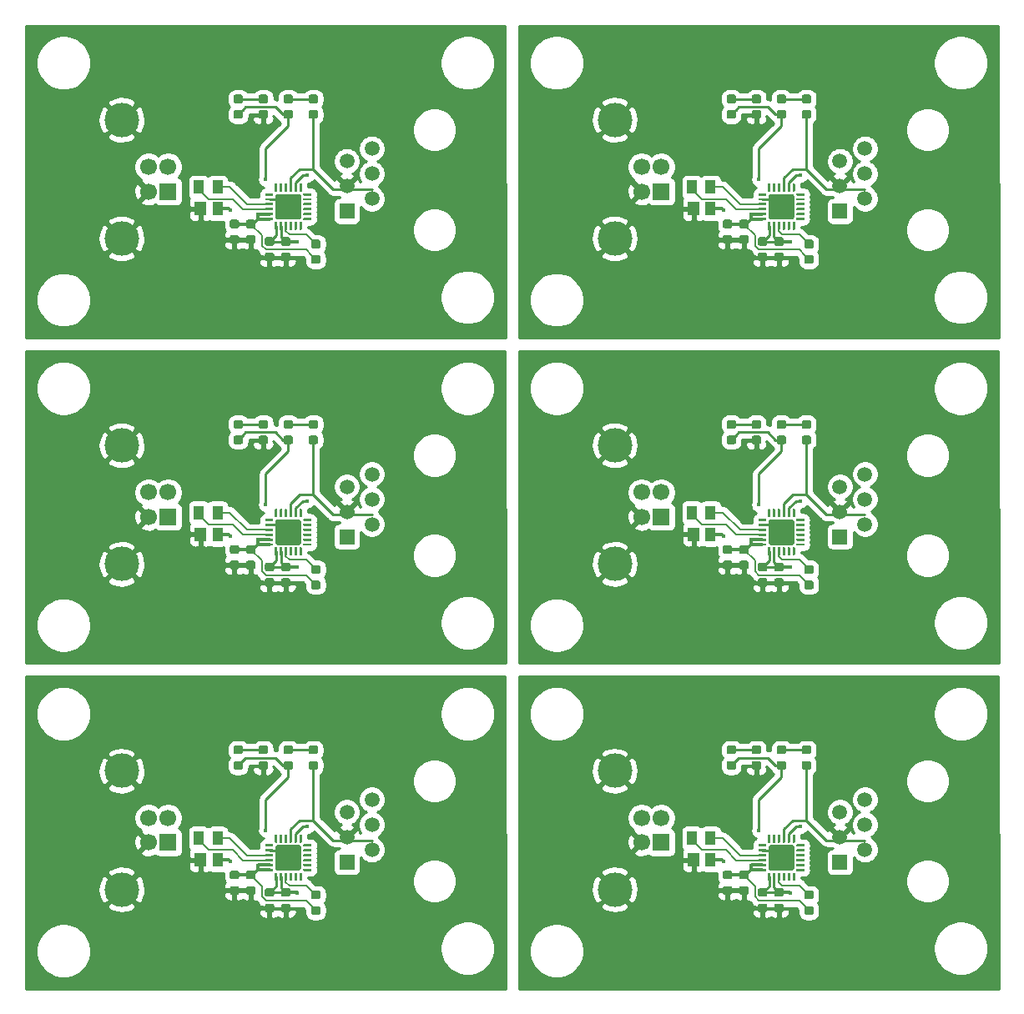
<source format=gbr>
G04 #@! TF.GenerationSoftware,KiCad,Pcbnew,5.1.3-ffb9f22~84~ubuntu16.04.1*
G04 #@! TF.CreationDate,2019-08-10T21:44:05-04:00*
G04 #@! TF.ProjectId,usb-serial-interface_panelized,7573622d-7365-4726-9961-6c2d696e7465,rev?*
G04 #@! TF.SameCoordinates,Original*
G04 #@! TF.FileFunction,Copper,L1,Top*
G04 #@! TF.FilePolarity,Positive*
%FSLAX46Y46*%
G04 Gerber Fmt 4.6, Leading zero omitted, Abs format (unit mm)*
G04 Created by KiCad (PCBNEW 5.1.3-ffb9f22~84~ubuntu16.04.1) date 2019-08-10 21:44:05*
%MOMM*%
%LPD*%
G04 APERTURE LIST*
%ADD10C,0.100000*%
%ADD11C,0.875000*%
%ADD12C,0.250000*%
%ADD13C,2.600000*%
%ADD14C,1.520000*%
%ADD15R,1.520000X1.520000*%
%ADD16R,1.700000X1.700000*%
%ADD17C,1.700000*%
%ADD18C,3.500000*%
%ADD19R,1.000000X1.400000*%
%ADD20R,1.200000X1.400000*%
%ADD21C,0.450000*%
%ADD22C,0.254000*%
%ADD23C,0.304800*%
%ADD24C,0.203200*%
G04 APERTURE END LIST*
D10*
G36*
X153172693Y-152176057D02*
G01*
X153193928Y-152179207D01*
X153214752Y-152184423D01*
X153234964Y-152191655D01*
X153254370Y-152200834D01*
X153272783Y-152211870D01*
X153290026Y-152224658D01*
X153305932Y-152239074D01*
X153320348Y-152254980D01*
X153333136Y-152272223D01*
X153344172Y-152290636D01*
X153353351Y-152310042D01*
X153360583Y-152330254D01*
X153365799Y-152351078D01*
X153368949Y-152372313D01*
X153370002Y-152393754D01*
X153370002Y-152831254D01*
X153368949Y-152852695D01*
X153365799Y-152873930D01*
X153360583Y-152894754D01*
X153353351Y-152914966D01*
X153344172Y-152934372D01*
X153333136Y-152952785D01*
X153320348Y-152970028D01*
X153305932Y-152985934D01*
X153290026Y-153000350D01*
X153272783Y-153013138D01*
X153254370Y-153024174D01*
X153234964Y-153033353D01*
X153214752Y-153040585D01*
X153193928Y-153045801D01*
X153172693Y-153048951D01*
X153151252Y-153050004D01*
X152638752Y-153050004D01*
X152617311Y-153048951D01*
X152596076Y-153045801D01*
X152575252Y-153040585D01*
X152555040Y-153033353D01*
X152535634Y-153024174D01*
X152517221Y-153013138D01*
X152499978Y-153000350D01*
X152484072Y-152985934D01*
X152469656Y-152970028D01*
X152456868Y-152952785D01*
X152445832Y-152934372D01*
X152436653Y-152914966D01*
X152429421Y-152894754D01*
X152424205Y-152873930D01*
X152421055Y-152852695D01*
X152420002Y-152831254D01*
X152420002Y-152393754D01*
X152421055Y-152372313D01*
X152424205Y-152351078D01*
X152429421Y-152330254D01*
X152436653Y-152310042D01*
X152445832Y-152290636D01*
X152456868Y-152272223D01*
X152469656Y-152254980D01*
X152484072Y-152239074D01*
X152499978Y-152224658D01*
X152517221Y-152211870D01*
X152535634Y-152200834D01*
X152555040Y-152191655D01*
X152575252Y-152184423D01*
X152596076Y-152179207D01*
X152617311Y-152176057D01*
X152638752Y-152175004D01*
X153151252Y-152175004D01*
X153172693Y-152176057D01*
X153172693Y-152176057D01*
G37*
D11*
X152895002Y-152612504D03*
D10*
G36*
X153172693Y-150601057D02*
G01*
X153193928Y-150604207D01*
X153214752Y-150609423D01*
X153234964Y-150616655D01*
X153254370Y-150625834D01*
X153272783Y-150636870D01*
X153290026Y-150649658D01*
X153305932Y-150664074D01*
X153320348Y-150679980D01*
X153333136Y-150697223D01*
X153344172Y-150715636D01*
X153353351Y-150735042D01*
X153360583Y-150755254D01*
X153365799Y-150776078D01*
X153368949Y-150797313D01*
X153370002Y-150818754D01*
X153370002Y-151256254D01*
X153368949Y-151277695D01*
X153365799Y-151298930D01*
X153360583Y-151319754D01*
X153353351Y-151339966D01*
X153344172Y-151359372D01*
X153333136Y-151377785D01*
X153320348Y-151395028D01*
X153305932Y-151410934D01*
X153290026Y-151425350D01*
X153272783Y-151438138D01*
X153254370Y-151449174D01*
X153234964Y-151458353D01*
X153214752Y-151465585D01*
X153193928Y-151470801D01*
X153172693Y-151473951D01*
X153151252Y-151475004D01*
X152638752Y-151475004D01*
X152617311Y-151473951D01*
X152596076Y-151470801D01*
X152575252Y-151465585D01*
X152555040Y-151458353D01*
X152535634Y-151449174D01*
X152517221Y-151438138D01*
X152499978Y-151425350D01*
X152484072Y-151410934D01*
X152469656Y-151395028D01*
X152456868Y-151377785D01*
X152445832Y-151359372D01*
X152436653Y-151339966D01*
X152429421Y-151319754D01*
X152424205Y-151298930D01*
X152421055Y-151277695D01*
X152420002Y-151256254D01*
X152420002Y-150818754D01*
X152421055Y-150797313D01*
X152424205Y-150776078D01*
X152429421Y-150755254D01*
X152436653Y-150735042D01*
X152445832Y-150715636D01*
X152456868Y-150697223D01*
X152469656Y-150679980D01*
X152484072Y-150664074D01*
X152499978Y-150649658D01*
X152517221Y-150636870D01*
X152535634Y-150625834D01*
X152555040Y-150616655D01*
X152575252Y-150609423D01*
X152596076Y-150604207D01*
X152617311Y-150601057D01*
X152638752Y-150600004D01*
X153151252Y-150600004D01*
X153172693Y-150601057D01*
X153172693Y-150601057D01*
G37*
D11*
X152895002Y-151037504D03*
D10*
G36*
X153172693Y-119126055D02*
G01*
X153193928Y-119129205D01*
X153214752Y-119134421D01*
X153234964Y-119141653D01*
X153254370Y-119150832D01*
X153272783Y-119161868D01*
X153290026Y-119174656D01*
X153305932Y-119189072D01*
X153320348Y-119204978D01*
X153333136Y-119222221D01*
X153344172Y-119240634D01*
X153353351Y-119260040D01*
X153360583Y-119280252D01*
X153365799Y-119301076D01*
X153368949Y-119322311D01*
X153370002Y-119343752D01*
X153370002Y-119781252D01*
X153368949Y-119802693D01*
X153365799Y-119823928D01*
X153360583Y-119844752D01*
X153353351Y-119864964D01*
X153344172Y-119884370D01*
X153333136Y-119902783D01*
X153320348Y-119920026D01*
X153305932Y-119935932D01*
X153290026Y-119950348D01*
X153272783Y-119963136D01*
X153254370Y-119974172D01*
X153234964Y-119983351D01*
X153214752Y-119990583D01*
X153193928Y-119995799D01*
X153172693Y-119998949D01*
X153151252Y-120000002D01*
X152638752Y-120000002D01*
X152617311Y-119998949D01*
X152596076Y-119995799D01*
X152575252Y-119990583D01*
X152555040Y-119983351D01*
X152535634Y-119974172D01*
X152517221Y-119963136D01*
X152499978Y-119950348D01*
X152484072Y-119935932D01*
X152469656Y-119920026D01*
X152456868Y-119902783D01*
X152445832Y-119884370D01*
X152436653Y-119864964D01*
X152429421Y-119844752D01*
X152424205Y-119823928D01*
X152421055Y-119802693D01*
X152420002Y-119781252D01*
X152420002Y-119343752D01*
X152421055Y-119322311D01*
X152424205Y-119301076D01*
X152429421Y-119280252D01*
X152436653Y-119260040D01*
X152445832Y-119240634D01*
X152456868Y-119222221D01*
X152469656Y-119204978D01*
X152484072Y-119189072D01*
X152499978Y-119174656D01*
X152517221Y-119161868D01*
X152535634Y-119150832D01*
X152555040Y-119141653D01*
X152575252Y-119134421D01*
X152596076Y-119129205D01*
X152617311Y-119126055D01*
X152638752Y-119125002D01*
X153151252Y-119125002D01*
X153172693Y-119126055D01*
X153172693Y-119126055D01*
G37*
D11*
X152895002Y-119562502D03*
D10*
G36*
X153172693Y-117551055D02*
G01*
X153193928Y-117554205D01*
X153214752Y-117559421D01*
X153234964Y-117566653D01*
X153254370Y-117575832D01*
X153272783Y-117586868D01*
X153290026Y-117599656D01*
X153305932Y-117614072D01*
X153320348Y-117629978D01*
X153333136Y-117647221D01*
X153344172Y-117665634D01*
X153353351Y-117685040D01*
X153360583Y-117705252D01*
X153365799Y-117726076D01*
X153368949Y-117747311D01*
X153370002Y-117768752D01*
X153370002Y-118206252D01*
X153368949Y-118227693D01*
X153365799Y-118248928D01*
X153360583Y-118269752D01*
X153353351Y-118289964D01*
X153344172Y-118309370D01*
X153333136Y-118327783D01*
X153320348Y-118345026D01*
X153305932Y-118360932D01*
X153290026Y-118375348D01*
X153272783Y-118388136D01*
X153254370Y-118399172D01*
X153234964Y-118408351D01*
X153214752Y-118415583D01*
X153193928Y-118420799D01*
X153172693Y-118423949D01*
X153151252Y-118425002D01*
X152638752Y-118425002D01*
X152617311Y-118423949D01*
X152596076Y-118420799D01*
X152575252Y-118415583D01*
X152555040Y-118408351D01*
X152535634Y-118399172D01*
X152517221Y-118388136D01*
X152499978Y-118375348D01*
X152484072Y-118360932D01*
X152469656Y-118345026D01*
X152456868Y-118327783D01*
X152445832Y-118309370D01*
X152436653Y-118289964D01*
X152429421Y-118269752D01*
X152424205Y-118248928D01*
X152421055Y-118227693D01*
X152420002Y-118206252D01*
X152420002Y-117768752D01*
X152421055Y-117747311D01*
X152424205Y-117726076D01*
X152429421Y-117705252D01*
X152436653Y-117685040D01*
X152445832Y-117665634D01*
X152456868Y-117647221D01*
X152469656Y-117629978D01*
X152484072Y-117614072D01*
X152499978Y-117599656D01*
X152517221Y-117586868D01*
X152535634Y-117575832D01*
X152555040Y-117566653D01*
X152575252Y-117559421D01*
X152596076Y-117554205D01*
X152617311Y-117551055D01*
X152638752Y-117550002D01*
X153151252Y-117550002D01*
X153172693Y-117551055D01*
X153172693Y-117551055D01*
G37*
D11*
X152895002Y-117987502D03*
D10*
G36*
X153172693Y-86076053D02*
G01*
X153193928Y-86079203D01*
X153214752Y-86084419D01*
X153234964Y-86091651D01*
X153254370Y-86100830D01*
X153272783Y-86111866D01*
X153290026Y-86124654D01*
X153305932Y-86139070D01*
X153320348Y-86154976D01*
X153333136Y-86172219D01*
X153344172Y-86190632D01*
X153353351Y-86210038D01*
X153360583Y-86230250D01*
X153365799Y-86251074D01*
X153368949Y-86272309D01*
X153370002Y-86293750D01*
X153370002Y-86731250D01*
X153368949Y-86752691D01*
X153365799Y-86773926D01*
X153360583Y-86794750D01*
X153353351Y-86814962D01*
X153344172Y-86834368D01*
X153333136Y-86852781D01*
X153320348Y-86870024D01*
X153305932Y-86885930D01*
X153290026Y-86900346D01*
X153272783Y-86913134D01*
X153254370Y-86924170D01*
X153234964Y-86933349D01*
X153214752Y-86940581D01*
X153193928Y-86945797D01*
X153172693Y-86948947D01*
X153151252Y-86950000D01*
X152638752Y-86950000D01*
X152617311Y-86948947D01*
X152596076Y-86945797D01*
X152575252Y-86940581D01*
X152555040Y-86933349D01*
X152535634Y-86924170D01*
X152517221Y-86913134D01*
X152499978Y-86900346D01*
X152484072Y-86885930D01*
X152469656Y-86870024D01*
X152456868Y-86852781D01*
X152445832Y-86834368D01*
X152436653Y-86814962D01*
X152429421Y-86794750D01*
X152424205Y-86773926D01*
X152421055Y-86752691D01*
X152420002Y-86731250D01*
X152420002Y-86293750D01*
X152421055Y-86272309D01*
X152424205Y-86251074D01*
X152429421Y-86230250D01*
X152436653Y-86210038D01*
X152445832Y-86190632D01*
X152456868Y-86172219D01*
X152469656Y-86154976D01*
X152484072Y-86139070D01*
X152499978Y-86124654D01*
X152517221Y-86111866D01*
X152535634Y-86100830D01*
X152555040Y-86091651D01*
X152575252Y-86084419D01*
X152596076Y-86079203D01*
X152617311Y-86076053D01*
X152638752Y-86075000D01*
X153151252Y-86075000D01*
X153172693Y-86076053D01*
X153172693Y-86076053D01*
G37*
D11*
X152895002Y-86512500D03*
D10*
G36*
X153172693Y-84501053D02*
G01*
X153193928Y-84504203D01*
X153214752Y-84509419D01*
X153234964Y-84516651D01*
X153254370Y-84525830D01*
X153272783Y-84536866D01*
X153290026Y-84549654D01*
X153305932Y-84564070D01*
X153320348Y-84579976D01*
X153333136Y-84597219D01*
X153344172Y-84615632D01*
X153353351Y-84635038D01*
X153360583Y-84655250D01*
X153365799Y-84676074D01*
X153368949Y-84697309D01*
X153370002Y-84718750D01*
X153370002Y-85156250D01*
X153368949Y-85177691D01*
X153365799Y-85198926D01*
X153360583Y-85219750D01*
X153353351Y-85239962D01*
X153344172Y-85259368D01*
X153333136Y-85277781D01*
X153320348Y-85295024D01*
X153305932Y-85310930D01*
X153290026Y-85325346D01*
X153272783Y-85338134D01*
X153254370Y-85349170D01*
X153234964Y-85358349D01*
X153214752Y-85365581D01*
X153193928Y-85370797D01*
X153172693Y-85373947D01*
X153151252Y-85375000D01*
X152638752Y-85375000D01*
X152617311Y-85373947D01*
X152596076Y-85370797D01*
X152575252Y-85365581D01*
X152555040Y-85358349D01*
X152535634Y-85349170D01*
X152517221Y-85338134D01*
X152499978Y-85325346D01*
X152484072Y-85310930D01*
X152469656Y-85295024D01*
X152456868Y-85277781D01*
X152445832Y-85259368D01*
X152436653Y-85239962D01*
X152429421Y-85219750D01*
X152424205Y-85198926D01*
X152421055Y-85177691D01*
X152420002Y-85156250D01*
X152420002Y-84718750D01*
X152421055Y-84697309D01*
X152424205Y-84676074D01*
X152429421Y-84655250D01*
X152436653Y-84635038D01*
X152445832Y-84615632D01*
X152456868Y-84597219D01*
X152469656Y-84579976D01*
X152484072Y-84564070D01*
X152499978Y-84549654D01*
X152517221Y-84536866D01*
X152535634Y-84525830D01*
X152555040Y-84516651D01*
X152575252Y-84509419D01*
X152596076Y-84504203D01*
X152617311Y-84501053D01*
X152638752Y-84500000D01*
X153151252Y-84500000D01*
X153172693Y-84501053D01*
X153172693Y-84501053D01*
G37*
D11*
X152895002Y-84937500D03*
D10*
G36*
X103147691Y-152176057D02*
G01*
X103168926Y-152179207D01*
X103189750Y-152184423D01*
X103209962Y-152191655D01*
X103229368Y-152200834D01*
X103247781Y-152211870D01*
X103265024Y-152224658D01*
X103280930Y-152239074D01*
X103295346Y-152254980D01*
X103308134Y-152272223D01*
X103319170Y-152290636D01*
X103328349Y-152310042D01*
X103335581Y-152330254D01*
X103340797Y-152351078D01*
X103343947Y-152372313D01*
X103345000Y-152393754D01*
X103345000Y-152831254D01*
X103343947Y-152852695D01*
X103340797Y-152873930D01*
X103335581Y-152894754D01*
X103328349Y-152914966D01*
X103319170Y-152934372D01*
X103308134Y-152952785D01*
X103295346Y-152970028D01*
X103280930Y-152985934D01*
X103265024Y-153000350D01*
X103247781Y-153013138D01*
X103229368Y-153024174D01*
X103209962Y-153033353D01*
X103189750Y-153040585D01*
X103168926Y-153045801D01*
X103147691Y-153048951D01*
X103126250Y-153050004D01*
X102613750Y-153050004D01*
X102592309Y-153048951D01*
X102571074Y-153045801D01*
X102550250Y-153040585D01*
X102530038Y-153033353D01*
X102510632Y-153024174D01*
X102492219Y-153013138D01*
X102474976Y-153000350D01*
X102459070Y-152985934D01*
X102444654Y-152970028D01*
X102431866Y-152952785D01*
X102420830Y-152934372D01*
X102411651Y-152914966D01*
X102404419Y-152894754D01*
X102399203Y-152873930D01*
X102396053Y-152852695D01*
X102395000Y-152831254D01*
X102395000Y-152393754D01*
X102396053Y-152372313D01*
X102399203Y-152351078D01*
X102404419Y-152330254D01*
X102411651Y-152310042D01*
X102420830Y-152290636D01*
X102431866Y-152272223D01*
X102444654Y-152254980D01*
X102459070Y-152239074D01*
X102474976Y-152224658D01*
X102492219Y-152211870D01*
X102510632Y-152200834D01*
X102530038Y-152191655D01*
X102550250Y-152184423D01*
X102571074Y-152179207D01*
X102592309Y-152176057D01*
X102613750Y-152175004D01*
X103126250Y-152175004D01*
X103147691Y-152176057D01*
X103147691Y-152176057D01*
G37*
D11*
X102870000Y-152612504D03*
D10*
G36*
X103147691Y-150601057D02*
G01*
X103168926Y-150604207D01*
X103189750Y-150609423D01*
X103209962Y-150616655D01*
X103229368Y-150625834D01*
X103247781Y-150636870D01*
X103265024Y-150649658D01*
X103280930Y-150664074D01*
X103295346Y-150679980D01*
X103308134Y-150697223D01*
X103319170Y-150715636D01*
X103328349Y-150735042D01*
X103335581Y-150755254D01*
X103340797Y-150776078D01*
X103343947Y-150797313D01*
X103345000Y-150818754D01*
X103345000Y-151256254D01*
X103343947Y-151277695D01*
X103340797Y-151298930D01*
X103335581Y-151319754D01*
X103328349Y-151339966D01*
X103319170Y-151359372D01*
X103308134Y-151377785D01*
X103295346Y-151395028D01*
X103280930Y-151410934D01*
X103265024Y-151425350D01*
X103247781Y-151438138D01*
X103229368Y-151449174D01*
X103209962Y-151458353D01*
X103189750Y-151465585D01*
X103168926Y-151470801D01*
X103147691Y-151473951D01*
X103126250Y-151475004D01*
X102613750Y-151475004D01*
X102592309Y-151473951D01*
X102571074Y-151470801D01*
X102550250Y-151465585D01*
X102530038Y-151458353D01*
X102510632Y-151449174D01*
X102492219Y-151438138D01*
X102474976Y-151425350D01*
X102459070Y-151410934D01*
X102444654Y-151395028D01*
X102431866Y-151377785D01*
X102420830Y-151359372D01*
X102411651Y-151339966D01*
X102404419Y-151319754D01*
X102399203Y-151298930D01*
X102396053Y-151277695D01*
X102395000Y-151256254D01*
X102395000Y-150818754D01*
X102396053Y-150797313D01*
X102399203Y-150776078D01*
X102404419Y-150755254D01*
X102411651Y-150735042D01*
X102420830Y-150715636D01*
X102431866Y-150697223D01*
X102444654Y-150679980D01*
X102459070Y-150664074D01*
X102474976Y-150649658D01*
X102492219Y-150636870D01*
X102510632Y-150625834D01*
X102530038Y-150616655D01*
X102550250Y-150609423D01*
X102571074Y-150604207D01*
X102592309Y-150601057D01*
X102613750Y-150600004D01*
X103126250Y-150600004D01*
X103147691Y-150601057D01*
X103147691Y-150601057D01*
G37*
D11*
X102870000Y-151037504D03*
D10*
G36*
X103147691Y-119126055D02*
G01*
X103168926Y-119129205D01*
X103189750Y-119134421D01*
X103209962Y-119141653D01*
X103229368Y-119150832D01*
X103247781Y-119161868D01*
X103265024Y-119174656D01*
X103280930Y-119189072D01*
X103295346Y-119204978D01*
X103308134Y-119222221D01*
X103319170Y-119240634D01*
X103328349Y-119260040D01*
X103335581Y-119280252D01*
X103340797Y-119301076D01*
X103343947Y-119322311D01*
X103345000Y-119343752D01*
X103345000Y-119781252D01*
X103343947Y-119802693D01*
X103340797Y-119823928D01*
X103335581Y-119844752D01*
X103328349Y-119864964D01*
X103319170Y-119884370D01*
X103308134Y-119902783D01*
X103295346Y-119920026D01*
X103280930Y-119935932D01*
X103265024Y-119950348D01*
X103247781Y-119963136D01*
X103229368Y-119974172D01*
X103209962Y-119983351D01*
X103189750Y-119990583D01*
X103168926Y-119995799D01*
X103147691Y-119998949D01*
X103126250Y-120000002D01*
X102613750Y-120000002D01*
X102592309Y-119998949D01*
X102571074Y-119995799D01*
X102550250Y-119990583D01*
X102530038Y-119983351D01*
X102510632Y-119974172D01*
X102492219Y-119963136D01*
X102474976Y-119950348D01*
X102459070Y-119935932D01*
X102444654Y-119920026D01*
X102431866Y-119902783D01*
X102420830Y-119884370D01*
X102411651Y-119864964D01*
X102404419Y-119844752D01*
X102399203Y-119823928D01*
X102396053Y-119802693D01*
X102395000Y-119781252D01*
X102395000Y-119343752D01*
X102396053Y-119322311D01*
X102399203Y-119301076D01*
X102404419Y-119280252D01*
X102411651Y-119260040D01*
X102420830Y-119240634D01*
X102431866Y-119222221D01*
X102444654Y-119204978D01*
X102459070Y-119189072D01*
X102474976Y-119174656D01*
X102492219Y-119161868D01*
X102510632Y-119150832D01*
X102530038Y-119141653D01*
X102550250Y-119134421D01*
X102571074Y-119129205D01*
X102592309Y-119126055D01*
X102613750Y-119125002D01*
X103126250Y-119125002D01*
X103147691Y-119126055D01*
X103147691Y-119126055D01*
G37*
D11*
X102870000Y-119562502D03*
D10*
G36*
X103147691Y-117551055D02*
G01*
X103168926Y-117554205D01*
X103189750Y-117559421D01*
X103209962Y-117566653D01*
X103229368Y-117575832D01*
X103247781Y-117586868D01*
X103265024Y-117599656D01*
X103280930Y-117614072D01*
X103295346Y-117629978D01*
X103308134Y-117647221D01*
X103319170Y-117665634D01*
X103328349Y-117685040D01*
X103335581Y-117705252D01*
X103340797Y-117726076D01*
X103343947Y-117747311D01*
X103345000Y-117768752D01*
X103345000Y-118206252D01*
X103343947Y-118227693D01*
X103340797Y-118248928D01*
X103335581Y-118269752D01*
X103328349Y-118289964D01*
X103319170Y-118309370D01*
X103308134Y-118327783D01*
X103295346Y-118345026D01*
X103280930Y-118360932D01*
X103265024Y-118375348D01*
X103247781Y-118388136D01*
X103229368Y-118399172D01*
X103209962Y-118408351D01*
X103189750Y-118415583D01*
X103168926Y-118420799D01*
X103147691Y-118423949D01*
X103126250Y-118425002D01*
X102613750Y-118425002D01*
X102592309Y-118423949D01*
X102571074Y-118420799D01*
X102550250Y-118415583D01*
X102530038Y-118408351D01*
X102510632Y-118399172D01*
X102492219Y-118388136D01*
X102474976Y-118375348D01*
X102459070Y-118360932D01*
X102444654Y-118345026D01*
X102431866Y-118327783D01*
X102420830Y-118309370D01*
X102411651Y-118289964D01*
X102404419Y-118269752D01*
X102399203Y-118248928D01*
X102396053Y-118227693D01*
X102395000Y-118206252D01*
X102395000Y-117768752D01*
X102396053Y-117747311D01*
X102399203Y-117726076D01*
X102404419Y-117705252D01*
X102411651Y-117685040D01*
X102420830Y-117665634D01*
X102431866Y-117647221D01*
X102444654Y-117629978D01*
X102459070Y-117614072D01*
X102474976Y-117599656D01*
X102492219Y-117586868D01*
X102510632Y-117575832D01*
X102530038Y-117566653D01*
X102550250Y-117559421D01*
X102571074Y-117554205D01*
X102592309Y-117551055D01*
X102613750Y-117550002D01*
X103126250Y-117550002D01*
X103147691Y-117551055D01*
X103147691Y-117551055D01*
G37*
D11*
X102870000Y-117987502D03*
D10*
G36*
X151521693Y-150601057D02*
G01*
X151542928Y-150604207D01*
X151563752Y-150609423D01*
X151583964Y-150616655D01*
X151603370Y-150625834D01*
X151621783Y-150636870D01*
X151639026Y-150649658D01*
X151654932Y-150664074D01*
X151669348Y-150679980D01*
X151682136Y-150697223D01*
X151693172Y-150715636D01*
X151702351Y-150735042D01*
X151709583Y-150755254D01*
X151714799Y-150776078D01*
X151717949Y-150797313D01*
X151719002Y-150818754D01*
X151719002Y-151256254D01*
X151717949Y-151277695D01*
X151714799Y-151298930D01*
X151709583Y-151319754D01*
X151702351Y-151339966D01*
X151693172Y-151359372D01*
X151682136Y-151377785D01*
X151669348Y-151395028D01*
X151654932Y-151410934D01*
X151639026Y-151425350D01*
X151621783Y-151438138D01*
X151603370Y-151449174D01*
X151583964Y-151458353D01*
X151563752Y-151465585D01*
X151542928Y-151470801D01*
X151521693Y-151473951D01*
X151500252Y-151475004D01*
X150987752Y-151475004D01*
X150966311Y-151473951D01*
X150945076Y-151470801D01*
X150924252Y-151465585D01*
X150904040Y-151458353D01*
X150884634Y-151449174D01*
X150866221Y-151438138D01*
X150848978Y-151425350D01*
X150833072Y-151410934D01*
X150818656Y-151395028D01*
X150805868Y-151377785D01*
X150794832Y-151359372D01*
X150785653Y-151339966D01*
X150778421Y-151319754D01*
X150773205Y-151298930D01*
X150770055Y-151277695D01*
X150769002Y-151256254D01*
X150769002Y-150818754D01*
X150770055Y-150797313D01*
X150773205Y-150776078D01*
X150778421Y-150755254D01*
X150785653Y-150735042D01*
X150794832Y-150715636D01*
X150805868Y-150697223D01*
X150818656Y-150679980D01*
X150833072Y-150664074D01*
X150848978Y-150649658D01*
X150866221Y-150636870D01*
X150884634Y-150625834D01*
X150904040Y-150616655D01*
X150924252Y-150609423D01*
X150945076Y-150604207D01*
X150966311Y-150601057D01*
X150987752Y-150600004D01*
X151500252Y-150600004D01*
X151521693Y-150601057D01*
X151521693Y-150601057D01*
G37*
D11*
X151244002Y-151037504D03*
D10*
G36*
X151521693Y-152176057D02*
G01*
X151542928Y-152179207D01*
X151563752Y-152184423D01*
X151583964Y-152191655D01*
X151603370Y-152200834D01*
X151621783Y-152211870D01*
X151639026Y-152224658D01*
X151654932Y-152239074D01*
X151669348Y-152254980D01*
X151682136Y-152272223D01*
X151693172Y-152290636D01*
X151702351Y-152310042D01*
X151709583Y-152330254D01*
X151714799Y-152351078D01*
X151717949Y-152372313D01*
X151719002Y-152393754D01*
X151719002Y-152831254D01*
X151717949Y-152852695D01*
X151714799Y-152873930D01*
X151709583Y-152894754D01*
X151702351Y-152914966D01*
X151693172Y-152934372D01*
X151682136Y-152952785D01*
X151669348Y-152970028D01*
X151654932Y-152985934D01*
X151639026Y-153000350D01*
X151621783Y-153013138D01*
X151603370Y-153024174D01*
X151583964Y-153033353D01*
X151563752Y-153040585D01*
X151542928Y-153045801D01*
X151521693Y-153048951D01*
X151500252Y-153050004D01*
X150987752Y-153050004D01*
X150966311Y-153048951D01*
X150945076Y-153045801D01*
X150924252Y-153040585D01*
X150904040Y-153033353D01*
X150884634Y-153024174D01*
X150866221Y-153013138D01*
X150848978Y-153000350D01*
X150833072Y-152985934D01*
X150818656Y-152970028D01*
X150805868Y-152952785D01*
X150794832Y-152934372D01*
X150785653Y-152914966D01*
X150778421Y-152894754D01*
X150773205Y-152873930D01*
X150770055Y-152852695D01*
X150769002Y-152831254D01*
X150769002Y-152393754D01*
X150770055Y-152372313D01*
X150773205Y-152351078D01*
X150778421Y-152330254D01*
X150785653Y-152310042D01*
X150794832Y-152290636D01*
X150805868Y-152272223D01*
X150818656Y-152254980D01*
X150833072Y-152239074D01*
X150848978Y-152224658D01*
X150866221Y-152211870D01*
X150884634Y-152200834D01*
X150904040Y-152191655D01*
X150924252Y-152184423D01*
X150945076Y-152179207D01*
X150966311Y-152176057D01*
X150987752Y-152175004D01*
X151500252Y-152175004D01*
X151521693Y-152176057D01*
X151521693Y-152176057D01*
G37*
D11*
X151244002Y-152612504D03*
D10*
G36*
X151521693Y-117551055D02*
G01*
X151542928Y-117554205D01*
X151563752Y-117559421D01*
X151583964Y-117566653D01*
X151603370Y-117575832D01*
X151621783Y-117586868D01*
X151639026Y-117599656D01*
X151654932Y-117614072D01*
X151669348Y-117629978D01*
X151682136Y-117647221D01*
X151693172Y-117665634D01*
X151702351Y-117685040D01*
X151709583Y-117705252D01*
X151714799Y-117726076D01*
X151717949Y-117747311D01*
X151719002Y-117768752D01*
X151719002Y-118206252D01*
X151717949Y-118227693D01*
X151714799Y-118248928D01*
X151709583Y-118269752D01*
X151702351Y-118289964D01*
X151693172Y-118309370D01*
X151682136Y-118327783D01*
X151669348Y-118345026D01*
X151654932Y-118360932D01*
X151639026Y-118375348D01*
X151621783Y-118388136D01*
X151603370Y-118399172D01*
X151583964Y-118408351D01*
X151563752Y-118415583D01*
X151542928Y-118420799D01*
X151521693Y-118423949D01*
X151500252Y-118425002D01*
X150987752Y-118425002D01*
X150966311Y-118423949D01*
X150945076Y-118420799D01*
X150924252Y-118415583D01*
X150904040Y-118408351D01*
X150884634Y-118399172D01*
X150866221Y-118388136D01*
X150848978Y-118375348D01*
X150833072Y-118360932D01*
X150818656Y-118345026D01*
X150805868Y-118327783D01*
X150794832Y-118309370D01*
X150785653Y-118289964D01*
X150778421Y-118269752D01*
X150773205Y-118248928D01*
X150770055Y-118227693D01*
X150769002Y-118206252D01*
X150769002Y-117768752D01*
X150770055Y-117747311D01*
X150773205Y-117726076D01*
X150778421Y-117705252D01*
X150785653Y-117685040D01*
X150794832Y-117665634D01*
X150805868Y-117647221D01*
X150818656Y-117629978D01*
X150833072Y-117614072D01*
X150848978Y-117599656D01*
X150866221Y-117586868D01*
X150884634Y-117575832D01*
X150904040Y-117566653D01*
X150924252Y-117559421D01*
X150945076Y-117554205D01*
X150966311Y-117551055D01*
X150987752Y-117550002D01*
X151500252Y-117550002D01*
X151521693Y-117551055D01*
X151521693Y-117551055D01*
G37*
D11*
X151244002Y-117987502D03*
D10*
G36*
X151521693Y-119126055D02*
G01*
X151542928Y-119129205D01*
X151563752Y-119134421D01*
X151583964Y-119141653D01*
X151603370Y-119150832D01*
X151621783Y-119161868D01*
X151639026Y-119174656D01*
X151654932Y-119189072D01*
X151669348Y-119204978D01*
X151682136Y-119222221D01*
X151693172Y-119240634D01*
X151702351Y-119260040D01*
X151709583Y-119280252D01*
X151714799Y-119301076D01*
X151717949Y-119322311D01*
X151719002Y-119343752D01*
X151719002Y-119781252D01*
X151717949Y-119802693D01*
X151714799Y-119823928D01*
X151709583Y-119844752D01*
X151702351Y-119864964D01*
X151693172Y-119884370D01*
X151682136Y-119902783D01*
X151669348Y-119920026D01*
X151654932Y-119935932D01*
X151639026Y-119950348D01*
X151621783Y-119963136D01*
X151603370Y-119974172D01*
X151583964Y-119983351D01*
X151563752Y-119990583D01*
X151542928Y-119995799D01*
X151521693Y-119998949D01*
X151500252Y-120000002D01*
X150987752Y-120000002D01*
X150966311Y-119998949D01*
X150945076Y-119995799D01*
X150924252Y-119990583D01*
X150904040Y-119983351D01*
X150884634Y-119974172D01*
X150866221Y-119963136D01*
X150848978Y-119950348D01*
X150833072Y-119935932D01*
X150818656Y-119920026D01*
X150805868Y-119902783D01*
X150794832Y-119884370D01*
X150785653Y-119864964D01*
X150778421Y-119844752D01*
X150773205Y-119823928D01*
X150770055Y-119802693D01*
X150769002Y-119781252D01*
X150769002Y-119343752D01*
X150770055Y-119322311D01*
X150773205Y-119301076D01*
X150778421Y-119280252D01*
X150785653Y-119260040D01*
X150794832Y-119240634D01*
X150805868Y-119222221D01*
X150818656Y-119204978D01*
X150833072Y-119189072D01*
X150848978Y-119174656D01*
X150866221Y-119161868D01*
X150884634Y-119150832D01*
X150904040Y-119141653D01*
X150924252Y-119134421D01*
X150945076Y-119129205D01*
X150966311Y-119126055D01*
X150987752Y-119125002D01*
X151500252Y-119125002D01*
X151521693Y-119126055D01*
X151521693Y-119126055D01*
G37*
D11*
X151244002Y-119562502D03*
D10*
G36*
X151521693Y-84501053D02*
G01*
X151542928Y-84504203D01*
X151563752Y-84509419D01*
X151583964Y-84516651D01*
X151603370Y-84525830D01*
X151621783Y-84536866D01*
X151639026Y-84549654D01*
X151654932Y-84564070D01*
X151669348Y-84579976D01*
X151682136Y-84597219D01*
X151693172Y-84615632D01*
X151702351Y-84635038D01*
X151709583Y-84655250D01*
X151714799Y-84676074D01*
X151717949Y-84697309D01*
X151719002Y-84718750D01*
X151719002Y-85156250D01*
X151717949Y-85177691D01*
X151714799Y-85198926D01*
X151709583Y-85219750D01*
X151702351Y-85239962D01*
X151693172Y-85259368D01*
X151682136Y-85277781D01*
X151669348Y-85295024D01*
X151654932Y-85310930D01*
X151639026Y-85325346D01*
X151621783Y-85338134D01*
X151603370Y-85349170D01*
X151583964Y-85358349D01*
X151563752Y-85365581D01*
X151542928Y-85370797D01*
X151521693Y-85373947D01*
X151500252Y-85375000D01*
X150987752Y-85375000D01*
X150966311Y-85373947D01*
X150945076Y-85370797D01*
X150924252Y-85365581D01*
X150904040Y-85358349D01*
X150884634Y-85349170D01*
X150866221Y-85338134D01*
X150848978Y-85325346D01*
X150833072Y-85310930D01*
X150818656Y-85295024D01*
X150805868Y-85277781D01*
X150794832Y-85259368D01*
X150785653Y-85239962D01*
X150778421Y-85219750D01*
X150773205Y-85198926D01*
X150770055Y-85177691D01*
X150769002Y-85156250D01*
X150769002Y-84718750D01*
X150770055Y-84697309D01*
X150773205Y-84676074D01*
X150778421Y-84655250D01*
X150785653Y-84635038D01*
X150794832Y-84615632D01*
X150805868Y-84597219D01*
X150818656Y-84579976D01*
X150833072Y-84564070D01*
X150848978Y-84549654D01*
X150866221Y-84536866D01*
X150884634Y-84525830D01*
X150904040Y-84516651D01*
X150924252Y-84509419D01*
X150945076Y-84504203D01*
X150966311Y-84501053D01*
X150987752Y-84500000D01*
X151500252Y-84500000D01*
X151521693Y-84501053D01*
X151521693Y-84501053D01*
G37*
D11*
X151244002Y-84937500D03*
D10*
G36*
X151521693Y-86076053D02*
G01*
X151542928Y-86079203D01*
X151563752Y-86084419D01*
X151583964Y-86091651D01*
X151603370Y-86100830D01*
X151621783Y-86111866D01*
X151639026Y-86124654D01*
X151654932Y-86139070D01*
X151669348Y-86154976D01*
X151682136Y-86172219D01*
X151693172Y-86190632D01*
X151702351Y-86210038D01*
X151709583Y-86230250D01*
X151714799Y-86251074D01*
X151717949Y-86272309D01*
X151719002Y-86293750D01*
X151719002Y-86731250D01*
X151717949Y-86752691D01*
X151714799Y-86773926D01*
X151709583Y-86794750D01*
X151702351Y-86814962D01*
X151693172Y-86834368D01*
X151682136Y-86852781D01*
X151669348Y-86870024D01*
X151654932Y-86885930D01*
X151639026Y-86900346D01*
X151621783Y-86913134D01*
X151603370Y-86924170D01*
X151583964Y-86933349D01*
X151563752Y-86940581D01*
X151542928Y-86945797D01*
X151521693Y-86948947D01*
X151500252Y-86950000D01*
X150987752Y-86950000D01*
X150966311Y-86948947D01*
X150945076Y-86945797D01*
X150924252Y-86940581D01*
X150904040Y-86933349D01*
X150884634Y-86924170D01*
X150866221Y-86913134D01*
X150848978Y-86900346D01*
X150833072Y-86885930D01*
X150818656Y-86870024D01*
X150805868Y-86852781D01*
X150794832Y-86834368D01*
X150785653Y-86814962D01*
X150778421Y-86794750D01*
X150773205Y-86773926D01*
X150770055Y-86752691D01*
X150769002Y-86731250D01*
X150769002Y-86293750D01*
X150770055Y-86272309D01*
X150773205Y-86251074D01*
X150778421Y-86230250D01*
X150785653Y-86210038D01*
X150794832Y-86190632D01*
X150805868Y-86172219D01*
X150818656Y-86154976D01*
X150833072Y-86139070D01*
X150848978Y-86124654D01*
X150866221Y-86111866D01*
X150884634Y-86100830D01*
X150904040Y-86091651D01*
X150924252Y-86084419D01*
X150945076Y-86079203D01*
X150966311Y-86076053D01*
X150987752Y-86075000D01*
X151500252Y-86075000D01*
X151521693Y-86076053D01*
X151521693Y-86076053D01*
G37*
D11*
X151244002Y-86512500D03*
D10*
G36*
X101496691Y-150601057D02*
G01*
X101517926Y-150604207D01*
X101538750Y-150609423D01*
X101558962Y-150616655D01*
X101578368Y-150625834D01*
X101596781Y-150636870D01*
X101614024Y-150649658D01*
X101629930Y-150664074D01*
X101644346Y-150679980D01*
X101657134Y-150697223D01*
X101668170Y-150715636D01*
X101677349Y-150735042D01*
X101684581Y-150755254D01*
X101689797Y-150776078D01*
X101692947Y-150797313D01*
X101694000Y-150818754D01*
X101694000Y-151256254D01*
X101692947Y-151277695D01*
X101689797Y-151298930D01*
X101684581Y-151319754D01*
X101677349Y-151339966D01*
X101668170Y-151359372D01*
X101657134Y-151377785D01*
X101644346Y-151395028D01*
X101629930Y-151410934D01*
X101614024Y-151425350D01*
X101596781Y-151438138D01*
X101578368Y-151449174D01*
X101558962Y-151458353D01*
X101538750Y-151465585D01*
X101517926Y-151470801D01*
X101496691Y-151473951D01*
X101475250Y-151475004D01*
X100962750Y-151475004D01*
X100941309Y-151473951D01*
X100920074Y-151470801D01*
X100899250Y-151465585D01*
X100879038Y-151458353D01*
X100859632Y-151449174D01*
X100841219Y-151438138D01*
X100823976Y-151425350D01*
X100808070Y-151410934D01*
X100793654Y-151395028D01*
X100780866Y-151377785D01*
X100769830Y-151359372D01*
X100760651Y-151339966D01*
X100753419Y-151319754D01*
X100748203Y-151298930D01*
X100745053Y-151277695D01*
X100744000Y-151256254D01*
X100744000Y-150818754D01*
X100745053Y-150797313D01*
X100748203Y-150776078D01*
X100753419Y-150755254D01*
X100760651Y-150735042D01*
X100769830Y-150715636D01*
X100780866Y-150697223D01*
X100793654Y-150679980D01*
X100808070Y-150664074D01*
X100823976Y-150649658D01*
X100841219Y-150636870D01*
X100859632Y-150625834D01*
X100879038Y-150616655D01*
X100899250Y-150609423D01*
X100920074Y-150604207D01*
X100941309Y-150601057D01*
X100962750Y-150600004D01*
X101475250Y-150600004D01*
X101496691Y-150601057D01*
X101496691Y-150601057D01*
G37*
D11*
X101219000Y-151037504D03*
D10*
G36*
X101496691Y-152176057D02*
G01*
X101517926Y-152179207D01*
X101538750Y-152184423D01*
X101558962Y-152191655D01*
X101578368Y-152200834D01*
X101596781Y-152211870D01*
X101614024Y-152224658D01*
X101629930Y-152239074D01*
X101644346Y-152254980D01*
X101657134Y-152272223D01*
X101668170Y-152290636D01*
X101677349Y-152310042D01*
X101684581Y-152330254D01*
X101689797Y-152351078D01*
X101692947Y-152372313D01*
X101694000Y-152393754D01*
X101694000Y-152831254D01*
X101692947Y-152852695D01*
X101689797Y-152873930D01*
X101684581Y-152894754D01*
X101677349Y-152914966D01*
X101668170Y-152934372D01*
X101657134Y-152952785D01*
X101644346Y-152970028D01*
X101629930Y-152985934D01*
X101614024Y-153000350D01*
X101596781Y-153013138D01*
X101578368Y-153024174D01*
X101558962Y-153033353D01*
X101538750Y-153040585D01*
X101517926Y-153045801D01*
X101496691Y-153048951D01*
X101475250Y-153050004D01*
X100962750Y-153050004D01*
X100941309Y-153048951D01*
X100920074Y-153045801D01*
X100899250Y-153040585D01*
X100879038Y-153033353D01*
X100859632Y-153024174D01*
X100841219Y-153013138D01*
X100823976Y-153000350D01*
X100808070Y-152985934D01*
X100793654Y-152970028D01*
X100780866Y-152952785D01*
X100769830Y-152934372D01*
X100760651Y-152914966D01*
X100753419Y-152894754D01*
X100748203Y-152873930D01*
X100745053Y-152852695D01*
X100744000Y-152831254D01*
X100744000Y-152393754D01*
X100745053Y-152372313D01*
X100748203Y-152351078D01*
X100753419Y-152330254D01*
X100760651Y-152310042D01*
X100769830Y-152290636D01*
X100780866Y-152272223D01*
X100793654Y-152254980D01*
X100808070Y-152239074D01*
X100823976Y-152224658D01*
X100841219Y-152211870D01*
X100859632Y-152200834D01*
X100879038Y-152191655D01*
X100899250Y-152184423D01*
X100920074Y-152179207D01*
X100941309Y-152176057D01*
X100962750Y-152175004D01*
X101475250Y-152175004D01*
X101496691Y-152176057D01*
X101496691Y-152176057D01*
G37*
D11*
X101219000Y-152612504D03*
D10*
G36*
X101496691Y-117551055D02*
G01*
X101517926Y-117554205D01*
X101538750Y-117559421D01*
X101558962Y-117566653D01*
X101578368Y-117575832D01*
X101596781Y-117586868D01*
X101614024Y-117599656D01*
X101629930Y-117614072D01*
X101644346Y-117629978D01*
X101657134Y-117647221D01*
X101668170Y-117665634D01*
X101677349Y-117685040D01*
X101684581Y-117705252D01*
X101689797Y-117726076D01*
X101692947Y-117747311D01*
X101694000Y-117768752D01*
X101694000Y-118206252D01*
X101692947Y-118227693D01*
X101689797Y-118248928D01*
X101684581Y-118269752D01*
X101677349Y-118289964D01*
X101668170Y-118309370D01*
X101657134Y-118327783D01*
X101644346Y-118345026D01*
X101629930Y-118360932D01*
X101614024Y-118375348D01*
X101596781Y-118388136D01*
X101578368Y-118399172D01*
X101558962Y-118408351D01*
X101538750Y-118415583D01*
X101517926Y-118420799D01*
X101496691Y-118423949D01*
X101475250Y-118425002D01*
X100962750Y-118425002D01*
X100941309Y-118423949D01*
X100920074Y-118420799D01*
X100899250Y-118415583D01*
X100879038Y-118408351D01*
X100859632Y-118399172D01*
X100841219Y-118388136D01*
X100823976Y-118375348D01*
X100808070Y-118360932D01*
X100793654Y-118345026D01*
X100780866Y-118327783D01*
X100769830Y-118309370D01*
X100760651Y-118289964D01*
X100753419Y-118269752D01*
X100748203Y-118248928D01*
X100745053Y-118227693D01*
X100744000Y-118206252D01*
X100744000Y-117768752D01*
X100745053Y-117747311D01*
X100748203Y-117726076D01*
X100753419Y-117705252D01*
X100760651Y-117685040D01*
X100769830Y-117665634D01*
X100780866Y-117647221D01*
X100793654Y-117629978D01*
X100808070Y-117614072D01*
X100823976Y-117599656D01*
X100841219Y-117586868D01*
X100859632Y-117575832D01*
X100879038Y-117566653D01*
X100899250Y-117559421D01*
X100920074Y-117554205D01*
X100941309Y-117551055D01*
X100962750Y-117550002D01*
X101475250Y-117550002D01*
X101496691Y-117551055D01*
X101496691Y-117551055D01*
G37*
D11*
X101219000Y-117987502D03*
D10*
G36*
X101496691Y-119126055D02*
G01*
X101517926Y-119129205D01*
X101538750Y-119134421D01*
X101558962Y-119141653D01*
X101578368Y-119150832D01*
X101596781Y-119161868D01*
X101614024Y-119174656D01*
X101629930Y-119189072D01*
X101644346Y-119204978D01*
X101657134Y-119222221D01*
X101668170Y-119240634D01*
X101677349Y-119260040D01*
X101684581Y-119280252D01*
X101689797Y-119301076D01*
X101692947Y-119322311D01*
X101694000Y-119343752D01*
X101694000Y-119781252D01*
X101692947Y-119802693D01*
X101689797Y-119823928D01*
X101684581Y-119844752D01*
X101677349Y-119864964D01*
X101668170Y-119884370D01*
X101657134Y-119902783D01*
X101644346Y-119920026D01*
X101629930Y-119935932D01*
X101614024Y-119950348D01*
X101596781Y-119963136D01*
X101578368Y-119974172D01*
X101558962Y-119983351D01*
X101538750Y-119990583D01*
X101517926Y-119995799D01*
X101496691Y-119998949D01*
X101475250Y-120000002D01*
X100962750Y-120000002D01*
X100941309Y-119998949D01*
X100920074Y-119995799D01*
X100899250Y-119990583D01*
X100879038Y-119983351D01*
X100859632Y-119974172D01*
X100841219Y-119963136D01*
X100823976Y-119950348D01*
X100808070Y-119935932D01*
X100793654Y-119920026D01*
X100780866Y-119902783D01*
X100769830Y-119884370D01*
X100760651Y-119864964D01*
X100753419Y-119844752D01*
X100748203Y-119823928D01*
X100745053Y-119802693D01*
X100744000Y-119781252D01*
X100744000Y-119343752D01*
X100745053Y-119322311D01*
X100748203Y-119301076D01*
X100753419Y-119280252D01*
X100760651Y-119260040D01*
X100769830Y-119240634D01*
X100780866Y-119222221D01*
X100793654Y-119204978D01*
X100808070Y-119189072D01*
X100823976Y-119174656D01*
X100841219Y-119161868D01*
X100859632Y-119150832D01*
X100879038Y-119141653D01*
X100899250Y-119134421D01*
X100920074Y-119129205D01*
X100941309Y-119126055D01*
X100962750Y-119125002D01*
X101475250Y-119125002D01*
X101496691Y-119126055D01*
X101496691Y-119126055D01*
G37*
D11*
X101219000Y-119562502D03*
D10*
G36*
X156728693Y-153954057D02*
G01*
X156749928Y-153957207D01*
X156770752Y-153962423D01*
X156790964Y-153969655D01*
X156810370Y-153978834D01*
X156828783Y-153989870D01*
X156846026Y-154002658D01*
X156861932Y-154017074D01*
X156876348Y-154032980D01*
X156889136Y-154050223D01*
X156900172Y-154068636D01*
X156909351Y-154088042D01*
X156916583Y-154108254D01*
X156921799Y-154129078D01*
X156924949Y-154150313D01*
X156926002Y-154171754D01*
X156926002Y-154609254D01*
X156924949Y-154630695D01*
X156921799Y-154651930D01*
X156916583Y-154672754D01*
X156909351Y-154692966D01*
X156900172Y-154712372D01*
X156889136Y-154730785D01*
X156876348Y-154748028D01*
X156861932Y-154763934D01*
X156846026Y-154778350D01*
X156828783Y-154791138D01*
X156810370Y-154802174D01*
X156790964Y-154811353D01*
X156770752Y-154818585D01*
X156749928Y-154823801D01*
X156728693Y-154826951D01*
X156707252Y-154828004D01*
X156194752Y-154828004D01*
X156173311Y-154826951D01*
X156152076Y-154823801D01*
X156131252Y-154818585D01*
X156111040Y-154811353D01*
X156091634Y-154802174D01*
X156073221Y-154791138D01*
X156055978Y-154778350D01*
X156040072Y-154763934D01*
X156025656Y-154748028D01*
X156012868Y-154730785D01*
X156001832Y-154712372D01*
X155992653Y-154692966D01*
X155985421Y-154672754D01*
X155980205Y-154651930D01*
X155977055Y-154630695D01*
X155976002Y-154609254D01*
X155976002Y-154171754D01*
X155977055Y-154150313D01*
X155980205Y-154129078D01*
X155985421Y-154108254D01*
X155992653Y-154088042D01*
X156001832Y-154068636D01*
X156012868Y-154050223D01*
X156025656Y-154032980D01*
X156040072Y-154017074D01*
X156055978Y-154002658D01*
X156073221Y-153989870D01*
X156091634Y-153978834D01*
X156111040Y-153969655D01*
X156131252Y-153962423D01*
X156152076Y-153957207D01*
X156173311Y-153954057D01*
X156194752Y-153953004D01*
X156707252Y-153953004D01*
X156728693Y-153954057D01*
X156728693Y-153954057D01*
G37*
D11*
X156451002Y-154390504D03*
D10*
G36*
X156728693Y-152379057D02*
G01*
X156749928Y-152382207D01*
X156770752Y-152387423D01*
X156790964Y-152394655D01*
X156810370Y-152403834D01*
X156828783Y-152414870D01*
X156846026Y-152427658D01*
X156861932Y-152442074D01*
X156876348Y-152457980D01*
X156889136Y-152475223D01*
X156900172Y-152493636D01*
X156909351Y-152513042D01*
X156916583Y-152533254D01*
X156921799Y-152554078D01*
X156924949Y-152575313D01*
X156926002Y-152596754D01*
X156926002Y-153034254D01*
X156924949Y-153055695D01*
X156921799Y-153076930D01*
X156916583Y-153097754D01*
X156909351Y-153117966D01*
X156900172Y-153137372D01*
X156889136Y-153155785D01*
X156876348Y-153173028D01*
X156861932Y-153188934D01*
X156846026Y-153203350D01*
X156828783Y-153216138D01*
X156810370Y-153227174D01*
X156790964Y-153236353D01*
X156770752Y-153243585D01*
X156749928Y-153248801D01*
X156728693Y-153251951D01*
X156707252Y-153253004D01*
X156194752Y-153253004D01*
X156173311Y-153251951D01*
X156152076Y-153248801D01*
X156131252Y-153243585D01*
X156111040Y-153236353D01*
X156091634Y-153227174D01*
X156073221Y-153216138D01*
X156055978Y-153203350D01*
X156040072Y-153188934D01*
X156025656Y-153173028D01*
X156012868Y-153155785D01*
X156001832Y-153137372D01*
X155992653Y-153117966D01*
X155985421Y-153097754D01*
X155980205Y-153076930D01*
X155977055Y-153055695D01*
X155976002Y-153034254D01*
X155976002Y-152596754D01*
X155977055Y-152575313D01*
X155980205Y-152554078D01*
X155985421Y-152533254D01*
X155992653Y-152513042D01*
X156001832Y-152493636D01*
X156012868Y-152475223D01*
X156025656Y-152457980D01*
X156040072Y-152442074D01*
X156055978Y-152427658D01*
X156073221Y-152414870D01*
X156091634Y-152403834D01*
X156111040Y-152394655D01*
X156131252Y-152387423D01*
X156152076Y-152382207D01*
X156173311Y-152379057D01*
X156194752Y-152378004D01*
X156707252Y-152378004D01*
X156728693Y-152379057D01*
X156728693Y-152379057D01*
G37*
D11*
X156451002Y-152815504D03*
D10*
G36*
X156728693Y-120904055D02*
G01*
X156749928Y-120907205D01*
X156770752Y-120912421D01*
X156790964Y-120919653D01*
X156810370Y-120928832D01*
X156828783Y-120939868D01*
X156846026Y-120952656D01*
X156861932Y-120967072D01*
X156876348Y-120982978D01*
X156889136Y-121000221D01*
X156900172Y-121018634D01*
X156909351Y-121038040D01*
X156916583Y-121058252D01*
X156921799Y-121079076D01*
X156924949Y-121100311D01*
X156926002Y-121121752D01*
X156926002Y-121559252D01*
X156924949Y-121580693D01*
X156921799Y-121601928D01*
X156916583Y-121622752D01*
X156909351Y-121642964D01*
X156900172Y-121662370D01*
X156889136Y-121680783D01*
X156876348Y-121698026D01*
X156861932Y-121713932D01*
X156846026Y-121728348D01*
X156828783Y-121741136D01*
X156810370Y-121752172D01*
X156790964Y-121761351D01*
X156770752Y-121768583D01*
X156749928Y-121773799D01*
X156728693Y-121776949D01*
X156707252Y-121778002D01*
X156194752Y-121778002D01*
X156173311Y-121776949D01*
X156152076Y-121773799D01*
X156131252Y-121768583D01*
X156111040Y-121761351D01*
X156091634Y-121752172D01*
X156073221Y-121741136D01*
X156055978Y-121728348D01*
X156040072Y-121713932D01*
X156025656Y-121698026D01*
X156012868Y-121680783D01*
X156001832Y-121662370D01*
X155992653Y-121642964D01*
X155985421Y-121622752D01*
X155980205Y-121601928D01*
X155977055Y-121580693D01*
X155976002Y-121559252D01*
X155976002Y-121121752D01*
X155977055Y-121100311D01*
X155980205Y-121079076D01*
X155985421Y-121058252D01*
X155992653Y-121038040D01*
X156001832Y-121018634D01*
X156012868Y-121000221D01*
X156025656Y-120982978D01*
X156040072Y-120967072D01*
X156055978Y-120952656D01*
X156073221Y-120939868D01*
X156091634Y-120928832D01*
X156111040Y-120919653D01*
X156131252Y-120912421D01*
X156152076Y-120907205D01*
X156173311Y-120904055D01*
X156194752Y-120903002D01*
X156707252Y-120903002D01*
X156728693Y-120904055D01*
X156728693Y-120904055D01*
G37*
D11*
X156451002Y-121340502D03*
D10*
G36*
X156728693Y-119329055D02*
G01*
X156749928Y-119332205D01*
X156770752Y-119337421D01*
X156790964Y-119344653D01*
X156810370Y-119353832D01*
X156828783Y-119364868D01*
X156846026Y-119377656D01*
X156861932Y-119392072D01*
X156876348Y-119407978D01*
X156889136Y-119425221D01*
X156900172Y-119443634D01*
X156909351Y-119463040D01*
X156916583Y-119483252D01*
X156921799Y-119504076D01*
X156924949Y-119525311D01*
X156926002Y-119546752D01*
X156926002Y-119984252D01*
X156924949Y-120005693D01*
X156921799Y-120026928D01*
X156916583Y-120047752D01*
X156909351Y-120067964D01*
X156900172Y-120087370D01*
X156889136Y-120105783D01*
X156876348Y-120123026D01*
X156861932Y-120138932D01*
X156846026Y-120153348D01*
X156828783Y-120166136D01*
X156810370Y-120177172D01*
X156790964Y-120186351D01*
X156770752Y-120193583D01*
X156749928Y-120198799D01*
X156728693Y-120201949D01*
X156707252Y-120203002D01*
X156194752Y-120203002D01*
X156173311Y-120201949D01*
X156152076Y-120198799D01*
X156131252Y-120193583D01*
X156111040Y-120186351D01*
X156091634Y-120177172D01*
X156073221Y-120166136D01*
X156055978Y-120153348D01*
X156040072Y-120138932D01*
X156025656Y-120123026D01*
X156012868Y-120105783D01*
X156001832Y-120087370D01*
X155992653Y-120067964D01*
X155985421Y-120047752D01*
X155980205Y-120026928D01*
X155977055Y-120005693D01*
X155976002Y-119984252D01*
X155976002Y-119546752D01*
X155977055Y-119525311D01*
X155980205Y-119504076D01*
X155985421Y-119483252D01*
X155992653Y-119463040D01*
X156001832Y-119443634D01*
X156012868Y-119425221D01*
X156025656Y-119407978D01*
X156040072Y-119392072D01*
X156055978Y-119377656D01*
X156073221Y-119364868D01*
X156091634Y-119353832D01*
X156111040Y-119344653D01*
X156131252Y-119337421D01*
X156152076Y-119332205D01*
X156173311Y-119329055D01*
X156194752Y-119328002D01*
X156707252Y-119328002D01*
X156728693Y-119329055D01*
X156728693Y-119329055D01*
G37*
D11*
X156451002Y-119765502D03*
D10*
G36*
X156728693Y-87854053D02*
G01*
X156749928Y-87857203D01*
X156770752Y-87862419D01*
X156790964Y-87869651D01*
X156810370Y-87878830D01*
X156828783Y-87889866D01*
X156846026Y-87902654D01*
X156861932Y-87917070D01*
X156876348Y-87932976D01*
X156889136Y-87950219D01*
X156900172Y-87968632D01*
X156909351Y-87988038D01*
X156916583Y-88008250D01*
X156921799Y-88029074D01*
X156924949Y-88050309D01*
X156926002Y-88071750D01*
X156926002Y-88509250D01*
X156924949Y-88530691D01*
X156921799Y-88551926D01*
X156916583Y-88572750D01*
X156909351Y-88592962D01*
X156900172Y-88612368D01*
X156889136Y-88630781D01*
X156876348Y-88648024D01*
X156861932Y-88663930D01*
X156846026Y-88678346D01*
X156828783Y-88691134D01*
X156810370Y-88702170D01*
X156790964Y-88711349D01*
X156770752Y-88718581D01*
X156749928Y-88723797D01*
X156728693Y-88726947D01*
X156707252Y-88728000D01*
X156194752Y-88728000D01*
X156173311Y-88726947D01*
X156152076Y-88723797D01*
X156131252Y-88718581D01*
X156111040Y-88711349D01*
X156091634Y-88702170D01*
X156073221Y-88691134D01*
X156055978Y-88678346D01*
X156040072Y-88663930D01*
X156025656Y-88648024D01*
X156012868Y-88630781D01*
X156001832Y-88612368D01*
X155992653Y-88592962D01*
X155985421Y-88572750D01*
X155980205Y-88551926D01*
X155977055Y-88530691D01*
X155976002Y-88509250D01*
X155976002Y-88071750D01*
X155977055Y-88050309D01*
X155980205Y-88029074D01*
X155985421Y-88008250D01*
X155992653Y-87988038D01*
X156001832Y-87968632D01*
X156012868Y-87950219D01*
X156025656Y-87932976D01*
X156040072Y-87917070D01*
X156055978Y-87902654D01*
X156073221Y-87889866D01*
X156091634Y-87878830D01*
X156111040Y-87869651D01*
X156131252Y-87862419D01*
X156152076Y-87857203D01*
X156173311Y-87854053D01*
X156194752Y-87853000D01*
X156707252Y-87853000D01*
X156728693Y-87854053D01*
X156728693Y-87854053D01*
G37*
D11*
X156451002Y-88290500D03*
D10*
G36*
X156728693Y-86279053D02*
G01*
X156749928Y-86282203D01*
X156770752Y-86287419D01*
X156790964Y-86294651D01*
X156810370Y-86303830D01*
X156828783Y-86314866D01*
X156846026Y-86327654D01*
X156861932Y-86342070D01*
X156876348Y-86357976D01*
X156889136Y-86375219D01*
X156900172Y-86393632D01*
X156909351Y-86413038D01*
X156916583Y-86433250D01*
X156921799Y-86454074D01*
X156924949Y-86475309D01*
X156926002Y-86496750D01*
X156926002Y-86934250D01*
X156924949Y-86955691D01*
X156921799Y-86976926D01*
X156916583Y-86997750D01*
X156909351Y-87017962D01*
X156900172Y-87037368D01*
X156889136Y-87055781D01*
X156876348Y-87073024D01*
X156861932Y-87088930D01*
X156846026Y-87103346D01*
X156828783Y-87116134D01*
X156810370Y-87127170D01*
X156790964Y-87136349D01*
X156770752Y-87143581D01*
X156749928Y-87148797D01*
X156728693Y-87151947D01*
X156707252Y-87153000D01*
X156194752Y-87153000D01*
X156173311Y-87151947D01*
X156152076Y-87148797D01*
X156131252Y-87143581D01*
X156111040Y-87136349D01*
X156091634Y-87127170D01*
X156073221Y-87116134D01*
X156055978Y-87103346D01*
X156040072Y-87088930D01*
X156025656Y-87073024D01*
X156012868Y-87055781D01*
X156001832Y-87037368D01*
X155992653Y-87017962D01*
X155985421Y-86997750D01*
X155980205Y-86976926D01*
X155977055Y-86955691D01*
X155976002Y-86934250D01*
X155976002Y-86496750D01*
X155977055Y-86475309D01*
X155980205Y-86454074D01*
X155985421Y-86433250D01*
X155992653Y-86413038D01*
X156001832Y-86393632D01*
X156012868Y-86375219D01*
X156025656Y-86357976D01*
X156040072Y-86342070D01*
X156055978Y-86327654D01*
X156073221Y-86314866D01*
X156091634Y-86303830D01*
X156111040Y-86294651D01*
X156131252Y-86287419D01*
X156152076Y-86282203D01*
X156173311Y-86279053D01*
X156194752Y-86278000D01*
X156707252Y-86278000D01*
X156728693Y-86279053D01*
X156728693Y-86279053D01*
G37*
D11*
X156451002Y-86715500D03*
D10*
G36*
X106703691Y-153954057D02*
G01*
X106724926Y-153957207D01*
X106745750Y-153962423D01*
X106765962Y-153969655D01*
X106785368Y-153978834D01*
X106803781Y-153989870D01*
X106821024Y-154002658D01*
X106836930Y-154017074D01*
X106851346Y-154032980D01*
X106864134Y-154050223D01*
X106875170Y-154068636D01*
X106884349Y-154088042D01*
X106891581Y-154108254D01*
X106896797Y-154129078D01*
X106899947Y-154150313D01*
X106901000Y-154171754D01*
X106901000Y-154609254D01*
X106899947Y-154630695D01*
X106896797Y-154651930D01*
X106891581Y-154672754D01*
X106884349Y-154692966D01*
X106875170Y-154712372D01*
X106864134Y-154730785D01*
X106851346Y-154748028D01*
X106836930Y-154763934D01*
X106821024Y-154778350D01*
X106803781Y-154791138D01*
X106785368Y-154802174D01*
X106765962Y-154811353D01*
X106745750Y-154818585D01*
X106724926Y-154823801D01*
X106703691Y-154826951D01*
X106682250Y-154828004D01*
X106169750Y-154828004D01*
X106148309Y-154826951D01*
X106127074Y-154823801D01*
X106106250Y-154818585D01*
X106086038Y-154811353D01*
X106066632Y-154802174D01*
X106048219Y-154791138D01*
X106030976Y-154778350D01*
X106015070Y-154763934D01*
X106000654Y-154748028D01*
X105987866Y-154730785D01*
X105976830Y-154712372D01*
X105967651Y-154692966D01*
X105960419Y-154672754D01*
X105955203Y-154651930D01*
X105952053Y-154630695D01*
X105951000Y-154609254D01*
X105951000Y-154171754D01*
X105952053Y-154150313D01*
X105955203Y-154129078D01*
X105960419Y-154108254D01*
X105967651Y-154088042D01*
X105976830Y-154068636D01*
X105987866Y-154050223D01*
X106000654Y-154032980D01*
X106015070Y-154017074D01*
X106030976Y-154002658D01*
X106048219Y-153989870D01*
X106066632Y-153978834D01*
X106086038Y-153969655D01*
X106106250Y-153962423D01*
X106127074Y-153957207D01*
X106148309Y-153954057D01*
X106169750Y-153953004D01*
X106682250Y-153953004D01*
X106703691Y-153954057D01*
X106703691Y-153954057D01*
G37*
D11*
X106426000Y-154390504D03*
D10*
G36*
X106703691Y-152379057D02*
G01*
X106724926Y-152382207D01*
X106745750Y-152387423D01*
X106765962Y-152394655D01*
X106785368Y-152403834D01*
X106803781Y-152414870D01*
X106821024Y-152427658D01*
X106836930Y-152442074D01*
X106851346Y-152457980D01*
X106864134Y-152475223D01*
X106875170Y-152493636D01*
X106884349Y-152513042D01*
X106891581Y-152533254D01*
X106896797Y-152554078D01*
X106899947Y-152575313D01*
X106901000Y-152596754D01*
X106901000Y-153034254D01*
X106899947Y-153055695D01*
X106896797Y-153076930D01*
X106891581Y-153097754D01*
X106884349Y-153117966D01*
X106875170Y-153137372D01*
X106864134Y-153155785D01*
X106851346Y-153173028D01*
X106836930Y-153188934D01*
X106821024Y-153203350D01*
X106803781Y-153216138D01*
X106785368Y-153227174D01*
X106765962Y-153236353D01*
X106745750Y-153243585D01*
X106724926Y-153248801D01*
X106703691Y-153251951D01*
X106682250Y-153253004D01*
X106169750Y-153253004D01*
X106148309Y-153251951D01*
X106127074Y-153248801D01*
X106106250Y-153243585D01*
X106086038Y-153236353D01*
X106066632Y-153227174D01*
X106048219Y-153216138D01*
X106030976Y-153203350D01*
X106015070Y-153188934D01*
X106000654Y-153173028D01*
X105987866Y-153155785D01*
X105976830Y-153137372D01*
X105967651Y-153117966D01*
X105960419Y-153097754D01*
X105955203Y-153076930D01*
X105952053Y-153055695D01*
X105951000Y-153034254D01*
X105951000Y-152596754D01*
X105952053Y-152575313D01*
X105955203Y-152554078D01*
X105960419Y-152533254D01*
X105967651Y-152513042D01*
X105976830Y-152493636D01*
X105987866Y-152475223D01*
X106000654Y-152457980D01*
X106015070Y-152442074D01*
X106030976Y-152427658D01*
X106048219Y-152414870D01*
X106066632Y-152403834D01*
X106086038Y-152394655D01*
X106106250Y-152387423D01*
X106127074Y-152382207D01*
X106148309Y-152379057D01*
X106169750Y-152378004D01*
X106682250Y-152378004D01*
X106703691Y-152379057D01*
X106703691Y-152379057D01*
G37*
D11*
X106426000Y-152815504D03*
D10*
G36*
X106703691Y-120904055D02*
G01*
X106724926Y-120907205D01*
X106745750Y-120912421D01*
X106765962Y-120919653D01*
X106785368Y-120928832D01*
X106803781Y-120939868D01*
X106821024Y-120952656D01*
X106836930Y-120967072D01*
X106851346Y-120982978D01*
X106864134Y-121000221D01*
X106875170Y-121018634D01*
X106884349Y-121038040D01*
X106891581Y-121058252D01*
X106896797Y-121079076D01*
X106899947Y-121100311D01*
X106901000Y-121121752D01*
X106901000Y-121559252D01*
X106899947Y-121580693D01*
X106896797Y-121601928D01*
X106891581Y-121622752D01*
X106884349Y-121642964D01*
X106875170Y-121662370D01*
X106864134Y-121680783D01*
X106851346Y-121698026D01*
X106836930Y-121713932D01*
X106821024Y-121728348D01*
X106803781Y-121741136D01*
X106785368Y-121752172D01*
X106765962Y-121761351D01*
X106745750Y-121768583D01*
X106724926Y-121773799D01*
X106703691Y-121776949D01*
X106682250Y-121778002D01*
X106169750Y-121778002D01*
X106148309Y-121776949D01*
X106127074Y-121773799D01*
X106106250Y-121768583D01*
X106086038Y-121761351D01*
X106066632Y-121752172D01*
X106048219Y-121741136D01*
X106030976Y-121728348D01*
X106015070Y-121713932D01*
X106000654Y-121698026D01*
X105987866Y-121680783D01*
X105976830Y-121662370D01*
X105967651Y-121642964D01*
X105960419Y-121622752D01*
X105955203Y-121601928D01*
X105952053Y-121580693D01*
X105951000Y-121559252D01*
X105951000Y-121121752D01*
X105952053Y-121100311D01*
X105955203Y-121079076D01*
X105960419Y-121058252D01*
X105967651Y-121038040D01*
X105976830Y-121018634D01*
X105987866Y-121000221D01*
X106000654Y-120982978D01*
X106015070Y-120967072D01*
X106030976Y-120952656D01*
X106048219Y-120939868D01*
X106066632Y-120928832D01*
X106086038Y-120919653D01*
X106106250Y-120912421D01*
X106127074Y-120907205D01*
X106148309Y-120904055D01*
X106169750Y-120903002D01*
X106682250Y-120903002D01*
X106703691Y-120904055D01*
X106703691Y-120904055D01*
G37*
D11*
X106426000Y-121340502D03*
D10*
G36*
X106703691Y-119329055D02*
G01*
X106724926Y-119332205D01*
X106745750Y-119337421D01*
X106765962Y-119344653D01*
X106785368Y-119353832D01*
X106803781Y-119364868D01*
X106821024Y-119377656D01*
X106836930Y-119392072D01*
X106851346Y-119407978D01*
X106864134Y-119425221D01*
X106875170Y-119443634D01*
X106884349Y-119463040D01*
X106891581Y-119483252D01*
X106896797Y-119504076D01*
X106899947Y-119525311D01*
X106901000Y-119546752D01*
X106901000Y-119984252D01*
X106899947Y-120005693D01*
X106896797Y-120026928D01*
X106891581Y-120047752D01*
X106884349Y-120067964D01*
X106875170Y-120087370D01*
X106864134Y-120105783D01*
X106851346Y-120123026D01*
X106836930Y-120138932D01*
X106821024Y-120153348D01*
X106803781Y-120166136D01*
X106785368Y-120177172D01*
X106765962Y-120186351D01*
X106745750Y-120193583D01*
X106724926Y-120198799D01*
X106703691Y-120201949D01*
X106682250Y-120203002D01*
X106169750Y-120203002D01*
X106148309Y-120201949D01*
X106127074Y-120198799D01*
X106106250Y-120193583D01*
X106086038Y-120186351D01*
X106066632Y-120177172D01*
X106048219Y-120166136D01*
X106030976Y-120153348D01*
X106015070Y-120138932D01*
X106000654Y-120123026D01*
X105987866Y-120105783D01*
X105976830Y-120087370D01*
X105967651Y-120067964D01*
X105960419Y-120047752D01*
X105955203Y-120026928D01*
X105952053Y-120005693D01*
X105951000Y-119984252D01*
X105951000Y-119546752D01*
X105952053Y-119525311D01*
X105955203Y-119504076D01*
X105960419Y-119483252D01*
X105967651Y-119463040D01*
X105976830Y-119443634D01*
X105987866Y-119425221D01*
X106000654Y-119407978D01*
X106015070Y-119392072D01*
X106030976Y-119377656D01*
X106048219Y-119364868D01*
X106066632Y-119353832D01*
X106086038Y-119344653D01*
X106106250Y-119337421D01*
X106127074Y-119332205D01*
X106148309Y-119329055D01*
X106169750Y-119328002D01*
X106682250Y-119328002D01*
X106703691Y-119329055D01*
X106703691Y-119329055D01*
G37*
D11*
X106426000Y-119765502D03*
D10*
G36*
X155077693Y-152379057D02*
G01*
X155098928Y-152382207D01*
X155119752Y-152387423D01*
X155139964Y-152394655D01*
X155159370Y-152403834D01*
X155177783Y-152414870D01*
X155195026Y-152427658D01*
X155210932Y-152442074D01*
X155225348Y-152457980D01*
X155238136Y-152475223D01*
X155249172Y-152493636D01*
X155258351Y-152513042D01*
X155265583Y-152533254D01*
X155270799Y-152554078D01*
X155273949Y-152575313D01*
X155275002Y-152596754D01*
X155275002Y-153034254D01*
X155273949Y-153055695D01*
X155270799Y-153076930D01*
X155265583Y-153097754D01*
X155258351Y-153117966D01*
X155249172Y-153137372D01*
X155238136Y-153155785D01*
X155225348Y-153173028D01*
X155210932Y-153188934D01*
X155195026Y-153203350D01*
X155177783Y-153216138D01*
X155159370Y-153227174D01*
X155139964Y-153236353D01*
X155119752Y-153243585D01*
X155098928Y-153248801D01*
X155077693Y-153251951D01*
X155056252Y-153253004D01*
X154543752Y-153253004D01*
X154522311Y-153251951D01*
X154501076Y-153248801D01*
X154480252Y-153243585D01*
X154460040Y-153236353D01*
X154440634Y-153227174D01*
X154422221Y-153216138D01*
X154404978Y-153203350D01*
X154389072Y-153188934D01*
X154374656Y-153173028D01*
X154361868Y-153155785D01*
X154350832Y-153137372D01*
X154341653Y-153117966D01*
X154334421Y-153097754D01*
X154329205Y-153076930D01*
X154326055Y-153055695D01*
X154325002Y-153034254D01*
X154325002Y-152596754D01*
X154326055Y-152575313D01*
X154329205Y-152554078D01*
X154334421Y-152533254D01*
X154341653Y-152513042D01*
X154350832Y-152493636D01*
X154361868Y-152475223D01*
X154374656Y-152457980D01*
X154389072Y-152442074D01*
X154404978Y-152427658D01*
X154422221Y-152414870D01*
X154440634Y-152403834D01*
X154460040Y-152394655D01*
X154480252Y-152387423D01*
X154501076Y-152382207D01*
X154522311Y-152379057D01*
X154543752Y-152378004D01*
X155056252Y-152378004D01*
X155077693Y-152379057D01*
X155077693Y-152379057D01*
G37*
D11*
X154800002Y-152815504D03*
D10*
G36*
X155077693Y-153954057D02*
G01*
X155098928Y-153957207D01*
X155119752Y-153962423D01*
X155139964Y-153969655D01*
X155159370Y-153978834D01*
X155177783Y-153989870D01*
X155195026Y-154002658D01*
X155210932Y-154017074D01*
X155225348Y-154032980D01*
X155238136Y-154050223D01*
X155249172Y-154068636D01*
X155258351Y-154088042D01*
X155265583Y-154108254D01*
X155270799Y-154129078D01*
X155273949Y-154150313D01*
X155275002Y-154171754D01*
X155275002Y-154609254D01*
X155273949Y-154630695D01*
X155270799Y-154651930D01*
X155265583Y-154672754D01*
X155258351Y-154692966D01*
X155249172Y-154712372D01*
X155238136Y-154730785D01*
X155225348Y-154748028D01*
X155210932Y-154763934D01*
X155195026Y-154778350D01*
X155177783Y-154791138D01*
X155159370Y-154802174D01*
X155139964Y-154811353D01*
X155119752Y-154818585D01*
X155098928Y-154823801D01*
X155077693Y-154826951D01*
X155056252Y-154828004D01*
X154543752Y-154828004D01*
X154522311Y-154826951D01*
X154501076Y-154823801D01*
X154480252Y-154818585D01*
X154460040Y-154811353D01*
X154440634Y-154802174D01*
X154422221Y-154791138D01*
X154404978Y-154778350D01*
X154389072Y-154763934D01*
X154374656Y-154748028D01*
X154361868Y-154730785D01*
X154350832Y-154712372D01*
X154341653Y-154692966D01*
X154334421Y-154672754D01*
X154329205Y-154651930D01*
X154326055Y-154630695D01*
X154325002Y-154609254D01*
X154325002Y-154171754D01*
X154326055Y-154150313D01*
X154329205Y-154129078D01*
X154334421Y-154108254D01*
X154341653Y-154088042D01*
X154350832Y-154068636D01*
X154361868Y-154050223D01*
X154374656Y-154032980D01*
X154389072Y-154017074D01*
X154404978Y-154002658D01*
X154422221Y-153989870D01*
X154440634Y-153978834D01*
X154460040Y-153969655D01*
X154480252Y-153962423D01*
X154501076Y-153957207D01*
X154522311Y-153954057D01*
X154543752Y-153953004D01*
X155056252Y-153953004D01*
X155077693Y-153954057D01*
X155077693Y-153954057D01*
G37*
D11*
X154800002Y-154390504D03*
D10*
G36*
X155077693Y-119329055D02*
G01*
X155098928Y-119332205D01*
X155119752Y-119337421D01*
X155139964Y-119344653D01*
X155159370Y-119353832D01*
X155177783Y-119364868D01*
X155195026Y-119377656D01*
X155210932Y-119392072D01*
X155225348Y-119407978D01*
X155238136Y-119425221D01*
X155249172Y-119443634D01*
X155258351Y-119463040D01*
X155265583Y-119483252D01*
X155270799Y-119504076D01*
X155273949Y-119525311D01*
X155275002Y-119546752D01*
X155275002Y-119984252D01*
X155273949Y-120005693D01*
X155270799Y-120026928D01*
X155265583Y-120047752D01*
X155258351Y-120067964D01*
X155249172Y-120087370D01*
X155238136Y-120105783D01*
X155225348Y-120123026D01*
X155210932Y-120138932D01*
X155195026Y-120153348D01*
X155177783Y-120166136D01*
X155159370Y-120177172D01*
X155139964Y-120186351D01*
X155119752Y-120193583D01*
X155098928Y-120198799D01*
X155077693Y-120201949D01*
X155056252Y-120203002D01*
X154543752Y-120203002D01*
X154522311Y-120201949D01*
X154501076Y-120198799D01*
X154480252Y-120193583D01*
X154460040Y-120186351D01*
X154440634Y-120177172D01*
X154422221Y-120166136D01*
X154404978Y-120153348D01*
X154389072Y-120138932D01*
X154374656Y-120123026D01*
X154361868Y-120105783D01*
X154350832Y-120087370D01*
X154341653Y-120067964D01*
X154334421Y-120047752D01*
X154329205Y-120026928D01*
X154326055Y-120005693D01*
X154325002Y-119984252D01*
X154325002Y-119546752D01*
X154326055Y-119525311D01*
X154329205Y-119504076D01*
X154334421Y-119483252D01*
X154341653Y-119463040D01*
X154350832Y-119443634D01*
X154361868Y-119425221D01*
X154374656Y-119407978D01*
X154389072Y-119392072D01*
X154404978Y-119377656D01*
X154422221Y-119364868D01*
X154440634Y-119353832D01*
X154460040Y-119344653D01*
X154480252Y-119337421D01*
X154501076Y-119332205D01*
X154522311Y-119329055D01*
X154543752Y-119328002D01*
X155056252Y-119328002D01*
X155077693Y-119329055D01*
X155077693Y-119329055D01*
G37*
D11*
X154800002Y-119765502D03*
D10*
G36*
X155077693Y-120904055D02*
G01*
X155098928Y-120907205D01*
X155119752Y-120912421D01*
X155139964Y-120919653D01*
X155159370Y-120928832D01*
X155177783Y-120939868D01*
X155195026Y-120952656D01*
X155210932Y-120967072D01*
X155225348Y-120982978D01*
X155238136Y-121000221D01*
X155249172Y-121018634D01*
X155258351Y-121038040D01*
X155265583Y-121058252D01*
X155270799Y-121079076D01*
X155273949Y-121100311D01*
X155275002Y-121121752D01*
X155275002Y-121559252D01*
X155273949Y-121580693D01*
X155270799Y-121601928D01*
X155265583Y-121622752D01*
X155258351Y-121642964D01*
X155249172Y-121662370D01*
X155238136Y-121680783D01*
X155225348Y-121698026D01*
X155210932Y-121713932D01*
X155195026Y-121728348D01*
X155177783Y-121741136D01*
X155159370Y-121752172D01*
X155139964Y-121761351D01*
X155119752Y-121768583D01*
X155098928Y-121773799D01*
X155077693Y-121776949D01*
X155056252Y-121778002D01*
X154543752Y-121778002D01*
X154522311Y-121776949D01*
X154501076Y-121773799D01*
X154480252Y-121768583D01*
X154460040Y-121761351D01*
X154440634Y-121752172D01*
X154422221Y-121741136D01*
X154404978Y-121728348D01*
X154389072Y-121713932D01*
X154374656Y-121698026D01*
X154361868Y-121680783D01*
X154350832Y-121662370D01*
X154341653Y-121642964D01*
X154334421Y-121622752D01*
X154329205Y-121601928D01*
X154326055Y-121580693D01*
X154325002Y-121559252D01*
X154325002Y-121121752D01*
X154326055Y-121100311D01*
X154329205Y-121079076D01*
X154334421Y-121058252D01*
X154341653Y-121038040D01*
X154350832Y-121018634D01*
X154361868Y-121000221D01*
X154374656Y-120982978D01*
X154389072Y-120967072D01*
X154404978Y-120952656D01*
X154422221Y-120939868D01*
X154440634Y-120928832D01*
X154460040Y-120919653D01*
X154480252Y-120912421D01*
X154501076Y-120907205D01*
X154522311Y-120904055D01*
X154543752Y-120903002D01*
X155056252Y-120903002D01*
X155077693Y-120904055D01*
X155077693Y-120904055D01*
G37*
D11*
X154800002Y-121340502D03*
D10*
G36*
X155077693Y-86279053D02*
G01*
X155098928Y-86282203D01*
X155119752Y-86287419D01*
X155139964Y-86294651D01*
X155159370Y-86303830D01*
X155177783Y-86314866D01*
X155195026Y-86327654D01*
X155210932Y-86342070D01*
X155225348Y-86357976D01*
X155238136Y-86375219D01*
X155249172Y-86393632D01*
X155258351Y-86413038D01*
X155265583Y-86433250D01*
X155270799Y-86454074D01*
X155273949Y-86475309D01*
X155275002Y-86496750D01*
X155275002Y-86934250D01*
X155273949Y-86955691D01*
X155270799Y-86976926D01*
X155265583Y-86997750D01*
X155258351Y-87017962D01*
X155249172Y-87037368D01*
X155238136Y-87055781D01*
X155225348Y-87073024D01*
X155210932Y-87088930D01*
X155195026Y-87103346D01*
X155177783Y-87116134D01*
X155159370Y-87127170D01*
X155139964Y-87136349D01*
X155119752Y-87143581D01*
X155098928Y-87148797D01*
X155077693Y-87151947D01*
X155056252Y-87153000D01*
X154543752Y-87153000D01*
X154522311Y-87151947D01*
X154501076Y-87148797D01*
X154480252Y-87143581D01*
X154460040Y-87136349D01*
X154440634Y-87127170D01*
X154422221Y-87116134D01*
X154404978Y-87103346D01*
X154389072Y-87088930D01*
X154374656Y-87073024D01*
X154361868Y-87055781D01*
X154350832Y-87037368D01*
X154341653Y-87017962D01*
X154334421Y-86997750D01*
X154329205Y-86976926D01*
X154326055Y-86955691D01*
X154325002Y-86934250D01*
X154325002Y-86496750D01*
X154326055Y-86475309D01*
X154329205Y-86454074D01*
X154334421Y-86433250D01*
X154341653Y-86413038D01*
X154350832Y-86393632D01*
X154361868Y-86375219D01*
X154374656Y-86357976D01*
X154389072Y-86342070D01*
X154404978Y-86327654D01*
X154422221Y-86314866D01*
X154440634Y-86303830D01*
X154460040Y-86294651D01*
X154480252Y-86287419D01*
X154501076Y-86282203D01*
X154522311Y-86279053D01*
X154543752Y-86278000D01*
X155056252Y-86278000D01*
X155077693Y-86279053D01*
X155077693Y-86279053D01*
G37*
D11*
X154800002Y-86715500D03*
D10*
G36*
X155077693Y-87854053D02*
G01*
X155098928Y-87857203D01*
X155119752Y-87862419D01*
X155139964Y-87869651D01*
X155159370Y-87878830D01*
X155177783Y-87889866D01*
X155195026Y-87902654D01*
X155210932Y-87917070D01*
X155225348Y-87932976D01*
X155238136Y-87950219D01*
X155249172Y-87968632D01*
X155258351Y-87988038D01*
X155265583Y-88008250D01*
X155270799Y-88029074D01*
X155273949Y-88050309D01*
X155275002Y-88071750D01*
X155275002Y-88509250D01*
X155273949Y-88530691D01*
X155270799Y-88551926D01*
X155265583Y-88572750D01*
X155258351Y-88592962D01*
X155249172Y-88612368D01*
X155238136Y-88630781D01*
X155225348Y-88648024D01*
X155210932Y-88663930D01*
X155195026Y-88678346D01*
X155177783Y-88691134D01*
X155159370Y-88702170D01*
X155139964Y-88711349D01*
X155119752Y-88718581D01*
X155098928Y-88723797D01*
X155077693Y-88726947D01*
X155056252Y-88728000D01*
X154543752Y-88728000D01*
X154522311Y-88726947D01*
X154501076Y-88723797D01*
X154480252Y-88718581D01*
X154460040Y-88711349D01*
X154440634Y-88702170D01*
X154422221Y-88691134D01*
X154404978Y-88678346D01*
X154389072Y-88663930D01*
X154374656Y-88648024D01*
X154361868Y-88630781D01*
X154350832Y-88612368D01*
X154341653Y-88592962D01*
X154334421Y-88572750D01*
X154329205Y-88551926D01*
X154326055Y-88530691D01*
X154325002Y-88509250D01*
X154325002Y-88071750D01*
X154326055Y-88050309D01*
X154329205Y-88029074D01*
X154334421Y-88008250D01*
X154341653Y-87988038D01*
X154350832Y-87968632D01*
X154361868Y-87950219D01*
X154374656Y-87932976D01*
X154389072Y-87917070D01*
X154404978Y-87902654D01*
X154422221Y-87889866D01*
X154440634Y-87878830D01*
X154460040Y-87869651D01*
X154480252Y-87862419D01*
X154501076Y-87857203D01*
X154522311Y-87854053D01*
X154543752Y-87853000D01*
X155056252Y-87853000D01*
X155077693Y-87854053D01*
X155077693Y-87854053D01*
G37*
D11*
X154800002Y-88290500D03*
D10*
G36*
X105052691Y-152379057D02*
G01*
X105073926Y-152382207D01*
X105094750Y-152387423D01*
X105114962Y-152394655D01*
X105134368Y-152403834D01*
X105152781Y-152414870D01*
X105170024Y-152427658D01*
X105185930Y-152442074D01*
X105200346Y-152457980D01*
X105213134Y-152475223D01*
X105224170Y-152493636D01*
X105233349Y-152513042D01*
X105240581Y-152533254D01*
X105245797Y-152554078D01*
X105248947Y-152575313D01*
X105250000Y-152596754D01*
X105250000Y-153034254D01*
X105248947Y-153055695D01*
X105245797Y-153076930D01*
X105240581Y-153097754D01*
X105233349Y-153117966D01*
X105224170Y-153137372D01*
X105213134Y-153155785D01*
X105200346Y-153173028D01*
X105185930Y-153188934D01*
X105170024Y-153203350D01*
X105152781Y-153216138D01*
X105134368Y-153227174D01*
X105114962Y-153236353D01*
X105094750Y-153243585D01*
X105073926Y-153248801D01*
X105052691Y-153251951D01*
X105031250Y-153253004D01*
X104518750Y-153253004D01*
X104497309Y-153251951D01*
X104476074Y-153248801D01*
X104455250Y-153243585D01*
X104435038Y-153236353D01*
X104415632Y-153227174D01*
X104397219Y-153216138D01*
X104379976Y-153203350D01*
X104364070Y-153188934D01*
X104349654Y-153173028D01*
X104336866Y-153155785D01*
X104325830Y-153137372D01*
X104316651Y-153117966D01*
X104309419Y-153097754D01*
X104304203Y-153076930D01*
X104301053Y-153055695D01*
X104300000Y-153034254D01*
X104300000Y-152596754D01*
X104301053Y-152575313D01*
X104304203Y-152554078D01*
X104309419Y-152533254D01*
X104316651Y-152513042D01*
X104325830Y-152493636D01*
X104336866Y-152475223D01*
X104349654Y-152457980D01*
X104364070Y-152442074D01*
X104379976Y-152427658D01*
X104397219Y-152414870D01*
X104415632Y-152403834D01*
X104435038Y-152394655D01*
X104455250Y-152387423D01*
X104476074Y-152382207D01*
X104497309Y-152379057D01*
X104518750Y-152378004D01*
X105031250Y-152378004D01*
X105052691Y-152379057D01*
X105052691Y-152379057D01*
G37*
D11*
X104775000Y-152815504D03*
D10*
G36*
X105052691Y-153954057D02*
G01*
X105073926Y-153957207D01*
X105094750Y-153962423D01*
X105114962Y-153969655D01*
X105134368Y-153978834D01*
X105152781Y-153989870D01*
X105170024Y-154002658D01*
X105185930Y-154017074D01*
X105200346Y-154032980D01*
X105213134Y-154050223D01*
X105224170Y-154068636D01*
X105233349Y-154088042D01*
X105240581Y-154108254D01*
X105245797Y-154129078D01*
X105248947Y-154150313D01*
X105250000Y-154171754D01*
X105250000Y-154609254D01*
X105248947Y-154630695D01*
X105245797Y-154651930D01*
X105240581Y-154672754D01*
X105233349Y-154692966D01*
X105224170Y-154712372D01*
X105213134Y-154730785D01*
X105200346Y-154748028D01*
X105185930Y-154763934D01*
X105170024Y-154778350D01*
X105152781Y-154791138D01*
X105134368Y-154802174D01*
X105114962Y-154811353D01*
X105094750Y-154818585D01*
X105073926Y-154823801D01*
X105052691Y-154826951D01*
X105031250Y-154828004D01*
X104518750Y-154828004D01*
X104497309Y-154826951D01*
X104476074Y-154823801D01*
X104455250Y-154818585D01*
X104435038Y-154811353D01*
X104415632Y-154802174D01*
X104397219Y-154791138D01*
X104379976Y-154778350D01*
X104364070Y-154763934D01*
X104349654Y-154748028D01*
X104336866Y-154730785D01*
X104325830Y-154712372D01*
X104316651Y-154692966D01*
X104309419Y-154672754D01*
X104304203Y-154651930D01*
X104301053Y-154630695D01*
X104300000Y-154609254D01*
X104300000Y-154171754D01*
X104301053Y-154150313D01*
X104304203Y-154129078D01*
X104309419Y-154108254D01*
X104316651Y-154088042D01*
X104325830Y-154068636D01*
X104336866Y-154050223D01*
X104349654Y-154032980D01*
X104364070Y-154017074D01*
X104379976Y-154002658D01*
X104397219Y-153989870D01*
X104415632Y-153978834D01*
X104435038Y-153969655D01*
X104455250Y-153962423D01*
X104476074Y-153957207D01*
X104497309Y-153954057D01*
X104518750Y-153953004D01*
X105031250Y-153953004D01*
X105052691Y-153954057D01*
X105052691Y-153954057D01*
G37*
D11*
X104775000Y-154390504D03*
D10*
G36*
X105052691Y-119329055D02*
G01*
X105073926Y-119332205D01*
X105094750Y-119337421D01*
X105114962Y-119344653D01*
X105134368Y-119353832D01*
X105152781Y-119364868D01*
X105170024Y-119377656D01*
X105185930Y-119392072D01*
X105200346Y-119407978D01*
X105213134Y-119425221D01*
X105224170Y-119443634D01*
X105233349Y-119463040D01*
X105240581Y-119483252D01*
X105245797Y-119504076D01*
X105248947Y-119525311D01*
X105250000Y-119546752D01*
X105250000Y-119984252D01*
X105248947Y-120005693D01*
X105245797Y-120026928D01*
X105240581Y-120047752D01*
X105233349Y-120067964D01*
X105224170Y-120087370D01*
X105213134Y-120105783D01*
X105200346Y-120123026D01*
X105185930Y-120138932D01*
X105170024Y-120153348D01*
X105152781Y-120166136D01*
X105134368Y-120177172D01*
X105114962Y-120186351D01*
X105094750Y-120193583D01*
X105073926Y-120198799D01*
X105052691Y-120201949D01*
X105031250Y-120203002D01*
X104518750Y-120203002D01*
X104497309Y-120201949D01*
X104476074Y-120198799D01*
X104455250Y-120193583D01*
X104435038Y-120186351D01*
X104415632Y-120177172D01*
X104397219Y-120166136D01*
X104379976Y-120153348D01*
X104364070Y-120138932D01*
X104349654Y-120123026D01*
X104336866Y-120105783D01*
X104325830Y-120087370D01*
X104316651Y-120067964D01*
X104309419Y-120047752D01*
X104304203Y-120026928D01*
X104301053Y-120005693D01*
X104300000Y-119984252D01*
X104300000Y-119546752D01*
X104301053Y-119525311D01*
X104304203Y-119504076D01*
X104309419Y-119483252D01*
X104316651Y-119463040D01*
X104325830Y-119443634D01*
X104336866Y-119425221D01*
X104349654Y-119407978D01*
X104364070Y-119392072D01*
X104379976Y-119377656D01*
X104397219Y-119364868D01*
X104415632Y-119353832D01*
X104435038Y-119344653D01*
X104455250Y-119337421D01*
X104476074Y-119332205D01*
X104497309Y-119329055D01*
X104518750Y-119328002D01*
X105031250Y-119328002D01*
X105052691Y-119329055D01*
X105052691Y-119329055D01*
G37*
D11*
X104775000Y-119765502D03*
D10*
G36*
X105052691Y-120904055D02*
G01*
X105073926Y-120907205D01*
X105094750Y-120912421D01*
X105114962Y-120919653D01*
X105134368Y-120928832D01*
X105152781Y-120939868D01*
X105170024Y-120952656D01*
X105185930Y-120967072D01*
X105200346Y-120982978D01*
X105213134Y-121000221D01*
X105224170Y-121018634D01*
X105233349Y-121038040D01*
X105240581Y-121058252D01*
X105245797Y-121079076D01*
X105248947Y-121100311D01*
X105250000Y-121121752D01*
X105250000Y-121559252D01*
X105248947Y-121580693D01*
X105245797Y-121601928D01*
X105240581Y-121622752D01*
X105233349Y-121642964D01*
X105224170Y-121662370D01*
X105213134Y-121680783D01*
X105200346Y-121698026D01*
X105185930Y-121713932D01*
X105170024Y-121728348D01*
X105152781Y-121741136D01*
X105134368Y-121752172D01*
X105114962Y-121761351D01*
X105094750Y-121768583D01*
X105073926Y-121773799D01*
X105052691Y-121776949D01*
X105031250Y-121778002D01*
X104518750Y-121778002D01*
X104497309Y-121776949D01*
X104476074Y-121773799D01*
X104455250Y-121768583D01*
X104435038Y-121761351D01*
X104415632Y-121752172D01*
X104397219Y-121741136D01*
X104379976Y-121728348D01*
X104364070Y-121713932D01*
X104349654Y-121698026D01*
X104336866Y-121680783D01*
X104325830Y-121662370D01*
X104316651Y-121642964D01*
X104309419Y-121622752D01*
X104304203Y-121601928D01*
X104301053Y-121580693D01*
X104300000Y-121559252D01*
X104300000Y-121121752D01*
X104301053Y-121100311D01*
X104304203Y-121079076D01*
X104309419Y-121058252D01*
X104316651Y-121038040D01*
X104325830Y-121018634D01*
X104336866Y-121000221D01*
X104349654Y-120982978D01*
X104364070Y-120967072D01*
X104379976Y-120952656D01*
X104397219Y-120939868D01*
X104415632Y-120928832D01*
X104435038Y-120919653D01*
X104455250Y-120912421D01*
X104476074Y-120907205D01*
X104497309Y-120904055D01*
X104518750Y-120903002D01*
X105031250Y-120903002D01*
X105052691Y-120904055D01*
X105052691Y-120904055D01*
G37*
D11*
X104775000Y-121340502D03*
D10*
G36*
X155523628Y-146935305D02*
G01*
X155529695Y-146936205D01*
X155535645Y-146937695D01*
X155541420Y-146939762D01*
X155546964Y-146942384D01*
X155552225Y-146945537D01*
X155557152Y-146949191D01*
X155561696Y-146953310D01*
X155565815Y-146957854D01*
X155569469Y-146962781D01*
X155572622Y-146968042D01*
X155575244Y-146973586D01*
X155577311Y-146979361D01*
X155578801Y-146985311D01*
X155579701Y-146991378D01*
X155580002Y-146997504D01*
X155580002Y-147697504D01*
X155579701Y-147703630D01*
X155578801Y-147709697D01*
X155577311Y-147715647D01*
X155575244Y-147721422D01*
X155572622Y-147726966D01*
X155569469Y-147732227D01*
X155565815Y-147737154D01*
X155561696Y-147741698D01*
X155557152Y-147745817D01*
X155552225Y-147749471D01*
X155546964Y-147752624D01*
X155541420Y-147755246D01*
X155535645Y-147757313D01*
X155529695Y-147758803D01*
X155523628Y-147759703D01*
X155517502Y-147760004D01*
X155392502Y-147760004D01*
X155386376Y-147759703D01*
X155380309Y-147758803D01*
X155374359Y-147757313D01*
X155368584Y-147755246D01*
X155363040Y-147752624D01*
X155357779Y-147749471D01*
X155352852Y-147745817D01*
X155348308Y-147741698D01*
X155344189Y-147737154D01*
X155340535Y-147732227D01*
X155337382Y-147726966D01*
X155334760Y-147721422D01*
X155332693Y-147715647D01*
X155331203Y-147709697D01*
X155330303Y-147703630D01*
X155330002Y-147697504D01*
X155330002Y-146997504D01*
X155330303Y-146991378D01*
X155331203Y-146985311D01*
X155332693Y-146979361D01*
X155334760Y-146973586D01*
X155337382Y-146968042D01*
X155340535Y-146962781D01*
X155344189Y-146957854D01*
X155348308Y-146953310D01*
X155352852Y-146949191D01*
X155357779Y-146945537D01*
X155363040Y-146942384D01*
X155368584Y-146939762D01*
X155374359Y-146937695D01*
X155380309Y-146936205D01*
X155386376Y-146935305D01*
X155392502Y-146935004D01*
X155517502Y-146935004D01*
X155523628Y-146935305D01*
X155523628Y-146935305D01*
G37*
D12*
X155455002Y-147347504D03*
D10*
G36*
X156023628Y-146935305D02*
G01*
X156029695Y-146936205D01*
X156035645Y-146937695D01*
X156041420Y-146939762D01*
X156046964Y-146942384D01*
X156052225Y-146945537D01*
X156057152Y-146949191D01*
X156061696Y-146953310D01*
X156065815Y-146957854D01*
X156069469Y-146962781D01*
X156072622Y-146968042D01*
X156075244Y-146973586D01*
X156077311Y-146979361D01*
X156078801Y-146985311D01*
X156079701Y-146991378D01*
X156080002Y-146997504D01*
X156080002Y-147697504D01*
X156079701Y-147703630D01*
X156078801Y-147709697D01*
X156077311Y-147715647D01*
X156075244Y-147721422D01*
X156072622Y-147726966D01*
X156069469Y-147732227D01*
X156065815Y-147737154D01*
X156061696Y-147741698D01*
X156057152Y-147745817D01*
X156052225Y-147749471D01*
X156046964Y-147752624D01*
X156041420Y-147755246D01*
X156035645Y-147757313D01*
X156029695Y-147758803D01*
X156023628Y-147759703D01*
X156017502Y-147760004D01*
X155892502Y-147760004D01*
X155886376Y-147759703D01*
X155880309Y-147758803D01*
X155874359Y-147757313D01*
X155868584Y-147755246D01*
X155863040Y-147752624D01*
X155857779Y-147749471D01*
X155852852Y-147745817D01*
X155848308Y-147741698D01*
X155844189Y-147737154D01*
X155840535Y-147732227D01*
X155837382Y-147726966D01*
X155834760Y-147721422D01*
X155832693Y-147715647D01*
X155831203Y-147709697D01*
X155830303Y-147703630D01*
X155830002Y-147697504D01*
X155830002Y-146997504D01*
X155830303Y-146991378D01*
X155831203Y-146985311D01*
X155832693Y-146979361D01*
X155834760Y-146973586D01*
X155837382Y-146968042D01*
X155840535Y-146962781D01*
X155844189Y-146957854D01*
X155848308Y-146953310D01*
X155852852Y-146949191D01*
X155857779Y-146945537D01*
X155863040Y-146942384D01*
X155868584Y-146939762D01*
X155874359Y-146937695D01*
X155880309Y-146936205D01*
X155886376Y-146935305D01*
X155892502Y-146935004D01*
X156017502Y-146935004D01*
X156023628Y-146935305D01*
X156023628Y-146935305D01*
G37*
D12*
X155955002Y-147347504D03*
D10*
G36*
X156523628Y-146935305D02*
G01*
X156529695Y-146936205D01*
X156535645Y-146937695D01*
X156541420Y-146939762D01*
X156546964Y-146942384D01*
X156552225Y-146945537D01*
X156557152Y-146949191D01*
X156561696Y-146953310D01*
X156565815Y-146957854D01*
X156569469Y-146962781D01*
X156572622Y-146968042D01*
X156575244Y-146973586D01*
X156577311Y-146979361D01*
X156578801Y-146985311D01*
X156579701Y-146991378D01*
X156580002Y-146997504D01*
X156580002Y-147697504D01*
X156579701Y-147703630D01*
X156578801Y-147709697D01*
X156577311Y-147715647D01*
X156575244Y-147721422D01*
X156572622Y-147726966D01*
X156569469Y-147732227D01*
X156565815Y-147737154D01*
X156561696Y-147741698D01*
X156557152Y-147745817D01*
X156552225Y-147749471D01*
X156546964Y-147752624D01*
X156541420Y-147755246D01*
X156535645Y-147757313D01*
X156529695Y-147758803D01*
X156523628Y-147759703D01*
X156517502Y-147760004D01*
X156392502Y-147760004D01*
X156386376Y-147759703D01*
X156380309Y-147758803D01*
X156374359Y-147757313D01*
X156368584Y-147755246D01*
X156363040Y-147752624D01*
X156357779Y-147749471D01*
X156352852Y-147745817D01*
X156348308Y-147741698D01*
X156344189Y-147737154D01*
X156340535Y-147732227D01*
X156337382Y-147726966D01*
X156334760Y-147721422D01*
X156332693Y-147715647D01*
X156331203Y-147709697D01*
X156330303Y-147703630D01*
X156330002Y-147697504D01*
X156330002Y-146997504D01*
X156330303Y-146991378D01*
X156331203Y-146985311D01*
X156332693Y-146979361D01*
X156334760Y-146973586D01*
X156337382Y-146968042D01*
X156340535Y-146962781D01*
X156344189Y-146957854D01*
X156348308Y-146953310D01*
X156352852Y-146949191D01*
X156357779Y-146945537D01*
X156363040Y-146942384D01*
X156368584Y-146939762D01*
X156374359Y-146937695D01*
X156380309Y-146936205D01*
X156386376Y-146935305D01*
X156392502Y-146935004D01*
X156517502Y-146935004D01*
X156523628Y-146935305D01*
X156523628Y-146935305D01*
G37*
D12*
X156455002Y-147347504D03*
D10*
G36*
X157023628Y-146935305D02*
G01*
X157029695Y-146936205D01*
X157035645Y-146937695D01*
X157041420Y-146939762D01*
X157046964Y-146942384D01*
X157052225Y-146945537D01*
X157057152Y-146949191D01*
X157061696Y-146953310D01*
X157065815Y-146957854D01*
X157069469Y-146962781D01*
X157072622Y-146968042D01*
X157075244Y-146973586D01*
X157077311Y-146979361D01*
X157078801Y-146985311D01*
X157079701Y-146991378D01*
X157080002Y-146997504D01*
X157080002Y-147697504D01*
X157079701Y-147703630D01*
X157078801Y-147709697D01*
X157077311Y-147715647D01*
X157075244Y-147721422D01*
X157072622Y-147726966D01*
X157069469Y-147732227D01*
X157065815Y-147737154D01*
X157061696Y-147741698D01*
X157057152Y-147745817D01*
X157052225Y-147749471D01*
X157046964Y-147752624D01*
X157041420Y-147755246D01*
X157035645Y-147757313D01*
X157029695Y-147758803D01*
X157023628Y-147759703D01*
X157017502Y-147760004D01*
X156892502Y-147760004D01*
X156886376Y-147759703D01*
X156880309Y-147758803D01*
X156874359Y-147757313D01*
X156868584Y-147755246D01*
X156863040Y-147752624D01*
X156857779Y-147749471D01*
X156852852Y-147745817D01*
X156848308Y-147741698D01*
X156844189Y-147737154D01*
X156840535Y-147732227D01*
X156837382Y-147726966D01*
X156834760Y-147721422D01*
X156832693Y-147715647D01*
X156831203Y-147709697D01*
X156830303Y-147703630D01*
X156830002Y-147697504D01*
X156830002Y-146997504D01*
X156830303Y-146991378D01*
X156831203Y-146985311D01*
X156832693Y-146979361D01*
X156834760Y-146973586D01*
X156837382Y-146968042D01*
X156840535Y-146962781D01*
X156844189Y-146957854D01*
X156848308Y-146953310D01*
X156852852Y-146949191D01*
X156857779Y-146945537D01*
X156863040Y-146942384D01*
X156868584Y-146939762D01*
X156874359Y-146937695D01*
X156880309Y-146936205D01*
X156886376Y-146935305D01*
X156892502Y-146935004D01*
X157017502Y-146935004D01*
X157023628Y-146935305D01*
X157023628Y-146935305D01*
G37*
D12*
X156955002Y-147347504D03*
D10*
G36*
X157523628Y-146935305D02*
G01*
X157529695Y-146936205D01*
X157535645Y-146937695D01*
X157541420Y-146939762D01*
X157546964Y-146942384D01*
X157552225Y-146945537D01*
X157557152Y-146949191D01*
X157561696Y-146953310D01*
X157565815Y-146957854D01*
X157569469Y-146962781D01*
X157572622Y-146968042D01*
X157575244Y-146973586D01*
X157577311Y-146979361D01*
X157578801Y-146985311D01*
X157579701Y-146991378D01*
X157580002Y-146997504D01*
X157580002Y-147697504D01*
X157579701Y-147703630D01*
X157578801Y-147709697D01*
X157577311Y-147715647D01*
X157575244Y-147721422D01*
X157572622Y-147726966D01*
X157569469Y-147732227D01*
X157565815Y-147737154D01*
X157561696Y-147741698D01*
X157557152Y-147745817D01*
X157552225Y-147749471D01*
X157546964Y-147752624D01*
X157541420Y-147755246D01*
X157535645Y-147757313D01*
X157529695Y-147758803D01*
X157523628Y-147759703D01*
X157517502Y-147760004D01*
X157392502Y-147760004D01*
X157386376Y-147759703D01*
X157380309Y-147758803D01*
X157374359Y-147757313D01*
X157368584Y-147755246D01*
X157363040Y-147752624D01*
X157357779Y-147749471D01*
X157352852Y-147745817D01*
X157348308Y-147741698D01*
X157344189Y-147737154D01*
X157340535Y-147732227D01*
X157337382Y-147726966D01*
X157334760Y-147721422D01*
X157332693Y-147715647D01*
X157331203Y-147709697D01*
X157330303Y-147703630D01*
X157330002Y-147697504D01*
X157330002Y-146997504D01*
X157330303Y-146991378D01*
X157331203Y-146985311D01*
X157332693Y-146979361D01*
X157334760Y-146973586D01*
X157337382Y-146968042D01*
X157340535Y-146962781D01*
X157344189Y-146957854D01*
X157348308Y-146953310D01*
X157352852Y-146949191D01*
X157357779Y-146945537D01*
X157363040Y-146942384D01*
X157368584Y-146939762D01*
X157374359Y-146937695D01*
X157380309Y-146936205D01*
X157386376Y-146935305D01*
X157392502Y-146935004D01*
X157517502Y-146935004D01*
X157523628Y-146935305D01*
X157523628Y-146935305D01*
G37*
D12*
X157455002Y-147347504D03*
D10*
G36*
X158023628Y-146935305D02*
G01*
X158029695Y-146936205D01*
X158035645Y-146937695D01*
X158041420Y-146939762D01*
X158046964Y-146942384D01*
X158052225Y-146945537D01*
X158057152Y-146949191D01*
X158061696Y-146953310D01*
X158065815Y-146957854D01*
X158069469Y-146962781D01*
X158072622Y-146968042D01*
X158075244Y-146973586D01*
X158077311Y-146979361D01*
X158078801Y-146985311D01*
X158079701Y-146991378D01*
X158080002Y-146997504D01*
X158080002Y-147697504D01*
X158079701Y-147703630D01*
X158078801Y-147709697D01*
X158077311Y-147715647D01*
X158075244Y-147721422D01*
X158072622Y-147726966D01*
X158069469Y-147732227D01*
X158065815Y-147737154D01*
X158061696Y-147741698D01*
X158057152Y-147745817D01*
X158052225Y-147749471D01*
X158046964Y-147752624D01*
X158041420Y-147755246D01*
X158035645Y-147757313D01*
X158029695Y-147758803D01*
X158023628Y-147759703D01*
X158017502Y-147760004D01*
X157892502Y-147760004D01*
X157886376Y-147759703D01*
X157880309Y-147758803D01*
X157874359Y-147757313D01*
X157868584Y-147755246D01*
X157863040Y-147752624D01*
X157857779Y-147749471D01*
X157852852Y-147745817D01*
X157848308Y-147741698D01*
X157844189Y-147737154D01*
X157840535Y-147732227D01*
X157837382Y-147726966D01*
X157834760Y-147721422D01*
X157832693Y-147715647D01*
X157831203Y-147709697D01*
X157830303Y-147703630D01*
X157830002Y-147697504D01*
X157830002Y-146997504D01*
X157830303Y-146991378D01*
X157831203Y-146985311D01*
X157832693Y-146979361D01*
X157834760Y-146973586D01*
X157837382Y-146968042D01*
X157840535Y-146962781D01*
X157844189Y-146957854D01*
X157848308Y-146953310D01*
X157852852Y-146949191D01*
X157857779Y-146945537D01*
X157863040Y-146942384D01*
X157868584Y-146939762D01*
X157874359Y-146937695D01*
X157880309Y-146936205D01*
X157886376Y-146935305D01*
X157892502Y-146935004D01*
X158017502Y-146935004D01*
X158023628Y-146935305D01*
X158023628Y-146935305D01*
G37*
D12*
X157955002Y-147347504D03*
D10*
G36*
X158998628Y-147910305D02*
G01*
X159004695Y-147911205D01*
X159010645Y-147912695D01*
X159016420Y-147914762D01*
X159021964Y-147917384D01*
X159027225Y-147920537D01*
X159032152Y-147924191D01*
X159036696Y-147928310D01*
X159040815Y-147932854D01*
X159044469Y-147937781D01*
X159047622Y-147943042D01*
X159050244Y-147948586D01*
X159052311Y-147954361D01*
X159053801Y-147960311D01*
X159054701Y-147966378D01*
X159055002Y-147972504D01*
X159055002Y-148097504D01*
X159054701Y-148103630D01*
X159053801Y-148109697D01*
X159052311Y-148115647D01*
X159050244Y-148121422D01*
X159047622Y-148126966D01*
X159044469Y-148132227D01*
X159040815Y-148137154D01*
X159036696Y-148141698D01*
X159032152Y-148145817D01*
X159027225Y-148149471D01*
X159021964Y-148152624D01*
X159016420Y-148155246D01*
X159010645Y-148157313D01*
X159004695Y-148158803D01*
X158998628Y-148159703D01*
X158992502Y-148160004D01*
X158292502Y-148160004D01*
X158286376Y-148159703D01*
X158280309Y-148158803D01*
X158274359Y-148157313D01*
X158268584Y-148155246D01*
X158263040Y-148152624D01*
X158257779Y-148149471D01*
X158252852Y-148145817D01*
X158248308Y-148141698D01*
X158244189Y-148137154D01*
X158240535Y-148132227D01*
X158237382Y-148126966D01*
X158234760Y-148121422D01*
X158232693Y-148115647D01*
X158231203Y-148109697D01*
X158230303Y-148103630D01*
X158230002Y-148097504D01*
X158230002Y-147972504D01*
X158230303Y-147966378D01*
X158231203Y-147960311D01*
X158232693Y-147954361D01*
X158234760Y-147948586D01*
X158237382Y-147943042D01*
X158240535Y-147937781D01*
X158244189Y-147932854D01*
X158248308Y-147928310D01*
X158252852Y-147924191D01*
X158257779Y-147920537D01*
X158263040Y-147917384D01*
X158268584Y-147914762D01*
X158274359Y-147912695D01*
X158280309Y-147911205D01*
X158286376Y-147910305D01*
X158292502Y-147910004D01*
X158992502Y-147910004D01*
X158998628Y-147910305D01*
X158998628Y-147910305D01*
G37*
D12*
X158642502Y-148035004D03*
D10*
G36*
X158998628Y-148410305D02*
G01*
X159004695Y-148411205D01*
X159010645Y-148412695D01*
X159016420Y-148414762D01*
X159021964Y-148417384D01*
X159027225Y-148420537D01*
X159032152Y-148424191D01*
X159036696Y-148428310D01*
X159040815Y-148432854D01*
X159044469Y-148437781D01*
X159047622Y-148443042D01*
X159050244Y-148448586D01*
X159052311Y-148454361D01*
X159053801Y-148460311D01*
X159054701Y-148466378D01*
X159055002Y-148472504D01*
X159055002Y-148597504D01*
X159054701Y-148603630D01*
X159053801Y-148609697D01*
X159052311Y-148615647D01*
X159050244Y-148621422D01*
X159047622Y-148626966D01*
X159044469Y-148632227D01*
X159040815Y-148637154D01*
X159036696Y-148641698D01*
X159032152Y-148645817D01*
X159027225Y-148649471D01*
X159021964Y-148652624D01*
X159016420Y-148655246D01*
X159010645Y-148657313D01*
X159004695Y-148658803D01*
X158998628Y-148659703D01*
X158992502Y-148660004D01*
X158292502Y-148660004D01*
X158286376Y-148659703D01*
X158280309Y-148658803D01*
X158274359Y-148657313D01*
X158268584Y-148655246D01*
X158263040Y-148652624D01*
X158257779Y-148649471D01*
X158252852Y-148645817D01*
X158248308Y-148641698D01*
X158244189Y-148637154D01*
X158240535Y-148632227D01*
X158237382Y-148626966D01*
X158234760Y-148621422D01*
X158232693Y-148615647D01*
X158231203Y-148609697D01*
X158230303Y-148603630D01*
X158230002Y-148597504D01*
X158230002Y-148472504D01*
X158230303Y-148466378D01*
X158231203Y-148460311D01*
X158232693Y-148454361D01*
X158234760Y-148448586D01*
X158237382Y-148443042D01*
X158240535Y-148437781D01*
X158244189Y-148432854D01*
X158248308Y-148428310D01*
X158252852Y-148424191D01*
X158257779Y-148420537D01*
X158263040Y-148417384D01*
X158268584Y-148414762D01*
X158274359Y-148412695D01*
X158280309Y-148411205D01*
X158286376Y-148410305D01*
X158292502Y-148410004D01*
X158992502Y-148410004D01*
X158998628Y-148410305D01*
X158998628Y-148410305D01*
G37*
D12*
X158642502Y-148535004D03*
D10*
G36*
X158998628Y-148910305D02*
G01*
X159004695Y-148911205D01*
X159010645Y-148912695D01*
X159016420Y-148914762D01*
X159021964Y-148917384D01*
X159027225Y-148920537D01*
X159032152Y-148924191D01*
X159036696Y-148928310D01*
X159040815Y-148932854D01*
X159044469Y-148937781D01*
X159047622Y-148943042D01*
X159050244Y-148948586D01*
X159052311Y-148954361D01*
X159053801Y-148960311D01*
X159054701Y-148966378D01*
X159055002Y-148972504D01*
X159055002Y-149097504D01*
X159054701Y-149103630D01*
X159053801Y-149109697D01*
X159052311Y-149115647D01*
X159050244Y-149121422D01*
X159047622Y-149126966D01*
X159044469Y-149132227D01*
X159040815Y-149137154D01*
X159036696Y-149141698D01*
X159032152Y-149145817D01*
X159027225Y-149149471D01*
X159021964Y-149152624D01*
X159016420Y-149155246D01*
X159010645Y-149157313D01*
X159004695Y-149158803D01*
X158998628Y-149159703D01*
X158992502Y-149160004D01*
X158292502Y-149160004D01*
X158286376Y-149159703D01*
X158280309Y-149158803D01*
X158274359Y-149157313D01*
X158268584Y-149155246D01*
X158263040Y-149152624D01*
X158257779Y-149149471D01*
X158252852Y-149145817D01*
X158248308Y-149141698D01*
X158244189Y-149137154D01*
X158240535Y-149132227D01*
X158237382Y-149126966D01*
X158234760Y-149121422D01*
X158232693Y-149115647D01*
X158231203Y-149109697D01*
X158230303Y-149103630D01*
X158230002Y-149097504D01*
X158230002Y-148972504D01*
X158230303Y-148966378D01*
X158231203Y-148960311D01*
X158232693Y-148954361D01*
X158234760Y-148948586D01*
X158237382Y-148943042D01*
X158240535Y-148937781D01*
X158244189Y-148932854D01*
X158248308Y-148928310D01*
X158252852Y-148924191D01*
X158257779Y-148920537D01*
X158263040Y-148917384D01*
X158268584Y-148914762D01*
X158274359Y-148912695D01*
X158280309Y-148911205D01*
X158286376Y-148910305D01*
X158292502Y-148910004D01*
X158992502Y-148910004D01*
X158998628Y-148910305D01*
X158998628Y-148910305D01*
G37*
D12*
X158642502Y-149035004D03*
D10*
G36*
X158998628Y-149410305D02*
G01*
X159004695Y-149411205D01*
X159010645Y-149412695D01*
X159016420Y-149414762D01*
X159021964Y-149417384D01*
X159027225Y-149420537D01*
X159032152Y-149424191D01*
X159036696Y-149428310D01*
X159040815Y-149432854D01*
X159044469Y-149437781D01*
X159047622Y-149443042D01*
X159050244Y-149448586D01*
X159052311Y-149454361D01*
X159053801Y-149460311D01*
X159054701Y-149466378D01*
X159055002Y-149472504D01*
X159055002Y-149597504D01*
X159054701Y-149603630D01*
X159053801Y-149609697D01*
X159052311Y-149615647D01*
X159050244Y-149621422D01*
X159047622Y-149626966D01*
X159044469Y-149632227D01*
X159040815Y-149637154D01*
X159036696Y-149641698D01*
X159032152Y-149645817D01*
X159027225Y-149649471D01*
X159021964Y-149652624D01*
X159016420Y-149655246D01*
X159010645Y-149657313D01*
X159004695Y-149658803D01*
X158998628Y-149659703D01*
X158992502Y-149660004D01*
X158292502Y-149660004D01*
X158286376Y-149659703D01*
X158280309Y-149658803D01*
X158274359Y-149657313D01*
X158268584Y-149655246D01*
X158263040Y-149652624D01*
X158257779Y-149649471D01*
X158252852Y-149645817D01*
X158248308Y-149641698D01*
X158244189Y-149637154D01*
X158240535Y-149632227D01*
X158237382Y-149626966D01*
X158234760Y-149621422D01*
X158232693Y-149615647D01*
X158231203Y-149609697D01*
X158230303Y-149603630D01*
X158230002Y-149597504D01*
X158230002Y-149472504D01*
X158230303Y-149466378D01*
X158231203Y-149460311D01*
X158232693Y-149454361D01*
X158234760Y-149448586D01*
X158237382Y-149443042D01*
X158240535Y-149437781D01*
X158244189Y-149432854D01*
X158248308Y-149428310D01*
X158252852Y-149424191D01*
X158257779Y-149420537D01*
X158263040Y-149417384D01*
X158268584Y-149414762D01*
X158274359Y-149412695D01*
X158280309Y-149411205D01*
X158286376Y-149410305D01*
X158292502Y-149410004D01*
X158992502Y-149410004D01*
X158998628Y-149410305D01*
X158998628Y-149410305D01*
G37*
D12*
X158642502Y-149535004D03*
D10*
G36*
X158998628Y-149910305D02*
G01*
X159004695Y-149911205D01*
X159010645Y-149912695D01*
X159016420Y-149914762D01*
X159021964Y-149917384D01*
X159027225Y-149920537D01*
X159032152Y-149924191D01*
X159036696Y-149928310D01*
X159040815Y-149932854D01*
X159044469Y-149937781D01*
X159047622Y-149943042D01*
X159050244Y-149948586D01*
X159052311Y-149954361D01*
X159053801Y-149960311D01*
X159054701Y-149966378D01*
X159055002Y-149972504D01*
X159055002Y-150097504D01*
X159054701Y-150103630D01*
X159053801Y-150109697D01*
X159052311Y-150115647D01*
X159050244Y-150121422D01*
X159047622Y-150126966D01*
X159044469Y-150132227D01*
X159040815Y-150137154D01*
X159036696Y-150141698D01*
X159032152Y-150145817D01*
X159027225Y-150149471D01*
X159021964Y-150152624D01*
X159016420Y-150155246D01*
X159010645Y-150157313D01*
X159004695Y-150158803D01*
X158998628Y-150159703D01*
X158992502Y-150160004D01*
X158292502Y-150160004D01*
X158286376Y-150159703D01*
X158280309Y-150158803D01*
X158274359Y-150157313D01*
X158268584Y-150155246D01*
X158263040Y-150152624D01*
X158257779Y-150149471D01*
X158252852Y-150145817D01*
X158248308Y-150141698D01*
X158244189Y-150137154D01*
X158240535Y-150132227D01*
X158237382Y-150126966D01*
X158234760Y-150121422D01*
X158232693Y-150115647D01*
X158231203Y-150109697D01*
X158230303Y-150103630D01*
X158230002Y-150097504D01*
X158230002Y-149972504D01*
X158230303Y-149966378D01*
X158231203Y-149960311D01*
X158232693Y-149954361D01*
X158234760Y-149948586D01*
X158237382Y-149943042D01*
X158240535Y-149937781D01*
X158244189Y-149932854D01*
X158248308Y-149928310D01*
X158252852Y-149924191D01*
X158257779Y-149920537D01*
X158263040Y-149917384D01*
X158268584Y-149914762D01*
X158274359Y-149912695D01*
X158280309Y-149911205D01*
X158286376Y-149910305D01*
X158292502Y-149910004D01*
X158992502Y-149910004D01*
X158998628Y-149910305D01*
X158998628Y-149910305D01*
G37*
D12*
X158642502Y-150035004D03*
D10*
G36*
X158998628Y-150410305D02*
G01*
X159004695Y-150411205D01*
X159010645Y-150412695D01*
X159016420Y-150414762D01*
X159021964Y-150417384D01*
X159027225Y-150420537D01*
X159032152Y-150424191D01*
X159036696Y-150428310D01*
X159040815Y-150432854D01*
X159044469Y-150437781D01*
X159047622Y-150443042D01*
X159050244Y-150448586D01*
X159052311Y-150454361D01*
X159053801Y-150460311D01*
X159054701Y-150466378D01*
X159055002Y-150472504D01*
X159055002Y-150597504D01*
X159054701Y-150603630D01*
X159053801Y-150609697D01*
X159052311Y-150615647D01*
X159050244Y-150621422D01*
X159047622Y-150626966D01*
X159044469Y-150632227D01*
X159040815Y-150637154D01*
X159036696Y-150641698D01*
X159032152Y-150645817D01*
X159027225Y-150649471D01*
X159021964Y-150652624D01*
X159016420Y-150655246D01*
X159010645Y-150657313D01*
X159004695Y-150658803D01*
X158998628Y-150659703D01*
X158992502Y-150660004D01*
X158292502Y-150660004D01*
X158286376Y-150659703D01*
X158280309Y-150658803D01*
X158274359Y-150657313D01*
X158268584Y-150655246D01*
X158263040Y-150652624D01*
X158257779Y-150649471D01*
X158252852Y-150645817D01*
X158248308Y-150641698D01*
X158244189Y-150637154D01*
X158240535Y-150632227D01*
X158237382Y-150626966D01*
X158234760Y-150621422D01*
X158232693Y-150615647D01*
X158231203Y-150609697D01*
X158230303Y-150603630D01*
X158230002Y-150597504D01*
X158230002Y-150472504D01*
X158230303Y-150466378D01*
X158231203Y-150460311D01*
X158232693Y-150454361D01*
X158234760Y-150448586D01*
X158237382Y-150443042D01*
X158240535Y-150437781D01*
X158244189Y-150432854D01*
X158248308Y-150428310D01*
X158252852Y-150424191D01*
X158257779Y-150420537D01*
X158263040Y-150417384D01*
X158268584Y-150414762D01*
X158274359Y-150412695D01*
X158280309Y-150411205D01*
X158286376Y-150410305D01*
X158292502Y-150410004D01*
X158992502Y-150410004D01*
X158998628Y-150410305D01*
X158998628Y-150410305D01*
G37*
D12*
X158642502Y-150535004D03*
D10*
G36*
X158023628Y-150810305D02*
G01*
X158029695Y-150811205D01*
X158035645Y-150812695D01*
X158041420Y-150814762D01*
X158046964Y-150817384D01*
X158052225Y-150820537D01*
X158057152Y-150824191D01*
X158061696Y-150828310D01*
X158065815Y-150832854D01*
X158069469Y-150837781D01*
X158072622Y-150843042D01*
X158075244Y-150848586D01*
X158077311Y-150854361D01*
X158078801Y-150860311D01*
X158079701Y-150866378D01*
X158080002Y-150872504D01*
X158080002Y-151572504D01*
X158079701Y-151578630D01*
X158078801Y-151584697D01*
X158077311Y-151590647D01*
X158075244Y-151596422D01*
X158072622Y-151601966D01*
X158069469Y-151607227D01*
X158065815Y-151612154D01*
X158061696Y-151616698D01*
X158057152Y-151620817D01*
X158052225Y-151624471D01*
X158046964Y-151627624D01*
X158041420Y-151630246D01*
X158035645Y-151632313D01*
X158029695Y-151633803D01*
X158023628Y-151634703D01*
X158017502Y-151635004D01*
X157892502Y-151635004D01*
X157886376Y-151634703D01*
X157880309Y-151633803D01*
X157874359Y-151632313D01*
X157868584Y-151630246D01*
X157863040Y-151627624D01*
X157857779Y-151624471D01*
X157852852Y-151620817D01*
X157848308Y-151616698D01*
X157844189Y-151612154D01*
X157840535Y-151607227D01*
X157837382Y-151601966D01*
X157834760Y-151596422D01*
X157832693Y-151590647D01*
X157831203Y-151584697D01*
X157830303Y-151578630D01*
X157830002Y-151572504D01*
X157830002Y-150872504D01*
X157830303Y-150866378D01*
X157831203Y-150860311D01*
X157832693Y-150854361D01*
X157834760Y-150848586D01*
X157837382Y-150843042D01*
X157840535Y-150837781D01*
X157844189Y-150832854D01*
X157848308Y-150828310D01*
X157852852Y-150824191D01*
X157857779Y-150820537D01*
X157863040Y-150817384D01*
X157868584Y-150814762D01*
X157874359Y-150812695D01*
X157880309Y-150811205D01*
X157886376Y-150810305D01*
X157892502Y-150810004D01*
X158017502Y-150810004D01*
X158023628Y-150810305D01*
X158023628Y-150810305D01*
G37*
D12*
X157955002Y-151222504D03*
D10*
G36*
X157523628Y-150810305D02*
G01*
X157529695Y-150811205D01*
X157535645Y-150812695D01*
X157541420Y-150814762D01*
X157546964Y-150817384D01*
X157552225Y-150820537D01*
X157557152Y-150824191D01*
X157561696Y-150828310D01*
X157565815Y-150832854D01*
X157569469Y-150837781D01*
X157572622Y-150843042D01*
X157575244Y-150848586D01*
X157577311Y-150854361D01*
X157578801Y-150860311D01*
X157579701Y-150866378D01*
X157580002Y-150872504D01*
X157580002Y-151572504D01*
X157579701Y-151578630D01*
X157578801Y-151584697D01*
X157577311Y-151590647D01*
X157575244Y-151596422D01*
X157572622Y-151601966D01*
X157569469Y-151607227D01*
X157565815Y-151612154D01*
X157561696Y-151616698D01*
X157557152Y-151620817D01*
X157552225Y-151624471D01*
X157546964Y-151627624D01*
X157541420Y-151630246D01*
X157535645Y-151632313D01*
X157529695Y-151633803D01*
X157523628Y-151634703D01*
X157517502Y-151635004D01*
X157392502Y-151635004D01*
X157386376Y-151634703D01*
X157380309Y-151633803D01*
X157374359Y-151632313D01*
X157368584Y-151630246D01*
X157363040Y-151627624D01*
X157357779Y-151624471D01*
X157352852Y-151620817D01*
X157348308Y-151616698D01*
X157344189Y-151612154D01*
X157340535Y-151607227D01*
X157337382Y-151601966D01*
X157334760Y-151596422D01*
X157332693Y-151590647D01*
X157331203Y-151584697D01*
X157330303Y-151578630D01*
X157330002Y-151572504D01*
X157330002Y-150872504D01*
X157330303Y-150866378D01*
X157331203Y-150860311D01*
X157332693Y-150854361D01*
X157334760Y-150848586D01*
X157337382Y-150843042D01*
X157340535Y-150837781D01*
X157344189Y-150832854D01*
X157348308Y-150828310D01*
X157352852Y-150824191D01*
X157357779Y-150820537D01*
X157363040Y-150817384D01*
X157368584Y-150814762D01*
X157374359Y-150812695D01*
X157380309Y-150811205D01*
X157386376Y-150810305D01*
X157392502Y-150810004D01*
X157517502Y-150810004D01*
X157523628Y-150810305D01*
X157523628Y-150810305D01*
G37*
D12*
X157455002Y-151222504D03*
D10*
G36*
X157023628Y-150810305D02*
G01*
X157029695Y-150811205D01*
X157035645Y-150812695D01*
X157041420Y-150814762D01*
X157046964Y-150817384D01*
X157052225Y-150820537D01*
X157057152Y-150824191D01*
X157061696Y-150828310D01*
X157065815Y-150832854D01*
X157069469Y-150837781D01*
X157072622Y-150843042D01*
X157075244Y-150848586D01*
X157077311Y-150854361D01*
X157078801Y-150860311D01*
X157079701Y-150866378D01*
X157080002Y-150872504D01*
X157080002Y-151572504D01*
X157079701Y-151578630D01*
X157078801Y-151584697D01*
X157077311Y-151590647D01*
X157075244Y-151596422D01*
X157072622Y-151601966D01*
X157069469Y-151607227D01*
X157065815Y-151612154D01*
X157061696Y-151616698D01*
X157057152Y-151620817D01*
X157052225Y-151624471D01*
X157046964Y-151627624D01*
X157041420Y-151630246D01*
X157035645Y-151632313D01*
X157029695Y-151633803D01*
X157023628Y-151634703D01*
X157017502Y-151635004D01*
X156892502Y-151635004D01*
X156886376Y-151634703D01*
X156880309Y-151633803D01*
X156874359Y-151632313D01*
X156868584Y-151630246D01*
X156863040Y-151627624D01*
X156857779Y-151624471D01*
X156852852Y-151620817D01*
X156848308Y-151616698D01*
X156844189Y-151612154D01*
X156840535Y-151607227D01*
X156837382Y-151601966D01*
X156834760Y-151596422D01*
X156832693Y-151590647D01*
X156831203Y-151584697D01*
X156830303Y-151578630D01*
X156830002Y-151572504D01*
X156830002Y-150872504D01*
X156830303Y-150866378D01*
X156831203Y-150860311D01*
X156832693Y-150854361D01*
X156834760Y-150848586D01*
X156837382Y-150843042D01*
X156840535Y-150837781D01*
X156844189Y-150832854D01*
X156848308Y-150828310D01*
X156852852Y-150824191D01*
X156857779Y-150820537D01*
X156863040Y-150817384D01*
X156868584Y-150814762D01*
X156874359Y-150812695D01*
X156880309Y-150811205D01*
X156886376Y-150810305D01*
X156892502Y-150810004D01*
X157017502Y-150810004D01*
X157023628Y-150810305D01*
X157023628Y-150810305D01*
G37*
D12*
X156955002Y-151222504D03*
D10*
G36*
X156523628Y-150810305D02*
G01*
X156529695Y-150811205D01*
X156535645Y-150812695D01*
X156541420Y-150814762D01*
X156546964Y-150817384D01*
X156552225Y-150820537D01*
X156557152Y-150824191D01*
X156561696Y-150828310D01*
X156565815Y-150832854D01*
X156569469Y-150837781D01*
X156572622Y-150843042D01*
X156575244Y-150848586D01*
X156577311Y-150854361D01*
X156578801Y-150860311D01*
X156579701Y-150866378D01*
X156580002Y-150872504D01*
X156580002Y-151572504D01*
X156579701Y-151578630D01*
X156578801Y-151584697D01*
X156577311Y-151590647D01*
X156575244Y-151596422D01*
X156572622Y-151601966D01*
X156569469Y-151607227D01*
X156565815Y-151612154D01*
X156561696Y-151616698D01*
X156557152Y-151620817D01*
X156552225Y-151624471D01*
X156546964Y-151627624D01*
X156541420Y-151630246D01*
X156535645Y-151632313D01*
X156529695Y-151633803D01*
X156523628Y-151634703D01*
X156517502Y-151635004D01*
X156392502Y-151635004D01*
X156386376Y-151634703D01*
X156380309Y-151633803D01*
X156374359Y-151632313D01*
X156368584Y-151630246D01*
X156363040Y-151627624D01*
X156357779Y-151624471D01*
X156352852Y-151620817D01*
X156348308Y-151616698D01*
X156344189Y-151612154D01*
X156340535Y-151607227D01*
X156337382Y-151601966D01*
X156334760Y-151596422D01*
X156332693Y-151590647D01*
X156331203Y-151584697D01*
X156330303Y-151578630D01*
X156330002Y-151572504D01*
X156330002Y-150872504D01*
X156330303Y-150866378D01*
X156331203Y-150860311D01*
X156332693Y-150854361D01*
X156334760Y-150848586D01*
X156337382Y-150843042D01*
X156340535Y-150837781D01*
X156344189Y-150832854D01*
X156348308Y-150828310D01*
X156352852Y-150824191D01*
X156357779Y-150820537D01*
X156363040Y-150817384D01*
X156368584Y-150814762D01*
X156374359Y-150812695D01*
X156380309Y-150811205D01*
X156386376Y-150810305D01*
X156392502Y-150810004D01*
X156517502Y-150810004D01*
X156523628Y-150810305D01*
X156523628Y-150810305D01*
G37*
D12*
X156455002Y-151222504D03*
D10*
G36*
X156023628Y-150810305D02*
G01*
X156029695Y-150811205D01*
X156035645Y-150812695D01*
X156041420Y-150814762D01*
X156046964Y-150817384D01*
X156052225Y-150820537D01*
X156057152Y-150824191D01*
X156061696Y-150828310D01*
X156065815Y-150832854D01*
X156069469Y-150837781D01*
X156072622Y-150843042D01*
X156075244Y-150848586D01*
X156077311Y-150854361D01*
X156078801Y-150860311D01*
X156079701Y-150866378D01*
X156080002Y-150872504D01*
X156080002Y-151572504D01*
X156079701Y-151578630D01*
X156078801Y-151584697D01*
X156077311Y-151590647D01*
X156075244Y-151596422D01*
X156072622Y-151601966D01*
X156069469Y-151607227D01*
X156065815Y-151612154D01*
X156061696Y-151616698D01*
X156057152Y-151620817D01*
X156052225Y-151624471D01*
X156046964Y-151627624D01*
X156041420Y-151630246D01*
X156035645Y-151632313D01*
X156029695Y-151633803D01*
X156023628Y-151634703D01*
X156017502Y-151635004D01*
X155892502Y-151635004D01*
X155886376Y-151634703D01*
X155880309Y-151633803D01*
X155874359Y-151632313D01*
X155868584Y-151630246D01*
X155863040Y-151627624D01*
X155857779Y-151624471D01*
X155852852Y-151620817D01*
X155848308Y-151616698D01*
X155844189Y-151612154D01*
X155840535Y-151607227D01*
X155837382Y-151601966D01*
X155834760Y-151596422D01*
X155832693Y-151590647D01*
X155831203Y-151584697D01*
X155830303Y-151578630D01*
X155830002Y-151572504D01*
X155830002Y-150872504D01*
X155830303Y-150866378D01*
X155831203Y-150860311D01*
X155832693Y-150854361D01*
X155834760Y-150848586D01*
X155837382Y-150843042D01*
X155840535Y-150837781D01*
X155844189Y-150832854D01*
X155848308Y-150828310D01*
X155852852Y-150824191D01*
X155857779Y-150820537D01*
X155863040Y-150817384D01*
X155868584Y-150814762D01*
X155874359Y-150812695D01*
X155880309Y-150811205D01*
X155886376Y-150810305D01*
X155892502Y-150810004D01*
X156017502Y-150810004D01*
X156023628Y-150810305D01*
X156023628Y-150810305D01*
G37*
D12*
X155955002Y-151222504D03*
D10*
G36*
X155523628Y-150810305D02*
G01*
X155529695Y-150811205D01*
X155535645Y-150812695D01*
X155541420Y-150814762D01*
X155546964Y-150817384D01*
X155552225Y-150820537D01*
X155557152Y-150824191D01*
X155561696Y-150828310D01*
X155565815Y-150832854D01*
X155569469Y-150837781D01*
X155572622Y-150843042D01*
X155575244Y-150848586D01*
X155577311Y-150854361D01*
X155578801Y-150860311D01*
X155579701Y-150866378D01*
X155580002Y-150872504D01*
X155580002Y-151572504D01*
X155579701Y-151578630D01*
X155578801Y-151584697D01*
X155577311Y-151590647D01*
X155575244Y-151596422D01*
X155572622Y-151601966D01*
X155569469Y-151607227D01*
X155565815Y-151612154D01*
X155561696Y-151616698D01*
X155557152Y-151620817D01*
X155552225Y-151624471D01*
X155546964Y-151627624D01*
X155541420Y-151630246D01*
X155535645Y-151632313D01*
X155529695Y-151633803D01*
X155523628Y-151634703D01*
X155517502Y-151635004D01*
X155392502Y-151635004D01*
X155386376Y-151634703D01*
X155380309Y-151633803D01*
X155374359Y-151632313D01*
X155368584Y-151630246D01*
X155363040Y-151627624D01*
X155357779Y-151624471D01*
X155352852Y-151620817D01*
X155348308Y-151616698D01*
X155344189Y-151612154D01*
X155340535Y-151607227D01*
X155337382Y-151601966D01*
X155334760Y-151596422D01*
X155332693Y-151590647D01*
X155331203Y-151584697D01*
X155330303Y-151578630D01*
X155330002Y-151572504D01*
X155330002Y-150872504D01*
X155330303Y-150866378D01*
X155331203Y-150860311D01*
X155332693Y-150854361D01*
X155334760Y-150848586D01*
X155337382Y-150843042D01*
X155340535Y-150837781D01*
X155344189Y-150832854D01*
X155348308Y-150828310D01*
X155352852Y-150824191D01*
X155357779Y-150820537D01*
X155363040Y-150817384D01*
X155368584Y-150814762D01*
X155374359Y-150812695D01*
X155380309Y-150811205D01*
X155386376Y-150810305D01*
X155392502Y-150810004D01*
X155517502Y-150810004D01*
X155523628Y-150810305D01*
X155523628Y-150810305D01*
G37*
D12*
X155455002Y-151222504D03*
D10*
G36*
X155123628Y-150410305D02*
G01*
X155129695Y-150411205D01*
X155135645Y-150412695D01*
X155141420Y-150414762D01*
X155146964Y-150417384D01*
X155152225Y-150420537D01*
X155157152Y-150424191D01*
X155161696Y-150428310D01*
X155165815Y-150432854D01*
X155169469Y-150437781D01*
X155172622Y-150443042D01*
X155175244Y-150448586D01*
X155177311Y-150454361D01*
X155178801Y-150460311D01*
X155179701Y-150466378D01*
X155180002Y-150472504D01*
X155180002Y-150597504D01*
X155179701Y-150603630D01*
X155178801Y-150609697D01*
X155177311Y-150615647D01*
X155175244Y-150621422D01*
X155172622Y-150626966D01*
X155169469Y-150632227D01*
X155165815Y-150637154D01*
X155161696Y-150641698D01*
X155157152Y-150645817D01*
X155152225Y-150649471D01*
X155146964Y-150652624D01*
X155141420Y-150655246D01*
X155135645Y-150657313D01*
X155129695Y-150658803D01*
X155123628Y-150659703D01*
X155117502Y-150660004D01*
X154417502Y-150660004D01*
X154411376Y-150659703D01*
X154405309Y-150658803D01*
X154399359Y-150657313D01*
X154393584Y-150655246D01*
X154388040Y-150652624D01*
X154382779Y-150649471D01*
X154377852Y-150645817D01*
X154373308Y-150641698D01*
X154369189Y-150637154D01*
X154365535Y-150632227D01*
X154362382Y-150626966D01*
X154359760Y-150621422D01*
X154357693Y-150615647D01*
X154356203Y-150609697D01*
X154355303Y-150603630D01*
X154355002Y-150597504D01*
X154355002Y-150472504D01*
X154355303Y-150466378D01*
X154356203Y-150460311D01*
X154357693Y-150454361D01*
X154359760Y-150448586D01*
X154362382Y-150443042D01*
X154365535Y-150437781D01*
X154369189Y-150432854D01*
X154373308Y-150428310D01*
X154377852Y-150424191D01*
X154382779Y-150420537D01*
X154388040Y-150417384D01*
X154393584Y-150414762D01*
X154399359Y-150412695D01*
X154405309Y-150411205D01*
X154411376Y-150410305D01*
X154417502Y-150410004D01*
X155117502Y-150410004D01*
X155123628Y-150410305D01*
X155123628Y-150410305D01*
G37*
D12*
X154767502Y-150535004D03*
D10*
G36*
X155123628Y-149910305D02*
G01*
X155129695Y-149911205D01*
X155135645Y-149912695D01*
X155141420Y-149914762D01*
X155146964Y-149917384D01*
X155152225Y-149920537D01*
X155157152Y-149924191D01*
X155161696Y-149928310D01*
X155165815Y-149932854D01*
X155169469Y-149937781D01*
X155172622Y-149943042D01*
X155175244Y-149948586D01*
X155177311Y-149954361D01*
X155178801Y-149960311D01*
X155179701Y-149966378D01*
X155180002Y-149972504D01*
X155180002Y-150097504D01*
X155179701Y-150103630D01*
X155178801Y-150109697D01*
X155177311Y-150115647D01*
X155175244Y-150121422D01*
X155172622Y-150126966D01*
X155169469Y-150132227D01*
X155165815Y-150137154D01*
X155161696Y-150141698D01*
X155157152Y-150145817D01*
X155152225Y-150149471D01*
X155146964Y-150152624D01*
X155141420Y-150155246D01*
X155135645Y-150157313D01*
X155129695Y-150158803D01*
X155123628Y-150159703D01*
X155117502Y-150160004D01*
X154417502Y-150160004D01*
X154411376Y-150159703D01*
X154405309Y-150158803D01*
X154399359Y-150157313D01*
X154393584Y-150155246D01*
X154388040Y-150152624D01*
X154382779Y-150149471D01*
X154377852Y-150145817D01*
X154373308Y-150141698D01*
X154369189Y-150137154D01*
X154365535Y-150132227D01*
X154362382Y-150126966D01*
X154359760Y-150121422D01*
X154357693Y-150115647D01*
X154356203Y-150109697D01*
X154355303Y-150103630D01*
X154355002Y-150097504D01*
X154355002Y-149972504D01*
X154355303Y-149966378D01*
X154356203Y-149960311D01*
X154357693Y-149954361D01*
X154359760Y-149948586D01*
X154362382Y-149943042D01*
X154365535Y-149937781D01*
X154369189Y-149932854D01*
X154373308Y-149928310D01*
X154377852Y-149924191D01*
X154382779Y-149920537D01*
X154388040Y-149917384D01*
X154393584Y-149914762D01*
X154399359Y-149912695D01*
X154405309Y-149911205D01*
X154411376Y-149910305D01*
X154417502Y-149910004D01*
X155117502Y-149910004D01*
X155123628Y-149910305D01*
X155123628Y-149910305D01*
G37*
D12*
X154767502Y-150035004D03*
D10*
G36*
X155123628Y-149410305D02*
G01*
X155129695Y-149411205D01*
X155135645Y-149412695D01*
X155141420Y-149414762D01*
X155146964Y-149417384D01*
X155152225Y-149420537D01*
X155157152Y-149424191D01*
X155161696Y-149428310D01*
X155165815Y-149432854D01*
X155169469Y-149437781D01*
X155172622Y-149443042D01*
X155175244Y-149448586D01*
X155177311Y-149454361D01*
X155178801Y-149460311D01*
X155179701Y-149466378D01*
X155180002Y-149472504D01*
X155180002Y-149597504D01*
X155179701Y-149603630D01*
X155178801Y-149609697D01*
X155177311Y-149615647D01*
X155175244Y-149621422D01*
X155172622Y-149626966D01*
X155169469Y-149632227D01*
X155165815Y-149637154D01*
X155161696Y-149641698D01*
X155157152Y-149645817D01*
X155152225Y-149649471D01*
X155146964Y-149652624D01*
X155141420Y-149655246D01*
X155135645Y-149657313D01*
X155129695Y-149658803D01*
X155123628Y-149659703D01*
X155117502Y-149660004D01*
X154417502Y-149660004D01*
X154411376Y-149659703D01*
X154405309Y-149658803D01*
X154399359Y-149657313D01*
X154393584Y-149655246D01*
X154388040Y-149652624D01*
X154382779Y-149649471D01*
X154377852Y-149645817D01*
X154373308Y-149641698D01*
X154369189Y-149637154D01*
X154365535Y-149632227D01*
X154362382Y-149626966D01*
X154359760Y-149621422D01*
X154357693Y-149615647D01*
X154356203Y-149609697D01*
X154355303Y-149603630D01*
X154355002Y-149597504D01*
X154355002Y-149472504D01*
X154355303Y-149466378D01*
X154356203Y-149460311D01*
X154357693Y-149454361D01*
X154359760Y-149448586D01*
X154362382Y-149443042D01*
X154365535Y-149437781D01*
X154369189Y-149432854D01*
X154373308Y-149428310D01*
X154377852Y-149424191D01*
X154382779Y-149420537D01*
X154388040Y-149417384D01*
X154393584Y-149414762D01*
X154399359Y-149412695D01*
X154405309Y-149411205D01*
X154411376Y-149410305D01*
X154417502Y-149410004D01*
X155117502Y-149410004D01*
X155123628Y-149410305D01*
X155123628Y-149410305D01*
G37*
D12*
X154767502Y-149535004D03*
D10*
G36*
X155123628Y-148910305D02*
G01*
X155129695Y-148911205D01*
X155135645Y-148912695D01*
X155141420Y-148914762D01*
X155146964Y-148917384D01*
X155152225Y-148920537D01*
X155157152Y-148924191D01*
X155161696Y-148928310D01*
X155165815Y-148932854D01*
X155169469Y-148937781D01*
X155172622Y-148943042D01*
X155175244Y-148948586D01*
X155177311Y-148954361D01*
X155178801Y-148960311D01*
X155179701Y-148966378D01*
X155180002Y-148972504D01*
X155180002Y-149097504D01*
X155179701Y-149103630D01*
X155178801Y-149109697D01*
X155177311Y-149115647D01*
X155175244Y-149121422D01*
X155172622Y-149126966D01*
X155169469Y-149132227D01*
X155165815Y-149137154D01*
X155161696Y-149141698D01*
X155157152Y-149145817D01*
X155152225Y-149149471D01*
X155146964Y-149152624D01*
X155141420Y-149155246D01*
X155135645Y-149157313D01*
X155129695Y-149158803D01*
X155123628Y-149159703D01*
X155117502Y-149160004D01*
X154417502Y-149160004D01*
X154411376Y-149159703D01*
X154405309Y-149158803D01*
X154399359Y-149157313D01*
X154393584Y-149155246D01*
X154388040Y-149152624D01*
X154382779Y-149149471D01*
X154377852Y-149145817D01*
X154373308Y-149141698D01*
X154369189Y-149137154D01*
X154365535Y-149132227D01*
X154362382Y-149126966D01*
X154359760Y-149121422D01*
X154357693Y-149115647D01*
X154356203Y-149109697D01*
X154355303Y-149103630D01*
X154355002Y-149097504D01*
X154355002Y-148972504D01*
X154355303Y-148966378D01*
X154356203Y-148960311D01*
X154357693Y-148954361D01*
X154359760Y-148948586D01*
X154362382Y-148943042D01*
X154365535Y-148937781D01*
X154369189Y-148932854D01*
X154373308Y-148928310D01*
X154377852Y-148924191D01*
X154382779Y-148920537D01*
X154388040Y-148917384D01*
X154393584Y-148914762D01*
X154399359Y-148912695D01*
X154405309Y-148911205D01*
X154411376Y-148910305D01*
X154417502Y-148910004D01*
X155117502Y-148910004D01*
X155123628Y-148910305D01*
X155123628Y-148910305D01*
G37*
D12*
X154767502Y-149035004D03*
D10*
G36*
X155123628Y-148410305D02*
G01*
X155129695Y-148411205D01*
X155135645Y-148412695D01*
X155141420Y-148414762D01*
X155146964Y-148417384D01*
X155152225Y-148420537D01*
X155157152Y-148424191D01*
X155161696Y-148428310D01*
X155165815Y-148432854D01*
X155169469Y-148437781D01*
X155172622Y-148443042D01*
X155175244Y-148448586D01*
X155177311Y-148454361D01*
X155178801Y-148460311D01*
X155179701Y-148466378D01*
X155180002Y-148472504D01*
X155180002Y-148597504D01*
X155179701Y-148603630D01*
X155178801Y-148609697D01*
X155177311Y-148615647D01*
X155175244Y-148621422D01*
X155172622Y-148626966D01*
X155169469Y-148632227D01*
X155165815Y-148637154D01*
X155161696Y-148641698D01*
X155157152Y-148645817D01*
X155152225Y-148649471D01*
X155146964Y-148652624D01*
X155141420Y-148655246D01*
X155135645Y-148657313D01*
X155129695Y-148658803D01*
X155123628Y-148659703D01*
X155117502Y-148660004D01*
X154417502Y-148660004D01*
X154411376Y-148659703D01*
X154405309Y-148658803D01*
X154399359Y-148657313D01*
X154393584Y-148655246D01*
X154388040Y-148652624D01*
X154382779Y-148649471D01*
X154377852Y-148645817D01*
X154373308Y-148641698D01*
X154369189Y-148637154D01*
X154365535Y-148632227D01*
X154362382Y-148626966D01*
X154359760Y-148621422D01*
X154357693Y-148615647D01*
X154356203Y-148609697D01*
X154355303Y-148603630D01*
X154355002Y-148597504D01*
X154355002Y-148472504D01*
X154355303Y-148466378D01*
X154356203Y-148460311D01*
X154357693Y-148454361D01*
X154359760Y-148448586D01*
X154362382Y-148443042D01*
X154365535Y-148437781D01*
X154369189Y-148432854D01*
X154373308Y-148428310D01*
X154377852Y-148424191D01*
X154382779Y-148420537D01*
X154388040Y-148417384D01*
X154393584Y-148414762D01*
X154399359Y-148412695D01*
X154405309Y-148411205D01*
X154411376Y-148410305D01*
X154417502Y-148410004D01*
X155117502Y-148410004D01*
X155123628Y-148410305D01*
X155123628Y-148410305D01*
G37*
D12*
X154767502Y-148535004D03*
D10*
G36*
X155123628Y-147910305D02*
G01*
X155129695Y-147911205D01*
X155135645Y-147912695D01*
X155141420Y-147914762D01*
X155146964Y-147917384D01*
X155152225Y-147920537D01*
X155157152Y-147924191D01*
X155161696Y-147928310D01*
X155165815Y-147932854D01*
X155169469Y-147937781D01*
X155172622Y-147943042D01*
X155175244Y-147948586D01*
X155177311Y-147954361D01*
X155178801Y-147960311D01*
X155179701Y-147966378D01*
X155180002Y-147972504D01*
X155180002Y-148097504D01*
X155179701Y-148103630D01*
X155178801Y-148109697D01*
X155177311Y-148115647D01*
X155175244Y-148121422D01*
X155172622Y-148126966D01*
X155169469Y-148132227D01*
X155165815Y-148137154D01*
X155161696Y-148141698D01*
X155157152Y-148145817D01*
X155152225Y-148149471D01*
X155146964Y-148152624D01*
X155141420Y-148155246D01*
X155135645Y-148157313D01*
X155129695Y-148158803D01*
X155123628Y-148159703D01*
X155117502Y-148160004D01*
X154417502Y-148160004D01*
X154411376Y-148159703D01*
X154405309Y-148158803D01*
X154399359Y-148157313D01*
X154393584Y-148155246D01*
X154388040Y-148152624D01*
X154382779Y-148149471D01*
X154377852Y-148145817D01*
X154373308Y-148141698D01*
X154369189Y-148137154D01*
X154365535Y-148132227D01*
X154362382Y-148126966D01*
X154359760Y-148121422D01*
X154357693Y-148115647D01*
X154356203Y-148109697D01*
X154355303Y-148103630D01*
X154355002Y-148097504D01*
X154355002Y-147972504D01*
X154355303Y-147966378D01*
X154356203Y-147960311D01*
X154357693Y-147954361D01*
X154359760Y-147948586D01*
X154362382Y-147943042D01*
X154365535Y-147937781D01*
X154369189Y-147932854D01*
X154373308Y-147928310D01*
X154377852Y-147924191D01*
X154382779Y-147920537D01*
X154388040Y-147917384D01*
X154393584Y-147914762D01*
X154399359Y-147912695D01*
X154405309Y-147911205D01*
X154411376Y-147910305D01*
X154417502Y-147910004D01*
X155117502Y-147910004D01*
X155123628Y-147910305D01*
X155123628Y-147910305D01*
G37*
D12*
X154767502Y-148035004D03*
D10*
G36*
X157779506Y-147986208D02*
G01*
X157803775Y-147989808D01*
X157827573Y-147995769D01*
X157850673Y-148004034D01*
X157872851Y-148014524D01*
X157893895Y-148027137D01*
X157913600Y-148041751D01*
X157931779Y-148058227D01*
X157948255Y-148076406D01*
X157962869Y-148096111D01*
X157975482Y-148117155D01*
X157985972Y-148139333D01*
X157994237Y-148162433D01*
X158000198Y-148186231D01*
X158003798Y-148210500D01*
X158005002Y-148235004D01*
X158005002Y-150335004D01*
X158003798Y-150359508D01*
X158000198Y-150383777D01*
X157994237Y-150407575D01*
X157985972Y-150430675D01*
X157975482Y-150452853D01*
X157962869Y-150473897D01*
X157948255Y-150493602D01*
X157931779Y-150511781D01*
X157913600Y-150528257D01*
X157893895Y-150542871D01*
X157872851Y-150555484D01*
X157850673Y-150565974D01*
X157827573Y-150574239D01*
X157803775Y-150580200D01*
X157779506Y-150583800D01*
X157755002Y-150585004D01*
X155655002Y-150585004D01*
X155630498Y-150583800D01*
X155606229Y-150580200D01*
X155582431Y-150574239D01*
X155559331Y-150565974D01*
X155537153Y-150555484D01*
X155516109Y-150542871D01*
X155496404Y-150528257D01*
X155478225Y-150511781D01*
X155461749Y-150493602D01*
X155447135Y-150473897D01*
X155434522Y-150452853D01*
X155424032Y-150430675D01*
X155415767Y-150407575D01*
X155409806Y-150383777D01*
X155406206Y-150359508D01*
X155405002Y-150335004D01*
X155405002Y-148235004D01*
X155406206Y-148210500D01*
X155409806Y-148186231D01*
X155415767Y-148162433D01*
X155424032Y-148139333D01*
X155434522Y-148117155D01*
X155447135Y-148096111D01*
X155461749Y-148076406D01*
X155478225Y-148058227D01*
X155496404Y-148041751D01*
X155516109Y-148027137D01*
X155537153Y-148014524D01*
X155559331Y-148004034D01*
X155582431Y-147995769D01*
X155606229Y-147989808D01*
X155630498Y-147986208D01*
X155655002Y-147985004D01*
X157755002Y-147985004D01*
X157779506Y-147986208D01*
X157779506Y-147986208D01*
G37*
D13*
X156705002Y-149285004D03*
D10*
G36*
X155523628Y-113885303D02*
G01*
X155529695Y-113886203D01*
X155535645Y-113887693D01*
X155541420Y-113889760D01*
X155546964Y-113892382D01*
X155552225Y-113895535D01*
X155557152Y-113899189D01*
X155561696Y-113903308D01*
X155565815Y-113907852D01*
X155569469Y-113912779D01*
X155572622Y-113918040D01*
X155575244Y-113923584D01*
X155577311Y-113929359D01*
X155578801Y-113935309D01*
X155579701Y-113941376D01*
X155580002Y-113947502D01*
X155580002Y-114647502D01*
X155579701Y-114653628D01*
X155578801Y-114659695D01*
X155577311Y-114665645D01*
X155575244Y-114671420D01*
X155572622Y-114676964D01*
X155569469Y-114682225D01*
X155565815Y-114687152D01*
X155561696Y-114691696D01*
X155557152Y-114695815D01*
X155552225Y-114699469D01*
X155546964Y-114702622D01*
X155541420Y-114705244D01*
X155535645Y-114707311D01*
X155529695Y-114708801D01*
X155523628Y-114709701D01*
X155517502Y-114710002D01*
X155392502Y-114710002D01*
X155386376Y-114709701D01*
X155380309Y-114708801D01*
X155374359Y-114707311D01*
X155368584Y-114705244D01*
X155363040Y-114702622D01*
X155357779Y-114699469D01*
X155352852Y-114695815D01*
X155348308Y-114691696D01*
X155344189Y-114687152D01*
X155340535Y-114682225D01*
X155337382Y-114676964D01*
X155334760Y-114671420D01*
X155332693Y-114665645D01*
X155331203Y-114659695D01*
X155330303Y-114653628D01*
X155330002Y-114647502D01*
X155330002Y-113947502D01*
X155330303Y-113941376D01*
X155331203Y-113935309D01*
X155332693Y-113929359D01*
X155334760Y-113923584D01*
X155337382Y-113918040D01*
X155340535Y-113912779D01*
X155344189Y-113907852D01*
X155348308Y-113903308D01*
X155352852Y-113899189D01*
X155357779Y-113895535D01*
X155363040Y-113892382D01*
X155368584Y-113889760D01*
X155374359Y-113887693D01*
X155380309Y-113886203D01*
X155386376Y-113885303D01*
X155392502Y-113885002D01*
X155517502Y-113885002D01*
X155523628Y-113885303D01*
X155523628Y-113885303D01*
G37*
D12*
X155455002Y-114297502D03*
D10*
G36*
X156023628Y-113885303D02*
G01*
X156029695Y-113886203D01*
X156035645Y-113887693D01*
X156041420Y-113889760D01*
X156046964Y-113892382D01*
X156052225Y-113895535D01*
X156057152Y-113899189D01*
X156061696Y-113903308D01*
X156065815Y-113907852D01*
X156069469Y-113912779D01*
X156072622Y-113918040D01*
X156075244Y-113923584D01*
X156077311Y-113929359D01*
X156078801Y-113935309D01*
X156079701Y-113941376D01*
X156080002Y-113947502D01*
X156080002Y-114647502D01*
X156079701Y-114653628D01*
X156078801Y-114659695D01*
X156077311Y-114665645D01*
X156075244Y-114671420D01*
X156072622Y-114676964D01*
X156069469Y-114682225D01*
X156065815Y-114687152D01*
X156061696Y-114691696D01*
X156057152Y-114695815D01*
X156052225Y-114699469D01*
X156046964Y-114702622D01*
X156041420Y-114705244D01*
X156035645Y-114707311D01*
X156029695Y-114708801D01*
X156023628Y-114709701D01*
X156017502Y-114710002D01*
X155892502Y-114710002D01*
X155886376Y-114709701D01*
X155880309Y-114708801D01*
X155874359Y-114707311D01*
X155868584Y-114705244D01*
X155863040Y-114702622D01*
X155857779Y-114699469D01*
X155852852Y-114695815D01*
X155848308Y-114691696D01*
X155844189Y-114687152D01*
X155840535Y-114682225D01*
X155837382Y-114676964D01*
X155834760Y-114671420D01*
X155832693Y-114665645D01*
X155831203Y-114659695D01*
X155830303Y-114653628D01*
X155830002Y-114647502D01*
X155830002Y-113947502D01*
X155830303Y-113941376D01*
X155831203Y-113935309D01*
X155832693Y-113929359D01*
X155834760Y-113923584D01*
X155837382Y-113918040D01*
X155840535Y-113912779D01*
X155844189Y-113907852D01*
X155848308Y-113903308D01*
X155852852Y-113899189D01*
X155857779Y-113895535D01*
X155863040Y-113892382D01*
X155868584Y-113889760D01*
X155874359Y-113887693D01*
X155880309Y-113886203D01*
X155886376Y-113885303D01*
X155892502Y-113885002D01*
X156017502Y-113885002D01*
X156023628Y-113885303D01*
X156023628Y-113885303D01*
G37*
D12*
X155955002Y-114297502D03*
D10*
G36*
X156523628Y-113885303D02*
G01*
X156529695Y-113886203D01*
X156535645Y-113887693D01*
X156541420Y-113889760D01*
X156546964Y-113892382D01*
X156552225Y-113895535D01*
X156557152Y-113899189D01*
X156561696Y-113903308D01*
X156565815Y-113907852D01*
X156569469Y-113912779D01*
X156572622Y-113918040D01*
X156575244Y-113923584D01*
X156577311Y-113929359D01*
X156578801Y-113935309D01*
X156579701Y-113941376D01*
X156580002Y-113947502D01*
X156580002Y-114647502D01*
X156579701Y-114653628D01*
X156578801Y-114659695D01*
X156577311Y-114665645D01*
X156575244Y-114671420D01*
X156572622Y-114676964D01*
X156569469Y-114682225D01*
X156565815Y-114687152D01*
X156561696Y-114691696D01*
X156557152Y-114695815D01*
X156552225Y-114699469D01*
X156546964Y-114702622D01*
X156541420Y-114705244D01*
X156535645Y-114707311D01*
X156529695Y-114708801D01*
X156523628Y-114709701D01*
X156517502Y-114710002D01*
X156392502Y-114710002D01*
X156386376Y-114709701D01*
X156380309Y-114708801D01*
X156374359Y-114707311D01*
X156368584Y-114705244D01*
X156363040Y-114702622D01*
X156357779Y-114699469D01*
X156352852Y-114695815D01*
X156348308Y-114691696D01*
X156344189Y-114687152D01*
X156340535Y-114682225D01*
X156337382Y-114676964D01*
X156334760Y-114671420D01*
X156332693Y-114665645D01*
X156331203Y-114659695D01*
X156330303Y-114653628D01*
X156330002Y-114647502D01*
X156330002Y-113947502D01*
X156330303Y-113941376D01*
X156331203Y-113935309D01*
X156332693Y-113929359D01*
X156334760Y-113923584D01*
X156337382Y-113918040D01*
X156340535Y-113912779D01*
X156344189Y-113907852D01*
X156348308Y-113903308D01*
X156352852Y-113899189D01*
X156357779Y-113895535D01*
X156363040Y-113892382D01*
X156368584Y-113889760D01*
X156374359Y-113887693D01*
X156380309Y-113886203D01*
X156386376Y-113885303D01*
X156392502Y-113885002D01*
X156517502Y-113885002D01*
X156523628Y-113885303D01*
X156523628Y-113885303D01*
G37*
D12*
X156455002Y-114297502D03*
D10*
G36*
X157023628Y-113885303D02*
G01*
X157029695Y-113886203D01*
X157035645Y-113887693D01*
X157041420Y-113889760D01*
X157046964Y-113892382D01*
X157052225Y-113895535D01*
X157057152Y-113899189D01*
X157061696Y-113903308D01*
X157065815Y-113907852D01*
X157069469Y-113912779D01*
X157072622Y-113918040D01*
X157075244Y-113923584D01*
X157077311Y-113929359D01*
X157078801Y-113935309D01*
X157079701Y-113941376D01*
X157080002Y-113947502D01*
X157080002Y-114647502D01*
X157079701Y-114653628D01*
X157078801Y-114659695D01*
X157077311Y-114665645D01*
X157075244Y-114671420D01*
X157072622Y-114676964D01*
X157069469Y-114682225D01*
X157065815Y-114687152D01*
X157061696Y-114691696D01*
X157057152Y-114695815D01*
X157052225Y-114699469D01*
X157046964Y-114702622D01*
X157041420Y-114705244D01*
X157035645Y-114707311D01*
X157029695Y-114708801D01*
X157023628Y-114709701D01*
X157017502Y-114710002D01*
X156892502Y-114710002D01*
X156886376Y-114709701D01*
X156880309Y-114708801D01*
X156874359Y-114707311D01*
X156868584Y-114705244D01*
X156863040Y-114702622D01*
X156857779Y-114699469D01*
X156852852Y-114695815D01*
X156848308Y-114691696D01*
X156844189Y-114687152D01*
X156840535Y-114682225D01*
X156837382Y-114676964D01*
X156834760Y-114671420D01*
X156832693Y-114665645D01*
X156831203Y-114659695D01*
X156830303Y-114653628D01*
X156830002Y-114647502D01*
X156830002Y-113947502D01*
X156830303Y-113941376D01*
X156831203Y-113935309D01*
X156832693Y-113929359D01*
X156834760Y-113923584D01*
X156837382Y-113918040D01*
X156840535Y-113912779D01*
X156844189Y-113907852D01*
X156848308Y-113903308D01*
X156852852Y-113899189D01*
X156857779Y-113895535D01*
X156863040Y-113892382D01*
X156868584Y-113889760D01*
X156874359Y-113887693D01*
X156880309Y-113886203D01*
X156886376Y-113885303D01*
X156892502Y-113885002D01*
X157017502Y-113885002D01*
X157023628Y-113885303D01*
X157023628Y-113885303D01*
G37*
D12*
X156955002Y-114297502D03*
D10*
G36*
X157523628Y-113885303D02*
G01*
X157529695Y-113886203D01*
X157535645Y-113887693D01*
X157541420Y-113889760D01*
X157546964Y-113892382D01*
X157552225Y-113895535D01*
X157557152Y-113899189D01*
X157561696Y-113903308D01*
X157565815Y-113907852D01*
X157569469Y-113912779D01*
X157572622Y-113918040D01*
X157575244Y-113923584D01*
X157577311Y-113929359D01*
X157578801Y-113935309D01*
X157579701Y-113941376D01*
X157580002Y-113947502D01*
X157580002Y-114647502D01*
X157579701Y-114653628D01*
X157578801Y-114659695D01*
X157577311Y-114665645D01*
X157575244Y-114671420D01*
X157572622Y-114676964D01*
X157569469Y-114682225D01*
X157565815Y-114687152D01*
X157561696Y-114691696D01*
X157557152Y-114695815D01*
X157552225Y-114699469D01*
X157546964Y-114702622D01*
X157541420Y-114705244D01*
X157535645Y-114707311D01*
X157529695Y-114708801D01*
X157523628Y-114709701D01*
X157517502Y-114710002D01*
X157392502Y-114710002D01*
X157386376Y-114709701D01*
X157380309Y-114708801D01*
X157374359Y-114707311D01*
X157368584Y-114705244D01*
X157363040Y-114702622D01*
X157357779Y-114699469D01*
X157352852Y-114695815D01*
X157348308Y-114691696D01*
X157344189Y-114687152D01*
X157340535Y-114682225D01*
X157337382Y-114676964D01*
X157334760Y-114671420D01*
X157332693Y-114665645D01*
X157331203Y-114659695D01*
X157330303Y-114653628D01*
X157330002Y-114647502D01*
X157330002Y-113947502D01*
X157330303Y-113941376D01*
X157331203Y-113935309D01*
X157332693Y-113929359D01*
X157334760Y-113923584D01*
X157337382Y-113918040D01*
X157340535Y-113912779D01*
X157344189Y-113907852D01*
X157348308Y-113903308D01*
X157352852Y-113899189D01*
X157357779Y-113895535D01*
X157363040Y-113892382D01*
X157368584Y-113889760D01*
X157374359Y-113887693D01*
X157380309Y-113886203D01*
X157386376Y-113885303D01*
X157392502Y-113885002D01*
X157517502Y-113885002D01*
X157523628Y-113885303D01*
X157523628Y-113885303D01*
G37*
D12*
X157455002Y-114297502D03*
D10*
G36*
X158023628Y-113885303D02*
G01*
X158029695Y-113886203D01*
X158035645Y-113887693D01*
X158041420Y-113889760D01*
X158046964Y-113892382D01*
X158052225Y-113895535D01*
X158057152Y-113899189D01*
X158061696Y-113903308D01*
X158065815Y-113907852D01*
X158069469Y-113912779D01*
X158072622Y-113918040D01*
X158075244Y-113923584D01*
X158077311Y-113929359D01*
X158078801Y-113935309D01*
X158079701Y-113941376D01*
X158080002Y-113947502D01*
X158080002Y-114647502D01*
X158079701Y-114653628D01*
X158078801Y-114659695D01*
X158077311Y-114665645D01*
X158075244Y-114671420D01*
X158072622Y-114676964D01*
X158069469Y-114682225D01*
X158065815Y-114687152D01*
X158061696Y-114691696D01*
X158057152Y-114695815D01*
X158052225Y-114699469D01*
X158046964Y-114702622D01*
X158041420Y-114705244D01*
X158035645Y-114707311D01*
X158029695Y-114708801D01*
X158023628Y-114709701D01*
X158017502Y-114710002D01*
X157892502Y-114710002D01*
X157886376Y-114709701D01*
X157880309Y-114708801D01*
X157874359Y-114707311D01*
X157868584Y-114705244D01*
X157863040Y-114702622D01*
X157857779Y-114699469D01*
X157852852Y-114695815D01*
X157848308Y-114691696D01*
X157844189Y-114687152D01*
X157840535Y-114682225D01*
X157837382Y-114676964D01*
X157834760Y-114671420D01*
X157832693Y-114665645D01*
X157831203Y-114659695D01*
X157830303Y-114653628D01*
X157830002Y-114647502D01*
X157830002Y-113947502D01*
X157830303Y-113941376D01*
X157831203Y-113935309D01*
X157832693Y-113929359D01*
X157834760Y-113923584D01*
X157837382Y-113918040D01*
X157840535Y-113912779D01*
X157844189Y-113907852D01*
X157848308Y-113903308D01*
X157852852Y-113899189D01*
X157857779Y-113895535D01*
X157863040Y-113892382D01*
X157868584Y-113889760D01*
X157874359Y-113887693D01*
X157880309Y-113886203D01*
X157886376Y-113885303D01*
X157892502Y-113885002D01*
X158017502Y-113885002D01*
X158023628Y-113885303D01*
X158023628Y-113885303D01*
G37*
D12*
X157955002Y-114297502D03*
D10*
G36*
X158998628Y-114860303D02*
G01*
X159004695Y-114861203D01*
X159010645Y-114862693D01*
X159016420Y-114864760D01*
X159021964Y-114867382D01*
X159027225Y-114870535D01*
X159032152Y-114874189D01*
X159036696Y-114878308D01*
X159040815Y-114882852D01*
X159044469Y-114887779D01*
X159047622Y-114893040D01*
X159050244Y-114898584D01*
X159052311Y-114904359D01*
X159053801Y-114910309D01*
X159054701Y-114916376D01*
X159055002Y-114922502D01*
X159055002Y-115047502D01*
X159054701Y-115053628D01*
X159053801Y-115059695D01*
X159052311Y-115065645D01*
X159050244Y-115071420D01*
X159047622Y-115076964D01*
X159044469Y-115082225D01*
X159040815Y-115087152D01*
X159036696Y-115091696D01*
X159032152Y-115095815D01*
X159027225Y-115099469D01*
X159021964Y-115102622D01*
X159016420Y-115105244D01*
X159010645Y-115107311D01*
X159004695Y-115108801D01*
X158998628Y-115109701D01*
X158992502Y-115110002D01*
X158292502Y-115110002D01*
X158286376Y-115109701D01*
X158280309Y-115108801D01*
X158274359Y-115107311D01*
X158268584Y-115105244D01*
X158263040Y-115102622D01*
X158257779Y-115099469D01*
X158252852Y-115095815D01*
X158248308Y-115091696D01*
X158244189Y-115087152D01*
X158240535Y-115082225D01*
X158237382Y-115076964D01*
X158234760Y-115071420D01*
X158232693Y-115065645D01*
X158231203Y-115059695D01*
X158230303Y-115053628D01*
X158230002Y-115047502D01*
X158230002Y-114922502D01*
X158230303Y-114916376D01*
X158231203Y-114910309D01*
X158232693Y-114904359D01*
X158234760Y-114898584D01*
X158237382Y-114893040D01*
X158240535Y-114887779D01*
X158244189Y-114882852D01*
X158248308Y-114878308D01*
X158252852Y-114874189D01*
X158257779Y-114870535D01*
X158263040Y-114867382D01*
X158268584Y-114864760D01*
X158274359Y-114862693D01*
X158280309Y-114861203D01*
X158286376Y-114860303D01*
X158292502Y-114860002D01*
X158992502Y-114860002D01*
X158998628Y-114860303D01*
X158998628Y-114860303D01*
G37*
D12*
X158642502Y-114985002D03*
D10*
G36*
X158998628Y-115360303D02*
G01*
X159004695Y-115361203D01*
X159010645Y-115362693D01*
X159016420Y-115364760D01*
X159021964Y-115367382D01*
X159027225Y-115370535D01*
X159032152Y-115374189D01*
X159036696Y-115378308D01*
X159040815Y-115382852D01*
X159044469Y-115387779D01*
X159047622Y-115393040D01*
X159050244Y-115398584D01*
X159052311Y-115404359D01*
X159053801Y-115410309D01*
X159054701Y-115416376D01*
X159055002Y-115422502D01*
X159055002Y-115547502D01*
X159054701Y-115553628D01*
X159053801Y-115559695D01*
X159052311Y-115565645D01*
X159050244Y-115571420D01*
X159047622Y-115576964D01*
X159044469Y-115582225D01*
X159040815Y-115587152D01*
X159036696Y-115591696D01*
X159032152Y-115595815D01*
X159027225Y-115599469D01*
X159021964Y-115602622D01*
X159016420Y-115605244D01*
X159010645Y-115607311D01*
X159004695Y-115608801D01*
X158998628Y-115609701D01*
X158992502Y-115610002D01*
X158292502Y-115610002D01*
X158286376Y-115609701D01*
X158280309Y-115608801D01*
X158274359Y-115607311D01*
X158268584Y-115605244D01*
X158263040Y-115602622D01*
X158257779Y-115599469D01*
X158252852Y-115595815D01*
X158248308Y-115591696D01*
X158244189Y-115587152D01*
X158240535Y-115582225D01*
X158237382Y-115576964D01*
X158234760Y-115571420D01*
X158232693Y-115565645D01*
X158231203Y-115559695D01*
X158230303Y-115553628D01*
X158230002Y-115547502D01*
X158230002Y-115422502D01*
X158230303Y-115416376D01*
X158231203Y-115410309D01*
X158232693Y-115404359D01*
X158234760Y-115398584D01*
X158237382Y-115393040D01*
X158240535Y-115387779D01*
X158244189Y-115382852D01*
X158248308Y-115378308D01*
X158252852Y-115374189D01*
X158257779Y-115370535D01*
X158263040Y-115367382D01*
X158268584Y-115364760D01*
X158274359Y-115362693D01*
X158280309Y-115361203D01*
X158286376Y-115360303D01*
X158292502Y-115360002D01*
X158992502Y-115360002D01*
X158998628Y-115360303D01*
X158998628Y-115360303D01*
G37*
D12*
X158642502Y-115485002D03*
D10*
G36*
X158998628Y-115860303D02*
G01*
X159004695Y-115861203D01*
X159010645Y-115862693D01*
X159016420Y-115864760D01*
X159021964Y-115867382D01*
X159027225Y-115870535D01*
X159032152Y-115874189D01*
X159036696Y-115878308D01*
X159040815Y-115882852D01*
X159044469Y-115887779D01*
X159047622Y-115893040D01*
X159050244Y-115898584D01*
X159052311Y-115904359D01*
X159053801Y-115910309D01*
X159054701Y-115916376D01*
X159055002Y-115922502D01*
X159055002Y-116047502D01*
X159054701Y-116053628D01*
X159053801Y-116059695D01*
X159052311Y-116065645D01*
X159050244Y-116071420D01*
X159047622Y-116076964D01*
X159044469Y-116082225D01*
X159040815Y-116087152D01*
X159036696Y-116091696D01*
X159032152Y-116095815D01*
X159027225Y-116099469D01*
X159021964Y-116102622D01*
X159016420Y-116105244D01*
X159010645Y-116107311D01*
X159004695Y-116108801D01*
X158998628Y-116109701D01*
X158992502Y-116110002D01*
X158292502Y-116110002D01*
X158286376Y-116109701D01*
X158280309Y-116108801D01*
X158274359Y-116107311D01*
X158268584Y-116105244D01*
X158263040Y-116102622D01*
X158257779Y-116099469D01*
X158252852Y-116095815D01*
X158248308Y-116091696D01*
X158244189Y-116087152D01*
X158240535Y-116082225D01*
X158237382Y-116076964D01*
X158234760Y-116071420D01*
X158232693Y-116065645D01*
X158231203Y-116059695D01*
X158230303Y-116053628D01*
X158230002Y-116047502D01*
X158230002Y-115922502D01*
X158230303Y-115916376D01*
X158231203Y-115910309D01*
X158232693Y-115904359D01*
X158234760Y-115898584D01*
X158237382Y-115893040D01*
X158240535Y-115887779D01*
X158244189Y-115882852D01*
X158248308Y-115878308D01*
X158252852Y-115874189D01*
X158257779Y-115870535D01*
X158263040Y-115867382D01*
X158268584Y-115864760D01*
X158274359Y-115862693D01*
X158280309Y-115861203D01*
X158286376Y-115860303D01*
X158292502Y-115860002D01*
X158992502Y-115860002D01*
X158998628Y-115860303D01*
X158998628Y-115860303D01*
G37*
D12*
X158642502Y-115985002D03*
D10*
G36*
X158998628Y-116360303D02*
G01*
X159004695Y-116361203D01*
X159010645Y-116362693D01*
X159016420Y-116364760D01*
X159021964Y-116367382D01*
X159027225Y-116370535D01*
X159032152Y-116374189D01*
X159036696Y-116378308D01*
X159040815Y-116382852D01*
X159044469Y-116387779D01*
X159047622Y-116393040D01*
X159050244Y-116398584D01*
X159052311Y-116404359D01*
X159053801Y-116410309D01*
X159054701Y-116416376D01*
X159055002Y-116422502D01*
X159055002Y-116547502D01*
X159054701Y-116553628D01*
X159053801Y-116559695D01*
X159052311Y-116565645D01*
X159050244Y-116571420D01*
X159047622Y-116576964D01*
X159044469Y-116582225D01*
X159040815Y-116587152D01*
X159036696Y-116591696D01*
X159032152Y-116595815D01*
X159027225Y-116599469D01*
X159021964Y-116602622D01*
X159016420Y-116605244D01*
X159010645Y-116607311D01*
X159004695Y-116608801D01*
X158998628Y-116609701D01*
X158992502Y-116610002D01*
X158292502Y-116610002D01*
X158286376Y-116609701D01*
X158280309Y-116608801D01*
X158274359Y-116607311D01*
X158268584Y-116605244D01*
X158263040Y-116602622D01*
X158257779Y-116599469D01*
X158252852Y-116595815D01*
X158248308Y-116591696D01*
X158244189Y-116587152D01*
X158240535Y-116582225D01*
X158237382Y-116576964D01*
X158234760Y-116571420D01*
X158232693Y-116565645D01*
X158231203Y-116559695D01*
X158230303Y-116553628D01*
X158230002Y-116547502D01*
X158230002Y-116422502D01*
X158230303Y-116416376D01*
X158231203Y-116410309D01*
X158232693Y-116404359D01*
X158234760Y-116398584D01*
X158237382Y-116393040D01*
X158240535Y-116387779D01*
X158244189Y-116382852D01*
X158248308Y-116378308D01*
X158252852Y-116374189D01*
X158257779Y-116370535D01*
X158263040Y-116367382D01*
X158268584Y-116364760D01*
X158274359Y-116362693D01*
X158280309Y-116361203D01*
X158286376Y-116360303D01*
X158292502Y-116360002D01*
X158992502Y-116360002D01*
X158998628Y-116360303D01*
X158998628Y-116360303D01*
G37*
D12*
X158642502Y-116485002D03*
D10*
G36*
X158998628Y-116860303D02*
G01*
X159004695Y-116861203D01*
X159010645Y-116862693D01*
X159016420Y-116864760D01*
X159021964Y-116867382D01*
X159027225Y-116870535D01*
X159032152Y-116874189D01*
X159036696Y-116878308D01*
X159040815Y-116882852D01*
X159044469Y-116887779D01*
X159047622Y-116893040D01*
X159050244Y-116898584D01*
X159052311Y-116904359D01*
X159053801Y-116910309D01*
X159054701Y-116916376D01*
X159055002Y-116922502D01*
X159055002Y-117047502D01*
X159054701Y-117053628D01*
X159053801Y-117059695D01*
X159052311Y-117065645D01*
X159050244Y-117071420D01*
X159047622Y-117076964D01*
X159044469Y-117082225D01*
X159040815Y-117087152D01*
X159036696Y-117091696D01*
X159032152Y-117095815D01*
X159027225Y-117099469D01*
X159021964Y-117102622D01*
X159016420Y-117105244D01*
X159010645Y-117107311D01*
X159004695Y-117108801D01*
X158998628Y-117109701D01*
X158992502Y-117110002D01*
X158292502Y-117110002D01*
X158286376Y-117109701D01*
X158280309Y-117108801D01*
X158274359Y-117107311D01*
X158268584Y-117105244D01*
X158263040Y-117102622D01*
X158257779Y-117099469D01*
X158252852Y-117095815D01*
X158248308Y-117091696D01*
X158244189Y-117087152D01*
X158240535Y-117082225D01*
X158237382Y-117076964D01*
X158234760Y-117071420D01*
X158232693Y-117065645D01*
X158231203Y-117059695D01*
X158230303Y-117053628D01*
X158230002Y-117047502D01*
X158230002Y-116922502D01*
X158230303Y-116916376D01*
X158231203Y-116910309D01*
X158232693Y-116904359D01*
X158234760Y-116898584D01*
X158237382Y-116893040D01*
X158240535Y-116887779D01*
X158244189Y-116882852D01*
X158248308Y-116878308D01*
X158252852Y-116874189D01*
X158257779Y-116870535D01*
X158263040Y-116867382D01*
X158268584Y-116864760D01*
X158274359Y-116862693D01*
X158280309Y-116861203D01*
X158286376Y-116860303D01*
X158292502Y-116860002D01*
X158992502Y-116860002D01*
X158998628Y-116860303D01*
X158998628Y-116860303D01*
G37*
D12*
X158642502Y-116985002D03*
D10*
G36*
X158998628Y-117360303D02*
G01*
X159004695Y-117361203D01*
X159010645Y-117362693D01*
X159016420Y-117364760D01*
X159021964Y-117367382D01*
X159027225Y-117370535D01*
X159032152Y-117374189D01*
X159036696Y-117378308D01*
X159040815Y-117382852D01*
X159044469Y-117387779D01*
X159047622Y-117393040D01*
X159050244Y-117398584D01*
X159052311Y-117404359D01*
X159053801Y-117410309D01*
X159054701Y-117416376D01*
X159055002Y-117422502D01*
X159055002Y-117547502D01*
X159054701Y-117553628D01*
X159053801Y-117559695D01*
X159052311Y-117565645D01*
X159050244Y-117571420D01*
X159047622Y-117576964D01*
X159044469Y-117582225D01*
X159040815Y-117587152D01*
X159036696Y-117591696D01*
X159032152Y-117595815D01*
X159027225Y-117599469D01*
X159021964Y-117602622D01*
X159016420Y-117605244D01*
X159010645Y-117607311D01*
X159004695Y-117608801D01*
X158998628Y-117609701D01*
X158992502Y-117610002D01*
X158292502Y-117610002D01*
X158286376Y-117609701D01*
X158280309Y-117608801D01*
X158274359Y-117607311D01*
X158268584Y-117605244D01*
X158263040Y-117602622D01*
X158257779Y-117599469D01*
X158252852Y-117595815D01*
X158248308Y-117591696D01*
X158244189Y-117587152D01*
X158240535Y-117582225D01*
X158237382Y-117576964D01*
X158234760Y-117571420D01*
X158232693Y-117565645D01*
X158231203Y-117559695D01*
X158230303Y-117553628D01*
X158230002Y-117547502D01*
X158230002Y-117422502D01*
X158230303Y-117416376D01*
X158231203Y-117410309D01*
X158232693Y-117404359D01*
X158234760Y-117398584D01*
X158237382Y-117393040D01*
X158240535Y-117387779D01*
X158244189Y-117382852D01*
X158248308Y-117378308D01*
X158252852Y-117374189D01*
X158257779Y-117370535D01*
X158263040Y-117367382D01*
X158268584Y-117364760D01*
X158274359Y-117362693D01*
X158280309Y-117361203D01*
X158286376Y-117360303D01*
X158292502Y-117360002D01*
X158992502Y-117360002D01*
X158998628Y-117360303D01*
X158998628Y-117360303D01*
G37*
D12*
X158642502Y-117485002D03*
D10*
G36*
X158023628Y-117760303D02*
G01*
X158029695Y-117761203D01*
X158035645Y-117762693D01*
X158041420Y-117764760D01*
X158046964Y-117767382D01*
X158052225Y-117770535D01*
X158057152Y-117774189D01*
X158061696Y-117778308D01*
X158065815Y-117782852D01*
X158069469Y-117787779D01*
X158072622Y-117793040D01*
X158075244Y-117798584D01*
X158077311Y-117804359D01*
X158078801Y-117810309D01*
X158079701Y-117816376D01*
X158080002Y-117822502D01*
X158080002Y-118522502D01*
X158079701Y-118528628D01*
X158078801Y-118534695D01*
X158077311Y-118540645D01*
X158075244Y-118546420D01*
X158072622Y-118551964D01*
X158069469Y-118557225D01*
X158065815Y-118562152D01*
X158061696Y-118566696D01*
X158057152Y-118570815D01*
X158052225Y-118574469D01*
X158046964Y-118577622D01*
X158041420Y-118580244D01*
X158035645Y-118582311D01*
X158029695Y-118583801D01*
X158023628Y-118584701D01*
X158017502Y-118585002D01*
X157892502Y-118585002D01*
X157886376Y-118584701D01*
X157880309Y-118583801D01*
X157874359Y-118582311D01*
X157868584Y-118580244D01*
X157863040Y-118577622D01*
X157857779Y-118574469D01*
X157852852Y-118570815D01*
X157848308Y-118566696D01*
X157844189Y-118562152D01*
X157840535Y-118557225D01*
X157837382Y-118551964D01*
X157834760Y-118546420D01*
X157832693Y-118540645D01*
X157831203Y-118534695D01*
X157830303Y-118528628D01*
X157830002Y-118522502D01*
X157830002Y-117822502D01*
X157830303Y-117816376D01*
X157831203Y-117810309D01*
X157832693Y-117804359D01*
X157834760Y-117798584D01*
X157837382Y-117793040D01*
X157840535Y-117787779D01*
X157844189Y-117782852D01*
X157848308Y-117778308D01*
X157852852Y-117774189D01*
X157857779Y-117770535D01*
X157863040Y-117767382D01*
X157868584Y-117764760D01*
X157874359Y-117762693D01*
X157880309Y-117761203D01*
X157886376Y-117760303D01*
X157892502Y-117760002D01*
X158017502Y-117760002D01*
X158023628Y-117760303D01*
X158023628Y-117760303D01*
G37*
D12*
X157955002Y-118172502D03*
D10*
G36*
X157523628Y-117760303D02*
G01*
X157529695Y-117761203D01*
X157535645Y-117762693D01*
X157541420Y-117764760D01*
X157546964Y-117767382D01*
X157552225Y-117770535D01*
X157557152Y-117774189D01*
X157561696Y-117778308D01*
X157565815Y-117782852D01*
X157569469Y-117787779D01*
X157572622Y-117793040D01*
X157575244Y-117798584D01*
X157577311Y-117804359D01*
X157578801Y-117810309D01*
X157579701Y-117816376D01*
X157580002Y-117822502D01*
X157580002Y-118522502D01*
X157579701Y-118528628D01*
X157578801Y-118534695D01*
X157577311Y-118540645D01*
X157575244Y-118546420D01*
X157572622Y-118551964D01*
X157569469Y-118557225D01*
X157565815Y-118562152D01*
X157561696Y-118566696D01*
X157557152Y-118570815D01*
X157552225Y-118574469D01*
X157546964Y-118577622D01*
X157541420Y-118580244D01*
X157535645Y-118582311D01*
X157529695Y-118583801D01*
X157523628Y-118584701D01*
X157517502Y-118585002D01*
X157392502Y-118585002D01*
X157386376Y-118584701D01*
X157380309Y-118583801D01*
X157374359Y-118582311D01*
X157368584Y-118580244D01*
X157363040Y-118577622D01*
X157357779Y-118574469D01*
X157352852Y-118570815D01*
X157348308Y-118566696D01*
X157344189Y-118562152D01*
X157340535Y-118557225D01*
X157337382Y-118551964D01*
X157334760Y-118546420D01*
X157332693Y-118540645D01*
X157331203Y-118534695D01*
X157330303Y-118528628D01*
X157330002Y-118522502D01*
X157330002Y-117822502D01*
X157330303Y-117816376D01*
X157331203Y-117810309D01*
X157332693Y-117804359D01*
X157334760Y-117798584D01*
X157337382Y-117793040D01*
X157340535Y-117787779D01*
X157344189Y-117782852D01*
X157348308Y-117778308D01*
X157352852Y-117774189D01*
X157357779Y-117770535D01*
X157363040Y-117767382D01*
X157368584Y-117764760D01*
X157374359Y-117762693D01*
X157380309Y-117761203D01*
X157386376Y-117760303D01*
X157392502Y-117760002D01*
X157517502Y-117760002D01*
X157523628Y-117760303D01*
X157523628Y-117760303D01*
G37*
D12*
X157455002Y-118172502D03*
D10*
G36*
X157023628Y-117760303D02*
G01*
X157029695Y-117761203D01*
X157035645Y-117762693D01*
X157041420Y-117764760D01*
X157046964Y-117767382D01*
X157052225Y-117770535D01*
X157057152Y-117774189D01*
X157061696Y-117778308D01*
X157065815Y-117782852D01*
X157069469Y-117787779D01*
X157072622Y-117793040D01*
X157075244Y-117798584D01*
X157077311Y-117804359D01*
X157078801Y-117810309D01*
X157079701Y-117816376D01*
X157080002Y-117822502D01*
X157080002Y-118522502D01*
X157079701Y-118528628D01*
X157078801Y-118534695D01*
X157077311Y-118540645D01*
X157075244Y-118546420D01*
X157072622Y-118551964D01*
X157069469Y-118557225D01*
X157065815Y-118562152D01*
X157061696Y-118566696D01*
X157057152Y-118570815D01*
X157052225Y-118574469D01*
X157046964Y-118577622D01*
X157041420Y-118580244D01*
X157035645Y-118582311D01*
X157029695Y-118583801D01*
X157023628Y-118584701D01*
X157017502Y-118585002D01*
X156892502Y-118585002D01*
X156886376Y-118584701D01*
X156880309Y-118583801D01*
X156874359Y-118582311D01*
X156868584Y-118580244D01*
X156863040Y-118577622D01*
X156857779Y-118574469D01*
X156852852Y-118570815D01*
X156848308Y-118566696D01*
X156844189Y-118562152D01*
X156840535Y-118557225D01*
X156837382Y-118551964D01*
X156834760Y-118546420D01*
X156832693Y-118540645D01*
X156831203Y-118534695D01*
X156830303Y-118528628D01*
X156830002Y-118522502D01*
X156830002Y-117822502D01*
X156830303Y-117816376D01*
X156831203Y-117810309D01*
X156832693Y-117804359D01*
X156834760Y-117798584D01*
X156837382Y-117793040D01*
X156840535Y-117787779D01*
X156844189Y-117782852D01*
X156848308Y-117778308D01*
X156852852Y-117774189D01*
X156857779Y-117770535D01*
X156863040Y-117767382D01*
X156868584Y-117764760D01*
X156874359Y-117762693D01*
X156880309Y-117761203D01*
X156886376Y-117760303D01*
X156892502Y-117760002D01*
X157017502Y-117760002D01*
X157023628Y-117760303D01*
X157023628Y-117760303D01*
G37*
D12*
X156955002Y-118172502D03*
D10*
G36*
X156523628Y-117760303D02*
G01*
X156529695Y-117761203D01*
X156535645Y-117762693D01*
X156541420Y-117764760D01*
X156546964Y-117767382D01*
X156552225Y-117770535D01*
X156557152Y-117774189D01*
X156561696Y-117778308D01*
X156565815Y-117782852D01*
X156569469Y-117787779D01*
X156572622Y-117793040D01*
X156575244Y-117798584D01*
X156577311Y-117804359D01*
X156578801Y-117810309D01*
X156579701Y-117816376D01*
X156580002Y-117822502D01*
X156580002Y-118522502D01*
X156579701Y-118528628D01*
X156578801Y-118534695D01*
X156577311Y-118540645D01*
X156575244Y-118546420D01*
X156572622Y-118551964D01*
X156569469Y-118557225D01*
X156565815Y-118562152D01*
X156561696Y-118566696D01*
X156557152Y-118570815D01*
X156552225Y-118574469D01*
X156546964Y-118577622D01*
X156541420Y-118580244D01*
X156535645Y-118582311D01*
X156529695Y-118583801D01*
X156523628Y-118584701D01*
X156517502Y-118585002D01*
X156392502Y-118585002D01*
X156386376Y-118584701D01*
X156380309Y-118583801D01*
X156374359Y-118582311D01*
X156368584Y-118580244D01*
X156363040Y-118577622D01*
X156357779Y-118574469D01*
X156352852Y-118570815D01*
X156348308Y-118566696D01*
X156344189Y-118562152D01*
X156340535Y-118557225D01*
X156337382Y-118551964D01*
X156334760Y-118546420D01*
X156332693Y-118540645D01*
X156331203Y-118534695D01*
X156330303Y-118528628D01*
X156330002Y-118522502D01*
X156330002Y-117822502D01*
X156330303Y-117816376D01*
X156331203Y-117810309D01*
X156332693Y-117804359D01*
X156334760Y-117798584D01*
X156337382Y-117793040D01*
X156340535Y-117787779D01*
X156344189Y-117782852D01*
X156348308Y-117778308D01*
X156352852Y-117774189D01*
X156357779Y-117770535D01*
X156363040Y-117767382D01*
X156368584Y-117764760D01*
X156374359Y-117762693D01*
X156380309Y-117761203D01*
X156386376Y-117760303D01*
X156392502Y-117760002D01*
X156517502Y-117760002D01*
X156523628Y-117760303D01*
X156523628Y-117760303D01*
G37*
D12*
X156455002Y-118172502D03*
D10*
G36*
X156023628Y-117760303D02*
G01*
X156029695Y-117761203D01*
X156035645Y-117762693D01*
X156041420Y-117764760D01*
X156046964Y-117767382D01*
X156052225Y-117770535D01*
X156057152Y-117774189D01*
X156061696Y-117778308D01*
X156065815Y-117782852D01*
X156069469Y-117787779D01*
X156072622Y-117793040D01*
X156075244Y-117798584D01*
X156077311Y-117804359D01*
X156078801Y-117810309D01*
X156079701Y-117816376D01*
X156080002Y-117822502D01*
X156080002Y-118522502D01*
X156079701Y-118528628D01*
X156078801Y-118534695D01*
X156077311Y-118540645D01*
X156075244Y-118546420D01*
X156072622Y-118551964D01*
X156069469Y-118557225D01*
X156065815Y-118562152D01*
X156061696Y-118566696D01*
X156057152Y-118570815D01*
X156052225Y-118574469D01*
X156046964Y-118577622D01*
X156041420Y-118580244D01*
X156035645Y-118582311D01*
X156029695Y-118583801D01*
X156023628Y-118584701D01*
X156017502Y-118585002D01*
X155892502Y-118585002D01*
X155886376Y-118584701D01*
X155880309Y-118583801D01*
X155874359Y-118582311D01*
X155868584Y-118580244D01*
X155863040Y-118577622D01*
X155857779Y-118574469D01*
X155852852Y-118570815D01*
X155848308Y-118566696D01*
X155844189Y-118562152D01*
X155840535Y-118557225D01*
X155837382Y-118551964D01*
X155834760Y-118546420D01*
X155832693Y-118540645D01*
X155831203Y-118534695D01*
X155830303Y-118528628D01*
X155830002Y-118522502D01*
X155830002Y-117822502D01*
X155830303Y-117816376D01*
X155831203Y-117810309D01*
X155832693Y-117804359D01*
X155834760Y-117798584D01*
X155837382Y-117793040D01*
X155840535Y-117787779D01*
X155844189Y-117782852D01*
X155848308Y-117778308D01*
X155852852Y-117774189D01*
X155857779Y-117770535D01*
X155863040Y-117767382D01*
X155868584Y-117764760D01*
X155874359Y-117762693D01*
X155880309Y-117761203D01*
X155886376Y-117760303D01*
X155892502Y-117760002D01*
X156017502Y-117760002D01*
X156023628Y-117760303D01*
X156023628Y-117760303D01*
G37*
D12*
X155955002Y-118172502D03*
D10*
G36*
X155523628Y-117760303D02*
G01*
X155529695Y-117761203D01*
X155535645Y-117762693D01*
X155541420Y-117764760D01*
X155546964Y-117767382D01*
X155552225Y-117770535D01*
X155557152Y-117774189D01*
X155561696Y-117778308D01*
X155565815Y-117782852D01*
X155569469Y-117787779D01*
X155572622Y-117793040D01*
X155575244Y-117798584D01*
X155577311Y-117804359D01*
X155578801Y-117810309D01*
X155579701Y-117816376D01*
X155580002Y-117822502D01*
X155580002Y-118522502D01*
X155579701Y-118528628D01*
X155578801Y-118534695D01*
X155577311Y-118540645D01*
X155575244Y-118546420D01*
X155572622Y-118551964D01*
X155569469Y-118557225D01*
X155565815Y-118562152D01*
X155561696Y-118566696D01*
X155557152Y-118570815D01*
X155552225Y-118574469D01*
X155546964Y-118577622D01*
X155541420Y-118580244D01*
X155535645Y-118582311D01*
X155529695Y-118583801D01*
X155523628Y-118584701D01*
X155517502Y-118585002D01*
X155392502Y-118585002D01*
X155386376Y-118584701D01*
X155380309Y-118583801D01*
X155374359Y-118582311D01*
X155368584Y-118580244D01*
X155363040Y-118577622D01*
X155357779Y-118574469D01*
X155352852Y-118570815D01*
X155348308Y-118566696D01*
X155344189Y-118562152D01*
X155340535Y-118557225D01*
X155337382Y-118551964D01*
X155334760Y-118546420D01*
X155332693Y-118540645D01*
X155331203Y-118534695D01*
X155330303Y-118528628D01*
X155330002Y-118522502D01*
X155330002Y-117822502D01*
X155330303Y-117816376D01*
X155331203Y-117810309D01*
X155332693Y-117804359D01*
X155334760Y-117798584D01*
X155337382Y-117793040D01*
X155340535Y-117787779D01*
X155344189Y-117782852D01*
X155348308Y-117778308D01*
X155352852Y-117774189D01*
X155357779Y-117770535D01*
X155363040Y-117767382D01*
X155368584Y-117764760D01*
X155374359Y-117762693D01*
X155380309Y-117761203D01*
X155386376Y-117760303D01*
X155392502Y-117760002D01*
X155517502Y-117760002D01*
X155523628Y-117760303D01*
X155523628Y-117760303D01*
G37*
D12*
X155455002Y-118172502D03*
D10*
G36*
X155123628Y-117360303D02*
G01*
X155129695Y-117361203D01*
X155135645Y-117362693D01*
X155141420Y-117364760D01*
X155146964Y-117367382D01*
X155152225Y-117370535D01*
X155157152Y-117374189D01*
X155161696Y-117378308D01*
X155165815Y-117382852D01*
X155169469Y-117387779D01*
X155172622Y-117393040D01*
X155175244Y-117398584D01*
X155177311Y-117404359D01*
X155178801Y-117410309D01*
X155179701Y-117416376D01*
X155180002Y-117422502D01*
X155180002Y-117547502D01*
X155179701Y-117553628D01*
X155178801Y-117559695D01*
X155177311Y-117565645D01*
X155175244Y-117571420D01*
X155172622Y-117576964D01*
X155169469Y-117582225D01*
X155165815Y-117587152D01*
X155161696Y-117591696D01*
X155157152Y-117595815D01*
X155152225Y-117599469D01*
X155146964Y-117602622D01*
X155141420Y-117605244D01*
X155135645Y-117607311D01*
X155129695Y-117608801D01*
X155123628Y-117609701D01*
X155117502Y-117610002D01*
X154417502Y-117610002D01*
X154411376Y-117609701D01*
X154405309Y-117608801D01*
X154399359Y-117607311D01*
X154393584Y-117605244D01*
X154388040Y-117602622D01*
X154382779Y-117599469D01*
X154377852Y-117595815D01*
X154373308Y-117591696D01*
X154369189Y-117587152D01*
X154365535Y-117582225D01*
X154362382Y-117576964D01*
X154359760Y-117571420D01*
X154357693Y-117565645D01*
X154356203Y-117559695D01*
X154355303Y-117553628D01*
X154355002Y-117547502D01*
X154355002Y-117422502D01*
X154355303Y-117416376D01*
X154356203Y-117410309D01*
X154357693Y-117404359D01*
X154359760Y-117398584D01*
X154362382Y-117393040D01*
X154365535Y-117387779D01*
X154369189Y-117382852D01*
X154373308Y-117378308D01*
X154377852Y-117374189D01*
X154382779Y-117370535D01*
X154388040Y-117367382D01*
X154393584Y-117364760D01*
X154399359Y-117362693D01*
X154405309Y-117361203D01*
X154411376Y-117360303D01*
X154417502Y-117360002D01*
X155117502Y-117360002D01*
X155123628Y-117360303D01*
X155123628Y-117360303D01*
G37*
D12*
X154767502Y-117485002D03*
D10*
G36*
X155123628Y-116860303D02*
G01*
X155129695Y-116861203D01*
X155135645Y-116862693D01*
X155141420Y-116864760D01*
X155146964Y-116867382D01*
X155152225Y-116870535D01*
X155157152Y-116874189D01*
X155161696Y-116878308D01*
X155165815Y-116882852D01*
X155169469Y-116887779D01*
X155172622Y-116893040D01*
X155175244Y-116898584D01*
X155177311Y-116904359D01*
X155178801Y-116910309D01*
X155179701Y-116916376D01*
X155180002Y-116922502D01*
X155180002Y-117047502D01*
X155179701Y-117053628D01*
X155178801Y-117059695D01*
X155177311Y-117065645D01*
X155175244Y-117071420D01*
X155172622Y-117076964D01*
X155169469Y-117082225D01*
X155165815Y-117087152D01*
X155161696Y-117091696D01*
X155157152Y-117095815D01*
X155152225Y-117099469D01*
X155146964Y-117102622D01*
X155141420Y-117105244D01*
X155135645Y-117107311D01*
X155129695Y-117108801D01*
X155123628Y-117109701D01*
X155117502Y-117110002D01*
X154417502Y-117110002D01*
X154411376Y-117109701D01*
X154405309Y-117108801D01*
X154399359Y-117107311D01*
X154393584Y-117105244D01*
X154388040Y-117102622D01*
X154382779Y-117099469D01*
X154377852Y-117095815D01*
X154373308Y-117091696D01*
X154369189Y-117087152D01*
X154365535Y-117082225D01*
X154362382Y-117076964D01*
X154359760Y-117071420D01*
X154357693Y-117065645D01*
X154356203Y-117059695D01*
X154355303Y-117053628D01*
X154355002Y-117047502D01*
X154355002Y-116922502D01*
X154355303Y-116916376D01*
X154356203Y-116910309D01*
X154357693Y-116904359D01*
X154359760Y-116898584D01*
X154362382Y-116893040D01*
X154365535Y-116887779D01*
X154369189Y-116882852D01*
X154373308Y-116878308D01*
X154377852Y-116874189D01*
X154382779Y-116870535D01*
X154388040Y-116867382D01*
X154393584Y-116864760D01*
X154399359Y-116862693D01*
X154405309Y-116861203D01*
X154411376Y-116860303D01*
X154417502Y-116860002D01*
X155117502Y-116860002D01*
X155123628Y-116860303D01*
X155123628Y-116860303D01*
G37*
D12*
X154767502Y-116985002D03*
D10*
G36*
X155123628Y-116360303D02*
G01*
X155129695Y-116361203D01*
X155135645Y-116362693D01*
X155141420Y-116364760D01*
X155146964Y-116367382D01*
X155152225Y-116370535D01*
X155157152Y-116374189D01*
X155161696Y-116378308D01*
X155165815Y-116382852D01*
X155169469Y-116387779D01*
X155172622Y-116393040D01*
X155175244Y-116398584D01*
X155177311Y-116404359D01*
X155178801Y-116410309D01*
X155179701Y-116416376D01*
X155180002Y-116422502D01*
X155180002Y-116547502D01*
X155179701Y-116553628D01*
X155178801Y-116559695D01*
X155177311Y-116565645D01*
X155175244Y-116571420D01*
X155172622Y-116576964D01*
X155169469Y-116582225D01*
X155165815Y-116587152D01*
X155161696Y-116591696D01*
X155157152Y-116595815D01*
X155152225Y-116599469D01*
X155146964Y-116602622D01*
X155141420Y-116605244D01*
X155135645Y-116607311D01*
X155129695Y-116608801D01*
X155123628Y-116609701D01*
X155117502Y-116610002D01*
X154417502Y-116610002D01*
X154411376Y-116609701D01*
X154405309Y-116608801D01*
X154399359Y-116607311D01*
X154393584Y-116605244D01*
X154388040Y-116602622D01*
X154382779Y-116599469D01*
X154377852Y-116595815D01*
X154373308Y-116591696D01*
X154369189Y-116587152D01*
X154365535Y-116582225D01*
X154362382Y-116576964D01*
X154359760Y-116571420D01*
X154357693Y-116565645D01*
X154356203Y-116559695D01*
X154355303Y-116553628D01*
X154355002Y-116547502D01*
X154355002Y-116422502D01*
X154355303Y-116416376D01*
X154356203Y-116410309D01*
X154357693Y-116404359D01*
X154359760Y-116398584D01*
X154362382Y-116393040D01*
X154365535Y-116387779D01*
X154369189Y-116382852D01*
X154373308Y-116378308D01*
X154377852Y-116374189D01*
X154382779Y-116370535D01*
X154388040Y-116367382D01*
X154393584Y-116364760D01*
X154399359Y-116362693D01*
X154405309Y-116361203D01*
X154411376Y-116360303D01*
X154417502Y-116360002D01*
X155117502Y-116360002D01*
X155123628Y-116360303D01*
X155123628Y-116360303D01*
G37*
D12*
X154767502Y-116485002D03*
D10*
G36*
X155123628Y-115860303D02*
G01*
X155129695Y-115861203D01*
X155135645Y-115862693D01*
X155141420Y-115864760D01*
X155146964Y-115867382D01*
X155152225Y-115870535D01*
X155157152Y-115874189D01*
X155161696Y-115878308D01*
X155165815Y-115882852D01*
X155169469Y-115887779D01*
X155172622Y-115893040D01*
X155175244Y-115898584D01*
X155177311Y-115904359D01*
X155178801Y-115910309D01*
X155179701Y-115916376D01*
X155180002Y-115922502D01*
X155180002Y-116047502D01*
X155179701Y-116053628D01*
X155178801Y-116059695D01*
X155177311Y-116065645D01*
X155175244Y-116071420D01*
X155172622Y-116076964D01*
X155169469Y-116082225D01*
X155165815Y-116087152D01*
X155161696Y-116091696D01*
X155157152Y-116095815D01*
X155152225Y-116099469D01*
X155146964Y-116102622D01*
X155141420Y-116105244D01*
X155135645Y-116107311D01*
X155129695Y-116108801D01*
X155123628Y-116109701D01*
X155117502Y-116110002D01*
X154417502Y-116110002D01*
X154411376Y-116109701D01*
X154405309Y-116108801D01*
X154399359Y-116107311D01*
X154393584Y-116105244D01*
X154388040Y-116102622D01*
X154382779Y-116099469D01*
X154377852Y-116095815D01*
X154373308Y-116091696D01*
X154369189Y-116087152D01*
X154365535Y-116082225D01*
X154362382Y-116076964D01*
X154359760Y-116071420D01*
X154357693Y-116065645D01*
X154356203Y-116059695D01*
X154355303Y-116053628D01*
X154355002Y-116047502D01*
X154355002Y-115922502D01*
X154355303Y-115916376D01*
X154356203Y-115910309D01*
X154357693Y-115904359D01*
X154359760Y-115898584D01*
X154362382Y-115893040D01*
X154365535Y-115887779D01*
X154369189Y-115882852D01*
X154373308Y-115878308D01*
X154377852Y-115874189D01*
X154382779Y-115870535D01*
X154388040Y-115867382D01*
X154393584Y-115864760D01*
X154399359Y-115862693D01*
X154405309Y-115861203D01*
X154411376Y-115860303D01*
X154417502Y-115860002D01*
X155117502Y-115860002D01*
X155123628Y-115860303D01*
X155123628Y-115860303D01*
G37*
D12*
X154767502Y-115985002D03*
D10*
G36*
X155123628Y-115360303D02*
G01*
X155129695Y-115361203D01*
X155135645Y-115362693D01*
X155141420Y-115364760D01*
X155146964Y-115367382D01*
X155152225Y-115370535D01*
X155157152Y-115374189D01*
X155161696Y-115378308D01*
X155165815Y-115382852D01*
X155169469Y-115387779D01*
X155172622Y-115393040D01*
X155175244Y-115398584D01*
X155177311Y-115404359D01*
X155178801Y-115410309D01*
X155179701Y-115416376D01*
X155180002Y-115422502D01*
X155180002Y-115547502D01*
X155179701Y-115553628D01*
X155178801Y-115559695D01*
X155177311Y-115565645D01*
X155175244Y-115571420D01*
X155172622Y-115576964D01*
X155169469Y-115582225D01*
X155165815Y-115587152D01*
X155161696Y-115591696D01*
X155157152Y-115595815D01*
X155152225Y-115599469D01*
X155146964Y-115602622D01*
X155141420Y-115605244D01*
X155135645Y-115607311D01*
X155129695Y-115608801D01*
X155123628Y-115609701D01*
X155117502Y-115610002D01*
X154417502Y-115610002D01*
X154411376Y-115609701D01*
X154405309Y-115608801D01*
X154399359Y-115607311D01*
X154393584Y-115605244D01*
X154388040Y-115602622D01*
X154382779Y-115599469D01*
X154377852Y-115595815D01*
X154373308Y-115591696D01*
X154369189Y-115587152D01*
X154365535Y-115582225D01*
X154362382Y-115576964D01*
X154359760Y-115571420D01*
X154357693Y-115565645D01*
X154356203Y-115559695D01*
X154355303Y-115553628D01*
X154355002Y-115547502D01*
X154355002Y-115422502D01*
X154355303Y-115416376D01*
X154356203Y-115410309D01*
X154357693Y-115404359D01*
X154359760Y-115398584D01*
X154362382Y-115393040D01*
X154365535Y-115387779D01*
X154369189Y-115382852D01*
X154373308Y-115378308D01*
X154377852Y-115374189D01*
X154382779Y-115370535D01*
X154388040Y-115367382D01*
X154393584Y-115364760D01*
X154399359Y-115362693D01*
X154405309Y-115361203D01*
X154411376Y-115360303D01*
X154417502Y-115360002D01*
X155117502Y-115360002D01*
X155123628Y-115360303D01*
X155123628Y-115360303D01*
G37*
D12*
X154767502Y-115485002D03*
D10*
G36*
X155123628Y-114860303D02*
G01*
X155129695Y-114861203D01*
X155135645Y-114862693D01*
X155141420Y-114864760D01*
X155146964Y-114867382D01*
X155152225Y-114870535D01*
X155157152Y-114874189D01*
X155161696Y-114878308D01*
X155165815Y-114882852D01*
X155169469Y-114887779D01*
X155172622Y-114893040D01*
X155175244Y-114898584D01*
X155177311Y-114904359D01*
X155178801Y-114910309D01*
X155179701Y-114916376D01*
X155180002Y-114922502D01*
X155180002Y-115047502D01*
X155179701Y-115053628D01*
X155178801Y-115059695D01*
X155177311Y-115065645D01*
X155175244Y-115071420D01*
X155172622Y-115076964D01*
X155169469Y-115082225D01*
X155165815Y-115087152D01*
X155161696Y-115091696D01*
X155157152Y-115095815D01*
X155152225Y-115099469D01*
X155146964Y-115102622D01*
X155141420Y-115105244D01*
X155135645Y-115107311D01*
X155129695Y-115108801D01*
X155123628Y-115109701D01*
X155117502Y-115110002D01*
X154417502Y-115110002D01*
X154411376Y-115109701D01*
X154405309Y-115108801D01*
X154399359Y-115107311D01*
X154393584Y-115105244D01*
X154388040Y-115102622D01*
X154382779Y-115099469D01*
X154377852Y-115095815D01*
X154373308Y-115091696D01*
X154369189Y-115087152D01*
X154365535Y-115082225D01*
X154362382Y-115076964D01*
X154359760Y-115071420D01*
X154357693Y-115065645D01*
X154356203Y-115059695D01*
X154355303Y-115053628D01*
X154355002Y-115047502D01*
X154355002Y-114922502D01*
X154355303Y-114916376D01*
X154356203Y-114910309D01*
X154357693Y-114904359D01*
X154359760Y-114898584D01*
X154362382Y-114893040D01*
X154365535Y-114887779D01*
X154369189Y-114882852D01*
X154373308Y-114878308D01*
X154377852Y-114874189D01*
X154382779Y-114870535D01*
X154388040Y-114867382D01*
X154393584Y-114864760D01*
X154399359Y-114862693D01*
X154405309Y-114861203D01*
X154411376Y-114860303D01*
X154417502Y-114860002D01*
X155117502Y-114860002D01*
X155123628Y-114860303D01*
X155123628Y-114860303D01*
G37*
D12*
X154767502Y-114985002D03*
D10*
G36*
X157779506Y-114936206D02*
G01*
X157803775Y-114939806D01*
X157827573Y-114945767D01*
X157850673Y-114954032D01*
X157872851Y-114964522D01*
X157893895Y-114977135D01*
X157913600Y-114991749D01*
X157931779Y-115008225D01*
X157948255Y-115026404D01*
X157962869Y-115046109D01*
X157975482Y-115067153D01*
X157985972Y-115089331D01*
X157994237Y-115112431D01*
X158000198Y-115136229D01*
X158003798Y-115160498D01*
X158005002Y-115185002D01*
X158005002Y-117285002D01*
X158003798Y-117309506D01*
X158000198Y-117333775D01*
X157994237Y-117357573D01*
X157985972Y-117380673D01*
X157975482Y-117402851D01*
X157962869Y-117423895D01*
X157948255Y-117443600D01*
X157931779Y-117461779D01*
X157913600Y-117478255D01*
X157893895Y-117492869D01*
X157872851Y-117505482D01*
X157850673Y-117515972D01*
X157827573Y-117524237D01*
X157803775Y-117530198D01*
X157779506Y-117533798D01*
X157755002Y-117535002D01*
X155655002Y-117535002D01*
X155630498Y-117533798D01*
X155606229Y-117530198D01*
X155582431Y-117524237D01*
X155559331Y-117515972D01*
X155537153Y-117505482D01*
X155516109Y-117492869D01*
X155496404Y-117478255D01*
X155478225Y-117461779D01*
X155461749Y-117443600D01*
X155447135Y-117423895D01*
X155434522Y-117402851D01*
X155424032Y-117380673D01*
X155415767Y-117357573D01*
X155409806Y-117333775D01*
X155406206Y-117309506D01*
X155405002Y-117285002D01*
X155405002Y-115185002D01*
X155406206Y-115160498D01*
X155409806Y-115136229D01*
X155415767Y-115112431D01*
X155424032Y-115089331D01*
X155434522Y-115067153D01*
X155447135Y-115046109D01*
X155461749Y-115026404D01*
X155478225Y-115008225D01*
X155496404Y-114991749D01*
X155516109Y-114977135D01*
X155537153Y-114964522D01*
X155559331Y-114954032D01*
X155582431Y-114945767D01*
X155606229Y-114939806D01*
X155630498Y-114936206D01*
X155655002Y-114935002D01*
X157755002Y-114935002D01*
X157779506Y-114936206D01*
X157779506Y-114936206D01*
G37*
D13*
X156705002Y-116235002D03*
D10*
G36*
X155523628Y-80835301D02*
G01*
X155529695Y-80836201D01*
X155535645Y-80837691D01*
X155541420Y-80839758D01*
X155546964Y-80842380D01*
X155552225Y-80845533D01*
X155557152Y-80849187D01*
X155561696Y-80853306D01*
X155565815Y-80857850D01*
X155569469Y-80862777D01*
X155572622Y-80868038D01*
X155575244Y-80873582D01*
X155577311Y-80879357D01*
X155578801Y-80885307D01*
X155579701Y-80891374D01*
X155580002Y-80897500D01*
X155580002Y-81597500D01*
X155579701Y-81603626D01*
X155578801Y-81609693D01*
X155577311Y-81615643D01*
X155575244Y-81621418D01*
X155572622Y-81626962D01*
X155569469Y-81632223D01*
X155565815Y-81637150D01*
X155561696Y-81641694D01*
X155557152Y-81645813D01*
X155552225Y-81649467D01*
X155546964Y-81652620D01*
X155541420Y-81655242D01*
X155535645Y-81657309D01*
X155529695Y-81658799D01*
X155523628Y-81659699D01*
X155517502Y-81660000D01*
X155392502Y-81660000D01*
X155386376Y-81659699D01*
X155380309Y-81658799D01*
X155374359Y-81657309D01*
X155368584Y-81655242D01*
X155363040Y-81652620D01*
X155357779Y-81649467D01*
X155352852Y-81645813D01*
X155348308Y-81641694D01*
X155344189Y-81637150D01*
X155340535Y-81632223D01*
X155337382Y-81626962D01*
X155334760Y-81621418D01*
X155332693Y-81615643D01*
X155331203Y-81609693D01*
X155330303Y-81603626D01*
X155330002Y-81597500D01*
X155330002Y-80897500D01*
X155330303Y-80891374D01*
X155331203Y-80885307D01*
X155332693Y-80879357D01*
X155334760Y-80873582D01*
X155337382Y-80868038D01*
X155340535Y-80862777D01*
X155344189Y-80857850D01*
X155348308Y-80853306D01*
X155352852Y-80849187D01*
X155357779Y-80845533D01*
X155363040Y-80842380D01*
X155368584Y-80839758D01*
X155374359Y-80837691D01*
X155380309Y-80836201D01*
X155386376Y-80835301D01*
X155392502Y-80835000D01*
X155517502Y-80835000D01*
X155523628Y-80835301D01*
X155523628Y-80835301D01*
G37*
D12*
X155455002Y-81247500D03*
D10*
G36*
X156023628Y-80835301D02*
G01*
X156029695Y-80836201D01*
X156035645Y-80837691D01*
X156041420Y-80839758D01*
X156046964Y-80842380D01*
X156052225Y-80845533D01*
X156057152Y-80849187D01*
X156061696Y-80853306D01*
X156065815Y-80857850D01*
X156069469Y-80862777D01*
X156072622Y-80868038D01*
X156075244Y-80873582D01*
X156077311Y-80879357D01*
X156078801Y-80885307D01*
X156079701Y-80891374D01*
X156080002Y-80897500D01*
X156080002Y-81597500D01*
X156079701Y-81603626D01*
X156078801Y-81609693D01*
X156077311Y-81615643D01*
X156075244Y-81621418D01*
X156072622Y-81626962D01*
X156069469Y-81632223D01*
X156065815Y-81637150D01*
X156061696Y-81641694D01*
X156057152Y-81645813D01*
X156052225Y-81649467D01*
X156046964Y-81652620D01*
X156041420Y-81655242D01*
X156035645Y-81657309D01*
X156029695Y-81658799D01*
X156023628Y-81659699D01*
X156017502Y-81660000D01*
X155892502Y-81660000D01*
X155886376Y-81659699D01*
X155880309Y-81658799D01*
X155874359Y-81657309D01*
X155868584Y-81655242D01*
X155863040Y-81652620D01*
X155857779Y-81649467D01*
X155852852Y-81645813D01*
X155848308Y-81641694D01*
X155844189Y-81637150D01*
X155840535Y-81632223D01*
X155837382Y-81626962D01*
X155834760Y-81621418D01*
X155832693Y-81615643D01*
X155831203Y-81609693D01*
X155830303Y-81603626D01*
X155830002Y-81597500D01*
X155830002Y-80897500D01*
X155830303Y-80891374D01*
X155831203Y-80885307D01*
X155832693Y-80879357D01*
X155834760Y-80873582D01*
X155837382Y-80868038D01*
X155840535Y-80862777D01*
X155844189Y-80857850D01*
X155848308Y-80853306D01*
X155852852Y-80849187D01*
X155857779Y-80845533D01*
X155863040Y-80842380D01*
X155868584Y-80839758D01*
X155874359Y-80837691D01*
X155880309Y-80836201D01*
X155886376Y-80835301D01*
X155892502Y-80835000D01*
X156017502Y-80835000D01*
X156023628Y-80835301D01*
X156023628Y-80835301D01*
G37*
D12*
X155955002Y-81247500D03*
D10*
G36*
X156523628Y-80835301D02*
G01*
X156529695Y-80836201D01*
X156535645Y-80837691D01*
X156541420Y-80839758D01*
X156546964Y-80842380D01*
X156552225Y-80845533D01*
X156557152Y-80849187D01*
X156561696Y-80853306D01*
X156565815Y-80857850D01*
X156569469Y-80862777D01*
X156572622Y-80868038D01*
X156575244Y-80873582D01*
X156577311Y-80879357D01*
X156578801Y-80885307D01*
X156579701Y-80891374D01*
X156580002Y-80897500D01*
X156580002Y-81597500D01*
X156579701Y-81603626D01*
X156578801Y-81609693D01*
X156577311Y-81615643D01*
X156575244Y-81621418D01*
X156572622Y-81626962D01*
X156569469Y-81632223D01*
X156565815Y-81637150D01*
X156561696Y-81641694D01*
X156557152Y-81645813D01*
X156552225Y-81649467D01*
X156546964Y-81652620D01*
X156541420Y-81655242D01*
X156535645Y-81657309D01*
X156529695Y-81658799D01*
X156523628Y-81659699D01*
X156517502Y-81660000D01*
X156392502Y-81660000D01*
X156386376Y-81659699D01*
X156380309Y-81658799D01*
X156374359Y-81657309D01*
X156368584Y-81655242D01*
X156363040Y-81652620D01*
X156357779Y-81649467D01*
X156352852Y-81645813D01*
X156348308Y-81641694D01*
X156344189Y-81637150D01*
X156340535Y-81632223D01*
X156337382Y-81626962D01*
X156334760Y-81621418D01*
X156332693Y-81615643D01*
X156331203Y-81609693D01*
X156330303Y-81603626D01*
X156330002Y-81597500D01*
X156330002Y-80897500D01*
X156330303Y-80891374D01*
X156331203Y-80885307D01*
X156332693Y-80879357D01*
X156334760Y-80873582D01*
X156337382Y-80868038D01*
X156340535Y-80862777D01*
X156344189Y-80857850D01*
X156348308Y-80853306D01*
X156352852Y-80849187D01*
X156357779Y-80845533D01*
X156363040Y-80842380D01*
X156368584Y-80839758D01*
X156374359Y-80837691D01*
X156380309Y-80836201D01*
X156386376Y-80835301D01*
X156392502Y-80835000D01*
X156517502Y-80835000D01*
X156523628Y-80835301D01*
X156523628Y-80835301D01*
G37*
D12*
X156455002Y-81247500D03*
D10*
G36*
X157023628Y-80835301D02*
G01*
X157029695Y-80836201D01*
X157035645Y-80837691D01*
X157041420Y-80839758D01*
X157046964Y-80842380D01*
X157052225Y-80845533D01*
X157057152Y-80849187D01*
X157061696Y-80853306D01*
X157065815Y-80857850D01*
X157069469Y-80862777D01*
X157072622Y-80868038D01*
X157075244Y-80873582D01*
X157077311Y-80879357D01*
X157078801Y-80885307D01*
X157079701Y-80891374D01*
X157080002Y-80897500D01*
X157080002Y-81597500D01*
X157079701Y-81603626D01*
X157078801Y-81609693D01*
X157077311Y-81615643D01*
X157075244Y-81621418D01*
X157072622Y-81626962D01*
X157069469Y-81632223D01*
X157065815Y-81637150D01*
X157061696Y-81641694D01*
X157057152Y-81645813D01*
X157052225Y-81649467D01*
X157046964Y-81652620D01*
X157041420Y-81655242D01*
X157035645Y-81657309D01*
X157029695Y-81658799D01*
X157023628Y-81659699D01*
X157017502Y-81660000D01*
X156892502Y-81660000D01*
X156886376Y-81659699D01*
X156880309Y-81658799D01*
X156874359Y-81657309D01*
X156868584Y-81655242D01*
X156863040Y-81652620D01*
X156857779Y-81649467D01*
X156852852Y-81645813D01*
X156848308Y-81641694D01*
X156844189Y-81637150D01*
X156840535Y-81632223D01*
X156837382Y-81626962D01*
X156834760Y-81621418D01*
X156832693Y-81615643D01*
X156831203Y-81609693D01*
X156830303Y-81603626D01*
X156830002Y-81597500D01*
X156830002Y-80897500D01*
X156830303Y-80891374D01*
X156831203Y-80885307D01*
X156832693Y-80879357D01*
X156834760Y-80873582D01*
X156837382Y-80868038D01*
X156840535Y-80862777D01*
X156844189Y-80857850D01*
X156848308Y-80853306D01*
X156852852Y-80849187D01*
X156857779Y-80845533D01*
X156863040Y-80842380D01*
X156868584Y-80839758D01*
X156874359Y-80837691D01*
X156880309Y-80836201D01*
X156886376Y-80835301D01*
X156892502Y-80835000D01*
X157017502Y-80835000D01*
X157023628Y-80835301D01*
X157023628Y-80835301D01*
G37*
D12*
X156955002Y-81247500D03*
D10*
G36*
X157523628Y-80835301D02*
G01*
X157529695Y-80836201D01*
X157535645Y-80837691D01*
X157541420Y-80839758D01*
X157546964Y-80842380D01*
X157552225Y-80845533D01*
X157557152Y-80849187D01*
X157561696Y-80853306D01*
X157565815Y-80857850D01*
X157569469Y-80862777D01*
X157572622Y-80868038D01*
X157575244Y-80873582D01*
X157577311Y-80879357D01*
X157578801Y-80885307D01*
X157579701Y-80891374D01*
X157580002Y-80897500D01*
X157580002Y-81597500D01*
X157579701Y-81603626D01*
X157578801Y-81609693D01*
X157577311Y-81615643D01*
X157575244Y-81621418D01*
X157572622Y-81626962D01*
X157569469Y-81632223D01*
X157565815Y-81637150D01*
X157561696Y-81641694D01*
X157557152Y-81645813D01*
X157552225Y-81649467D01*
X157546964Y-81652620D01*
X157541420Y-81655242D01*
X157535645Y-81657309D01*
X157529695Y-81658799D01*
X157523628Y-81659699D01*
X157517502Y-81660000D01*
X157392502Y-81660000D01*
X157386376Y-81659699D01*
X157380309Y-81658799D01*
X157374359Y-81657309D01*
X157368584Y-81655242D01*
X157363040Y-81652620D01*
X157357779Y-81649467D01*
X157352852Y-81645813D01*
X157348308Y-81641694D01*
X157344189Y-81637150D01*
X157340535Y-81632223D01*
X157337382Y-81626962D01*
X157334760Y-81621418D01*
X157332693Y-81615643D01*
X157331203Y-81609693D01*
X157330303Y-81603626D01*
X157330002Y-81597500D01*
X157330002Y-80897500D01*
X157330303Y-80891374D01*
X157331203Y-80885307D01*
X157332693Y-80879357D01*
X157334760Y-80873582D01*
X157337382Y-80868038D01*
X157340535Y-80862777D01*
X157344189Y-80857850D01*
X157348308Y-80853306D01*
X157352852Y-80849187D01*
X157357779Y-80845533D01*
X157363040Y-80842380D01*
X157368584Y-80839758D01*
X157374359Y-80837691D01*
X157380309Y-80836201D01*
X157386376Y-80835301D01*
X157392502Y-80835000D01*
X157517502Y-80835000D01*
X157523628Y-80835301D01*
X157523628Y-80835301D01*
G37*
D12*
X157455002Y-81247500D03*
D10*
G36*
X158023628Y-80835301D02*
G01*
X158029695Y-80836201D01*
X158035645Y-80837691D01*
X158041420Y-80839758D01*
X158046964Y-80842380D01*
X158052225Y-80845533D01*
X158057152Y-80849187D01*
X158061696Y-80853306D01*
X158065815Y-80857850D01*
X158069469Y-80862777D01*
X158072622Y-80868038D01*
X158075244Y-80873582D01*
X158077311Y-80879357D01*
X158078801Y-80885307D01*
X158079701Y-80891374D01*
X158080002Y-80897500D01*
X158080002Y-81597500D01*
X158079701Y-81603626D01*
X158078801Y-81609693D01*
X158077311Y-81615643D01*
X158075244Y-81621418D01*
X158072622Y-81626962D01*
X158069469Y-81632223D01*
X158065815Y-81637150D01*
X158061696Y-81641694D01*
X158057152Y-81645813D01*
X158052225Y-81649467D01*
X158046964Y-81652620D01*
X158041420Y-81655242D01*
X158035645Y-81657309D01*
X158029695Y-81658799D01*
X158023628Y-81659699D01*
X158017502Y-81660000D01*
X157892502Y-81660000D01*
X157886376Y-81659699D01*
X157880309Y-81658799D01*
X157874359Y-81657309D01*
X157868584Y-81655242D01*
X157863040Y-81652620D01*
X157857779Y-81649467D01*
X157852852Y-81645813D01*
X157848308Y-81641694D01*
X157844189Y-81637150D01*
X157840535Y-81632223D01*
X157837382Y-81626962D01*
X157834760Y-81621418D01*
X157832693Y-81615643D01*
X157831203Y-81609693D01*
X157830303Y-81603626D01*
X157830002Y-81597500D01*
X157830002Y-80897500D01*
X157830303Y-80891374D01*
X157831203Y-80885307D01*
X157832693Y-80879357D01*
X157834760Y-80873582D01*
X157837382Y-80868038D01*
X157840535Y-80862777D01*
X157844189Y-80857850D01*
X157848308Y-80853306D01*
X157852852Y-80849187D01*
X157857779Y-80845533D01*
X157863040Y-80842380D01*
X157868584Y-80839758D01*
X157874359Y-80837691D01*
X157880309Y-80836201D01*
X157886376Y-80835301D01*
X157892502Y-80835000D01*
X158017502Y-80835000D01*
X158023628Y-80835301D01*
X158023628Y-80835301D01*
G37*
D12*
X157955002Y-81247500D03*
D10*
G36*
X158998628Y-81810301D02*
G01*
X159004695Y-81811201D01*
X159010645Y-81812691D01*
X159016420Y-81814758D01*
X159021964Y-81817380D01*
X159027225Y-81820533D01*
X159032152Y-81824187D01*
X159036696Y-81828306D01*
X159040815Y-81832850D01*
X159044469Y-81837777D01*
X159047622Y-81843038D01*
X159050244Y-81848582D01*
X159052311Y-81854357D01*
X159053801Y-81860307D01*
X159054701Y-81866374D01*
X159055002Y-81872500D01*
X159055002Y-81997500D01*
X159054701Y-82003626D01*
X159053801Y-82009693D01*
X159052311Y-82015643D01*
X159050244Y-82021418D01*
X159047622Y-82026962D01*
X159044469Y-82032223D01*
X159040815Y-82037150D01*
X159036696Y-82041694D01*
X159032152Y-82045813D01*
X159027225Y-82049467D01*
X159021964Y-82052620D01*
X159016420Y-82055242D01*
X159010645Y-82057309D01*
X159004695Y-82058799D01*
X158998628Y-82059699D01*
X158992502Y-82060000D01*
X158292502Y-82060000D01*
X158286376Y-82059699D01*
X158280309Y-82058799D01*
X158274359Y-82057309D01*
X158268584Y-82055242D01*
X158263040Y-82052620D01*
X158257779Y-82049467D01*
X158252852Y-82045813D01*
X158248308Y-82041694D01*
X158244189Y-82037150D01*
X158240535Y-82032223D01*
X158237382Y-82026962D01*
X158234760Y-82021418D01*
X158232693Y-82015643D01*
X158231203Y-82009693D01*
X158230303Y-82003626D01*
X158230002Y-81997500D01*
X158230002Y-81872500D01*
X158230303Y-81866374D01*
X158231203Y-81860307D01*
X158232693Y-81854357D01*
X158234760Y-81848582D01*
X158237382Y-81843038D01*
X158240535Y-81837777D01*
X158244189Y-81832850D01*
X158248308Y-81828306D01*
X158252852Y-81824187D01*
X158257779Y-81820533D01*
X158263040Y-81817380D01*
X158268584Y-81814758D01*
X158274359Y-81812691D01*
X158280309Y-81811201D01*
X158286376Y-81810301D01*
X158292502Y-81810000D01*
X158992502Y-81810000D01*
X158998628Y-81810301D01*
X158998628Y-81810301D01*
G37*
D12*
X158642502Y-81935000D03*
D10*
G36*
X158998628Y-82310301D02*
G01*
X159004695Y-82311201D01*
X159010645Y-82312691D01*
X159016420Y-82314758D01*
X159021964Y-82317380D01*
X159027225Y-82320533D01*
X159032152Y-82324187D01*
X159036696Y-82328306D01*
X159040815Y-82332850D01*
X159044469Y-82337777D01*
X159047622Y-82343038D01*
X159050244Y-82348582D01*
X159052311Y-82354357D01*
X159053801Y-82360307D01*
X159054701Y-82366374D01*
X159055002Y-82372500D01*
X159055002Y-82497500D01*
X159054701Y-82503626D01*
X159053801Y-82509693D01*
X159052311Y-82515643D01*
X159050244Y-82521418D01*
X159047622Y-82526962D01*
X159044469Y-82532223D01*
X159040815Y-82537150D01*
X159036696Y-82541694D01*
X159032152Y-82545813D01*
X159027225Y-82549467D01*
X159021964Y-82552620D01*
X159016420Y-82555242D01*
X159010645Y-82557309D01*
X159004695Y-82558799D01*
X158998628Y-82559699D01*
X158992502Y-82560000D01*
X158292502Y-82560000D01*
X158286376Y-82559699D01*
X158280309Y-82558799D01*
X158274359Y-82557309D01*
X158268584Y-82555242D01*
X158263040Y-82552620D01*
X158257779Y-82549467D01*
X158252852Y-82545813D01*
X158248308Y-82541694D01*
X158244189Y-82537150D01*
X158240535Y-82532223D01*
X158237382Y-82526962D01*
X158234760Y-82521418D01*
X158232693Y-82515643D01*
X158231203Y-82509693D01*
X158230303Y-82503626D01*
X158230002Y-82497500D01*
X158230002Y-82372500D01*
X158230303Y-82366374D01*
X158231203Y-82360307D01*
X158232693Y-82354357D01*
X158234760Y-82348582D01*
X158237382Y-82343038D01*
X158240535Y-82337777D01*
X158244189Y-82332850D01*
X158248308Y-82328306D01*
X158252852Y-82324187D01*
X158257779Y-82320533D01*
X158263040Y-82317380D01*
X158268584Y-82314758D01*
X158274359Y-82312691D01*
X158280309Y-82311201D01*
X158286376Y-82310301D01*
X158292502Y-82310000D01*
X158992502Y-82310000D01*
X158998628Y-82310301D01*
X158998628Y-82310301D01*
G37*
D12*
X158642502Y-82435000D03*
D10*
G36*
X158998628Y-82810301D02*
G01*
X159004695Y-82811201D01*
X159010645Y-82812691D01*
X159016420Y-82814758D01*
X159021964Y-82817380D01*
X159027225Y-82820533D01*
X159032152Y-82824187D01*
X159036696Y-82828306D01*
X159040815Y-82832850D01*
X159044469Y-82837777D01*
X159047622Y-82843038D01*
X159050244Y-82848582D01*
X159052311Y-82854357D01*
X159053801Y-82860307D01*
X159054701Y-82866374D01*
X159055002Y-82872500D01*
X159055002Y-82997500D01*
X159054701Y-83003626D01*
X159053801Y-83009693D01*
X159052311Y-83015643D01*
X159050244Y-83021418D01*
X159047622Y-83026962D01*
X159044469Y-83032223D01*
X159040815Y-83037150D01*
X159036696Y-83041694D01*
X159032152Y-83045813D01*
X159027225Y-83049467D01*
X159021964Y-83052620D01*
X159016420Y-83055242D01*
X159010645Y-83057309D01*
X159004695Y-83058799D01*
X158998628Y-83059699D01*
X158992502Y-83060000D01*
X158292502Y-83060000D01*
X158286376Y-83059699D01*
X158280309Y-83058799D01*
X158274359Y-83057309D01*
X158268584Y-83055242D01*
X158263040Y-83052620D01*
X158257779Y-83049467D01*
X158252852Y-83045813D01*
X158248308Y-83041694D01*
X158244189Y-83037150D01*
X158240535Y-83032223D01*
X158237382Y-83026962D01*
X158234760Y-83021418D01*
X158232693Y-83015643D01*
X158231203Y-83009693D01*
X158230303Y-83003626D01*
X158230002Y-82997500D01*
X158230002Y-82872500D01*
X158230303Y-82866374D01*
X158231203Y-82860307D01*
X158232693Y-82854357D01*
X158234760Y-82848582D01*
X158237382Y-82843038D01*
X158240535Y-82837777D01*
X158244189Y-82832850D01*
X158248308Y-82828306D01*
X158252852Y-82824187D01*
X158257779Y-82820533D01*
X158263040Y-82817380D01*
X158268584Y-82814758D01*
X158274359Y-82812691D01*
X158280309Y-82811201D01*
X158286376Y-82810301D01*
X158292502Y-82810000D01*
X158992502Y-82810000D01*
X158998628Y-82810301D01*
X158998628Y-82810301D01*
G37*
D12*
X158642502Y-82935000D03*
D10*
G36*
X158998628Y-83310301D02*
G01*
X159004695Y-83311201D01*
X159010645Y-83312691D01*
X159016420Y-83314758D01*
X159021964Y-83317380D01*
X159027225Y-83320533D01*
X159032152Y-83324187D01*
X159036696Y-83328306D01*
X159040815Y-83332850D01*
X159044469Y-83337777D01*
X159047622Y-83343038D01*
X159050244Y-83348582D01*
X159052311Y-83354357D01*
X159053801Y-83360307D01*
X159054701Y-83366374D01*
X159055002Y-83372500D01*
X159055002Y-83497500D01*
X159054701Y-83503626D01*
X159053801Y-83509693D01*
X159052311Y-83515643D01*
X159050244Y-83521418D01*
X159047622Y-83526962D01*
X159044469Y-83532223D01*
X159040815Y-83537150D01*
X159036696Y-83541694D01*
X159032152Y-83545813D01*
X159027225Y-83549467D01*
X159021964Y-83552620D01*
X159016420Y-83555242D01*
X159010645Y-83557309D01*
X159004695Y-83558799D01*
X158998628Y-83559699D01*
X158992502Y-83560000D01*
X158292502Y-83560000D01*
X158286376Y-83559699D01*
X158280309Y-83558799D01*
X158274359Y-83557309D01*
X158268584Y-83555242D01*
X158263040Y-83552620D01*
X158257779Y-83549467D01*
X158252852Y-83545813D01*
X158248308Y-83541694D01*
X158244189Y-83537150D01*
X158240535Y-83532223D01*
X158237382Y-83526962D01*
X158234760Y-83521418D01*
X158232693Y-83515643D01*
X158231203Y-83509693D01*
X158230303Y-83503626D01*
X158230002Y-83497500D01*
X158230002Y-83372500D01*
X158230303Y-83366374D01*
X158231203Y-83360307D01*
X158232693Y-83354357D01*
X158234760Y-83348582D01*
X158237382Y-83343038D01*
X158240535Y-83337777D01*
X158244189Y-83332850D01*
X158248308Y-83328306D01*
X158252852Y-83324187D01*
X158257779Y-83320533D01*
X158263040Y-83317380D01*
X158268584Y-83314758D01*
X158274359Y-83312691D01*
X158280309Y-83311201D01*
X158286376Y-83310301D01*
X158292502Y-83310000D01*
X158992502Y-83310000D01*
X158998628Y-83310301D01*
X158998628Y-83310301D01*
G37*
D12*
X158642502Y-83435000D03*
D10*
G36*
X158998628Y-83810301D02*
G01*
X159004695Y-83811201D01*
X159010645Y-83812691D01*
X159016420Y-83814758D01*
X159021964Y-83817380D01*
X159027225Y-83820533D01*
X159032152Y-83824187D01*
X159036696Y-83828306D01*
X159040815Y-83832850D01*
X159044469Y-83837777D01*
X159047622Y-83843038D01*
X159050244Y-83848582D01*
X159052311Y-83854357D01*
X159053801Y-83860307D01*
X159054701Y-83866374D01*
X159055002Y-83872500D01*
X159055002Y-83997500D01*
X159054701Y-84003626D01*
X159053801Y-84009693D01*
X159052311Y-84015643D01*
X159050244Y-84021418D01*
X159047622Y-84026962D01*
X159044469Y-84032223D01*
X159040815Y-84037150D01*
X159036696Y-84041694D01*
X159032152Y-84045813D01*
X159027225Y-84049467D01*
X159021964Y-84052620D01*
X159016420Y-84055242D01*
X159010645Y-84057309D01*
X159004695Y-84058799D01*
X158998628Y-84059699D01*
X158992502Y-84060000D01*
X158292502Y-84060000D01*
X158286376Y-84059699D01*
X158280309Y-84058799D01*
X158274359Y-84057309D01*
X158268584Y-84055242D01*
X158263040Y-84052620D01*
X158257779Y-84049467D01*
X158252852Y-84045813D01*
X158248308Y-84041694D01*
X158244189Y-84037150D01*
X158240535Y-84032223D01*
X158237382Y-84026962D01*
X158234760Y-84021418D01*
X158232693Y-84015643D01*
X158231203Y-84009693D01*
X158230303Y-84003626D01*
X158230002Y-83997500D01*
X158230002Y-83872500D01*
X158230303Y-83866374D01*
X158231203Y-83860307D01*
X158232693Y-83854357D01*
X158234760Y-83848582D01*
X158237382Y-83843038D01*
X158240535Y-83837777D01*
X158244189Y-83832850D01*
X158248308Y-83828306D01*
X158252852Y-83824187D01*
X158257779Y-83820533D01*
X158263040Y-83817380D01*
X158268584Y-83814758D01*
X158274359Y-83812691D01*
X158280309Y-83811201D01*
X158286376Y-83810301D01*
X158292502Y-83810000D01*
X158992502Y-83810000D01*
X158998628Y-83810301D01*
X158998628Y-83810301D01*
G37*
D12*
X158642502Y-83935000D03*
D10*
G36*
X158998628Y-84310301D02*
G01*
X159004695Y-84311201D01*
X159010645Y-84312691D01*
X159016420Y-84314758D01*
X159021964Y-84317380D01*
X159027225Y-84320533D01*
X159032152Y-84324187D01*
X159036696Y-84328306D01*
X159040815Y-84332850D01*
X159044469Y-84337777D01*
X159047622Y-84343038D01*
X159050244Y-84348582D01*
X159052311Y-84354357D01*
X159053801Y-84360307D01*
X159054701Y-84366374D01*
X159055002Y-84372500D01*
X159055002Y-84497500D01*
X159054701Y-84503626D01*
X159053801Y-84509693D01*
X159052311Y-84515643D01*
X159050244Y-84521418D01*
X159047622Y-84526962D01*
X159044469Y-84532223D01*
X159040815Y-84537150D01*
X159036696Y-84541694D01*
X159032152Y-84545813D01*
X159027225Y-84549467D01*
X159021964Y-84552620D01*
X159016420Y-84555242D01*
X159010645Y-84557309D01*
X159004695Y-84558799D01*
X158998628Y-84559699D01*
X158992502Y-84560000D01*
X158292502Y-84560000D01*
X158286376Y-84559699D01*
X158280309Y-84558799D01*
X158274359Y-84557309D01*
X158268584Y-84555242D01*
X158263040Y-84552620D01*
X158257779Y-84549467D01*
X158252852Y-84545813D01*
X158248308Y-84541694D01*
X158244189Y-84537150D01*
X158240535Y-84532223D01*
X158237382Y-84526962D01*
X158234760Y-84521418D01*
X158232693Y-84515643D01*
X158231203Y-84509693D01*
X158230303Y-84503626D01*
X158230002Y-84497500D01*
X158230002Y-84372500D01*
X158230303Y-84366374D01*
X158231203Y-84360307D01*
X158232693Y-84354357D01*
X158234760Y-84348582D01*
X158237382Y-84343038D01*
X158240535Y-84337777D01*
X158244189Y-84332850D01*
X158248308Y-84328306D01*
X158252852Y-84324187D01*
X158257779Y-84320533D01*
X158263040Y-84317380D01*
X158268584Y-84314758D01*
X158274359Y-84312691D01*
X158280309Y-84311201D01*
X158286376Y-84310301D01*
X158292502Y-84310000D01*
X158992502Y-84310000D01*
X158998628Y-84310301D01*
X158998628Y-84310301D01*
G37*
D12*
X158642502Y-84435000D03*
D10*
G36*
X158023628Y-84710301D02*
G01*
X158029695Y-84711201D01*
X158035645Y-84712691D01*
X158041420Y-84714758D01*
X158046964Y-84717380D01*
X158052225Y-84720533D01*
X158057152Y-84724187D01*
X158061696Y-84728306D01*
X158065815Y-84732850D01*
X158069469Y-84737777D01*
X158072622Y-84743038D01*
X158075244Y-84748582D01*
X158077311Y-84754357D01*
X158078801Y-84760307D01*
X158079701Y-84766374D01*
X158080002Y-84772500D01*
X158080002Y-85472500D01*
X158079701Y-85478626D01*
X158078801Y-85484693D01*
X158077311Y-85490643D01*
X158075244Y-85496418D01*
X158072622Y-85501962D01*
X158069469Y-85507223D01*
X158065815Y-85512150D01*
X158061696Y-85516694D01*
X158057152Y-85520813D01*
X158052225Y-85524467D01*
X158046964Y-85527620D01*
X158041420Y-85530242D01*
X158035645Y-85532309D01*
X158029695Y-85533799D01*
X158023628Y-85534699D01*
X158017502Y-85535000D01*
X157892502Y-85535000D01*
X157886376Y-85534699D01*
X157880309Y-85533799D01*
X157874359Y-85532309D01*
X157868584Y-85530242D01*
X157863040Y-85527620D01*
X157857779Y-85524467D01*
X157852852Y-85520813D01*
X157848308Y-85516694D01*
X157844189Y-85512150D01*
X157840535Y-85507223D01*
X157837382Y-85501962D01*
X157834760Y-85496418D01*
X157832693Y-85490643D01*
X157831203Y-85484693D01*
X157830303Y-85478626D01*
X157830002Y-85472500D01*
X157830002Y-84772500D01*
X157830303Y-84766374D01*
X157831203Y-84760307D01*
X157832693Y-84754357D01*
X157834760Y-84748582D01*
X157837382Y-84743038D01*
X157840535Y-84737777D01*
X157844189Y-84732850D01*
X157848308Y-84728306D01*
X157852852Y-84724187D01*
X157857779Y-84720533D01*
X157863040Y-84717380D01*
X157868584Y-84714758D01*
X157874359Y-84712691D01*
X157880309Y-84711201D01*
X157886376Y-84710301D01*
X157892502Y-84710000D01*
X158017502Y-84710000D01*
X158023628Y-84710301D01*
X158023628Y-84710301D01*
G37*
D12*
X157955002Y-85122500D03*
D10*
G36*
X157523628Y-84710301D02*
G01*
X157529695Y-84711201D01*
X157535645Y-84712691D01*
X157541420Y-84714758D01*
X157546964Y-84717380D01*
X157552225Y-84720533D01*
X157557152Y-84724187D01*
X157561696Y-84728306D01*
X157565815Y-84732850D01*
X157569469Y-84737777D01*
X157572622Y-84743038D01*
X157575244Y-84748582D01*
X157577311Y-84754357D01*
X157578801Y-84760307D01*
X157579701Y-84766374D01*
X157580002Y-84772500D01*
X157580002Y-85472500D01*
X157579701Y-85478626D01*
X157578801Y-85484693D01*
X157577311Y-85490643D01*
X157575244Y-85496418D01*
X157572622Y-85501962D01*
X157569469Y-85507223D01*
X157565815Y-85512150D01*
X157561696Y-85516694D01*
X157557152Y-85520813D01*
X157552225Y-85524467D01*
X157546964Y-85527620D01*
X157541420Y-85530242D01*
X157535645Y-85532309D01*
X157529695Y-85533799D01*
X157523628Y-85534699D01*
X157517502Y-85535000D01*
X157392502Y-85535000D01*
X157386376Y-85534699D01*
X157380309Y-85533799D01*
X157374359Y-85532309D01*
X157368584Y-85530242D01*
X157363040Y-85527620D01*
X157357779Y-85524467D01*
X157352852Y-85520813D01*
X157348308Y-85516694D01*
X157344189Y-85512150D01*
X157340535Y-85507223D01*
X157337382Y-85501962D01*
X157334760Y-85496418D01*
X157332693Y-85490643D01*
X157331203Y-85484693D01*
X157330303Y-85478626D01*
X157330002Y-85472500D01*
X157330002Y-84772500D01*
X157330303Y-84766374D01*
X157331203Y-84760307D01*
X157332693Y-84754357D01*
X157334760Y-84748582D01*
X157337382Y-84743038D01*
X157340535Y-84737777D01*
X157344189Y-84732850D01*
X157348308Y-84728306D01*
X157352852Y-84724187D01*
X157357779Y-84720533D01*
X157363040Y-84717380D01*
X157368584Y-84714758D01*
X157374359Y-84712691D01*
X157380309Y-84711201D01*
X157386376Y-84710301D01*
X157392502Y-84710000D01*
X157517502Y-84710000D01*
X157523628Y-84710301D01*
X157523628Y-84710301D01*
G37*
D12*
X157455002Y-85122500D03*
D10*
G36*
X157023628Y-84710301D02*
G01*
X157029695Y-84711201D01*
X157035645Y-84712691D01*
X157041420Y-84714758D01*
X157046964Y-84717380D01*
X157052225Y-84720533D01*
X157057152Y-84724187D01*
X157061696Y-84728306D01*
X157065815Y-84732850D01*
X157069469Y-84737777D01*
X157072622Y-84743038D01*
X157075244Y-84748582D01*
X157077311Y-84754357D01*
X157078801Y-84760307D01*
X157079701Y-84766374D01*
X157080002Y-84772500D01*
X157080002Y-85472500D01*
X157079701Y-85478626D01*
X157078801Y-85484693D01*
X157077311Y-85490643D01*
X157075244Y-85496418D01*
X157072622Y-85501962D01*
X157069469Y-85507223D01*
X157065815Y-85512150D01*
X157061696Y-85516694D01*
X157057152Y-85520813D01*
X157052225Y-85524467D01*
X157046964Y-85527620D01*
X157041420Y-85530242D01*
X157035645Y-85532309D01*
X157029695Y-85533799D01*
X157023628Y-85534699D01*
X157017502Y-85535000D01*
X156892502Y-85535000D01*
X156886376Y-85534699D01*
X156880309Y-85533799D01*
X156874359Y-85532309D01*
X156868584Y-85530242D01*
X156863040Y-85527620D01*
X156857779Y-85524467D01*
X156852852Y-85520813D01*
X156848308Y-85516694D01*
X156844189Y-85512150D01*
X156840535Y-85507223D01*
X156837382Y-85501962D01*
X156834760Y-85496418D01*
X156832693Y-85490643D01*
X156831203Y-85484693D01*
X156830303Y-85478626D01*
X156830002Y-85472500D01*
X156830002Y-84772500D01*
X156830303Y-84766374D01*
X156831203Y-84760307D01*
X156832693Y-84754357D01*
X156834760Y-84748582D01*
X156837382Y-84743038D01*
X156840535Y-84737777D01*
X156844189Y-84732850D01*
X156848308Y-84728306D01*
X156852852Y-84724187D01*
X156857779Y-84720533D01*
X156863040Y-84717380D01*
X156868584Y-84714758D01*
X156874359Y-84712691D01*
X156880309Y-84711201D01*
X156886376Y-84710301D01*
X156892502Y-84710000D01*
X157017502Y-84710000D01*
X157023628Y-84710301D01*
X157023628Y-84710301D01*
G37*
D12*
X156955002Y-85122500D03*
D10*
G36*
X156523628Y-84710301D02*
G01*
X156529695Y-84711201D01*
X156535645Y-84712691D01*
X156541420Y-84714758D01*
X156546964Y-84717380D01*
X156552225Y-84720533D01*
X156557152Y-84724187D01*
X156561696Y-84728306D01*
X156565815Y-84732850D01*
X156569469Y-84737777D01*
X156572622Y-84743038D01*
X156575244Y-84748582D01*
X156577311Y-84754357D01*
X156578801Y-84760307D01*
X156579701Y-84766374D01*
X156580002Y-84772500D01*
X156580002Y-85472500D01*
X156579701Y-85478626D01*
X156578801Y-85484693D01*
X156577311Y-85490643D01*
X156575244Y-85496418D01*
X156572622Y-85501962D01*
X156569469Y-85507223D01*
X156565815Y-85512150D01*
X156561696Y-85516694D01*
X156557152Y-85520813D01*
X156552225Y-85524467D01*
X156546964Y-85527620D01*
X156541420Y-85530242D01*
X156535645Y-85532309D01*
X156529695Y-85533799D01*
X156523628Y-85534699D01*
X156517502Y-85535000D01*
X156392502Y-85535000D01*
X156386376Y-85534699D01*
X156380309Y-85533799D01*
X156374359Y-85532309D01*
X156368584Y-85530242D01*
X156363040Y-85527620D01*
X156357779Y-85524467D01*
X156352852Y-85520813D01*
X156348308Y-85516694D01*
X156344189Y-85512150D01*
X156340535Y-85507223D01*
X156337382Y-85501962D01*
X156334760Y-85496418D01*
X156332693Y-85490643D01*
X156331203Y-85484693D01*
X156330303Y-85478626D01*
X156330002Y-85472500D01*
X156330002Y-84772500D01*
X156330303Y-84766374D01*
X156331203Y-84760307D01*
X156332693Y-84754357D01*
X156334760Y-84748582D01*
X156337382Y-84743038D01*
X156340535Y-84737777D01*
X156344189Y-84732850D01*
X156348308Y-84728306D01*
X156352852Y-84724187D01*
X156357779Y-84720533D01*
X156363040Y-84717380D01*
X156368584Y-84714758D01*
X156374359Y-84712691D01*
X156380309Y-84711201D01*
X156386376Y-84710301D01*
X156392502Y-84710000D01*
X156517502Y-84710000D01*
X156523628Y-84710301D01*
X156523628Y-84710301D01*
G37*
D12*
X156455002Y-85122500D03*
D10*
G36*
X156023628Y-84710301D02*
G01*
X156029695Y-84711201D01*
X156035645Y-84712691D01*
X156041420Y-84714758D01*
X156046964Y-84717380D01*
X156052225Y-84720533D01*
X156057152Y-84724187D01*
X156061696Y-84728306D01*
X156065815Y-84732850D01*
X156069469Y-84737777D01*
X156072622Y-84743038D01*
X156075244Y-84748582D01*
X156077311Y-84754357D01*
X156078801Y-84760307D01*
X156079701Y-84766374D01*
X156080002Y-84772500D01*
X156080002Y-85472500D01*
X156079701Y-85478626D01*
X156078801Y-85484693D01*
X156077311Y-85490643D01*
X156075244Y-85496418D01*
X156072622Y-85501962D01*
X156069469Y-85507223D01*
X156065815Y-85512150D01*
X156061696Y-85516694D01*
X156057152Y-85520813D01*
X156052225Y-85524467D01*
X156046964Y-85527620D01*
X156041420Y-85530242D01*
X156035645Y-85532309D01*
X156029695Y-85533799D01*
X156023628Y-85534699D01*
X156017502Y-85535000D01*
X155892502Y-85535000D01*
X155886376Y-85534699D01*
X155880309Y-85533799D01*
X155874359Y-85532309D01*
X155868584Y-85530242D01*
X155863040Y-85527620D01*
X155857779Y-85524467D01*
X155852852Y-85520813D01*
X155848308Y-85516694D01*
X155844189Y-85512150D01*
X155840535Y-85507223D01*
X155837382Y-85501962D01*
X155834760Y-85496418D01*
X155832693Y-85490643D01*
X155831203Y-85484693D01*
X155830303Y-85478626D01*
X155830002Y-85472500D01*
X155830002Y-84772500D01*
X155830303Y-84766374D01*
X155831203Y-84760307D01*
X155832693Y-84754357D01*
X155834760Y-84748582D01*
X155837382Y-84743038D01*
X155840535Y-84737777D01*
X155844189Y-84732850D01*
X155848308Y-84728306D01*
X155852852Y-84724187D01*
X155857779Y-84720533D01*
X155863040Y-84717380D01*
X155868584Y-84714758D01*
X155874359Y-84712691D01*
X155880309Y-84711201D01*
X155886376Y-84710301D01*
X155892502Y-84710000D01*
X156017502Y-84710000D01*
X156023628Y-84710301D01*
X156023628Y-84710301D01*
G37*
D12*
X155955002Y-85122500D03*
D10*
G36*
X155523628Y-84710301D02*
G01*
X155529695Y-84711201D01*
X155535645Y-84712691D01*
X155541420Y-84714758D01*
X155546964Y-84717380D01*
X155552225Y-84720533D01*
X155557152Y-84724187D01*
X155561696Y-84728306D01*
X155565815Y-84732850D01*
X155569469Y-84737777D01*
X155572622Y-84743038D01*
X155575244Y-84748582D01*
X155577311Y-84754357D01*
X155578801Y-84760307D01*
X155579701Y-84766374D01*
X155580002Y-84772500D01*
X155580002Y-85472500D01*
X155579701Y-85478626D01*
X155578801Y-85484693D01*
X155577311Y-85490643D01*
X155575244Y-85496418D01*
X155572622Y-85501962D01*
X155569469Y-85507223D01*
X155565815Y-85512150D01*
X155561696Y-85516694D01*
X155557152Y-85520813D01*
X155552225Y-85524467D01*
X155546964Y-85
... [627388 chars truncated]
</source>
